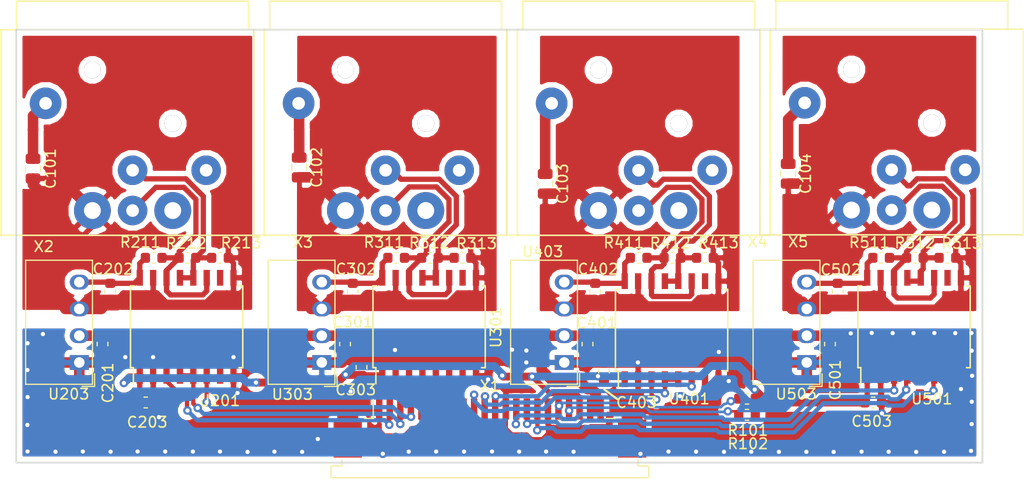
<source format=kicad_pcb>
(kicad_pcb (version 20171130) (host pcbnew 5.0.2-bee76a0~70~ubuntu18.04.1)

  (general
    (thickness 1.6)
    (drawings 9)
    (tracks 731)
    (zones 0)
    (modules 43)
    (nets 38)
  )

  (page A4)
  (layers
    (0 F.Cu signal)
    (31 B.Cu signal hide)
    (32 B.Adhes user)
    (33 F.Adhes user)
    (34 B.Paste user)
    (35 F.Paste user)
    (36 B.SilkS user)
    (37 F.SilkS user)
    (38 B.Mask user)
    (39 F.Mask user)
    (40 Dwgs.User user)
    (41 Cmts.User user)
    (42 Eco1.User user)
    (43 Eco2.User user)
    (44 Edge.Cuts user)
    (45 Margin user)
    (46 B.CrtYd user)
    (47 F.CrtYd user)
    (48 B.Fab user)
    (49 F.Fab user hide)
  )

  (setup
    (last_trace_width 0.25)
    (user_trace_width 0.4)
    (user_trace_width 0.5)
    (user_trace_width 0.75)
    (user_trace_width 1)
    (user_trace_width 1.5)
    (user_trace_width 2)
    (trace_clearance 0.2)
    (zone_clearance 0.508)
    (zone_45_only no)
    (trace_min 0.2)
    (segment_width 0.2)
    (edge_width 0.15)
    (via_size 0.8)
    (via_drill 0.4)
    (via_min_size 0.4)
    (via_min_drill 0.3)
    (uvia_size 0.3)
    (uvia_drill 0.1)
    (uvias_allowed no)
    (uvia_min_size 0.2)
    (uvia_min_drill 0.1)
    (pcb_text_width 0.3)
    (pcb_text_size 1.5 1.5)
    (mod_edge_width 0.15)
    (mod_text_size 1 1)
    (mod_text_width 0.15)
    (pad_size 1.524 1.524)
    (pad_drill 0.762)
    (pad_to_mask_clearance 0.051)
    (solder_mask_min_width 0.25)
    (aux_axis_origin 0 0)
    (visible_elements FFFFFFFF)
    (pcbplotparams
      (layerselection 0x010fc_ffffffff)
      (usegerberextensions false)
      (usegerberattributes false)
      (usegerberadvancedattributes false)
      (creategerberjobfile false)
      (excludeedgelayer true)
      (linewidth 0.100000)
      (plotframeref false)
      (viasonmask false)
      (mode 1)
      (useauxorigin false)
      (hpglpennumber 1)
      (hpglpenspeed 20)
      (hpglpendiameter 15.000000)
      (psnegative false)
      (psa4output false)
      (plotreference true)
      (plotvalue true)
      (plotinvisibletext false)
      (padsonsilk false)
      (subtractmaskfromsilk false)
      (outputformat 1)
      (mirror false)
      (drillshape 1)
      (scaleselection 1)
      (outputdirectory ""))
  )

  (net 0 "")
  (net 1 GND)
  (net 2 /VIO)
  (net 3 /VDMX)
  (net 4 /DMX1GND)
  (net 5 /DMX512_1/DMXVCC)
  (net 6 /DMX512_2/DMXVCC)
  (net 7 /DMX2GND)
  (net 8 /DMX3GND)
  (net 9 /sheet5D7E7BD5/DMXVCC)
  (net 10 /sheet5D7E7C11/DMXVCC)
  (net 11 /DMX4GND)
  (net 12 /DMX1P)
  (net 13 /DMX1N)
  (net 14 /DMX2N)
  (net 15 /DMX2P)
  (net 16 /DMX3P)
  (net 17 /DMX3N)
  (net 18 /DMX4N)
  (net 19 /DMX4P)
  (net 20 /DMX1_TXEN)
  (net 21 /DMX1_TX)
  (net 22 /DMX1_RX)
  (net 23 /DMX2_TXEN)
  (net 24 /DMX2_TX)
  (net 25 /DMX2_RX)
  (net 26 /DMX3_TXEN)
  (net 27 /DMX3_TX)
  (net 28 /DMX3_RX)
  (net 29 /DMX4_TXEN)
  (net 30 /DMX4_TX)
  (net 31 /DMX4_RX)
  (net 32 "Net-(C101-Pad1)")
  (net 33 "Net-(C102-Pad1)")
  (net 34 "Net-(C103-Pad1)")
  (net 35 "Net-(C104-Pad1)")
  (net 36 /IO_SDA)
  (net 37 /IO_SCL)

  (net_class Default "This is the default net class."
    (clearance 0.2)
    (trace_width 0.25)
    (via_dia 0.8)
    (via_drill 0.4)
    (uvia_dia 0.3)
    (uvia_drill 0.1)
    (add_net /DMX1GND)
    (add_net /DMX1N)
    (add_net /DMX1P)
    (add_net /DMX1_RX)
    (add_net /DMX1_TX)
    (add_net /DMX1_TXEN)
    (add_net /DMX2GND)
    (add_net /DMX2N)
    (add_net /DMX2P)
    (add_net /DMX2_RX)
    (add_net /DMX2_TX)
    (add_net /DMX2_TXEN)
    (add_net /DMX3GND)
    (add_net /DMX3N)
    (add_net /DMX3P)
    (add_net /DMX3_RX)
    (add_net /DMX3_TX)
    (add_net /DMX3_TXEN)
    (add_net /DMX4GND)
    (add_net /DMX4N)
    (add_net /DMX4P)
    (add_net /DMX4_RX)
    (add_net /DMX4_TX)
    (add_net /DMX4_TXEN)
    (add_net /DMX512_1/DMXVCC)
    (add_net /DMX512_2/DMXVCC)
    (add_net /IO_SCL)
    (add_net /IO_SDA)
    (add_net /VDMX)
    (add_net /VIO)
    (add_net /sheet5D7E7BD5/DMXVCC)
    (add_net /sheet5D7E7C11/DMXVCC)
    (add_net GND)
    (add_net "Net-(C101-Pad1)")
    (add_net "Net-(C102-Pad1)")
    (add_net "Net-(C103-Pad1)")
    (add_net "Net-(C104-Pad1)")
  )

  (module Connectors_Amphenol_XLR:AC5FAH (layer F.Cu) (tedit 5D91AE83) (tstamp 5D9BFA60)
    (at 117.25172 48.98136)
    (path /5D8493D2)
    (fp_text reference X2 (at -8.42542 20.56638) (layer F.SilkS)
      (effects (font (size 1 1) (thickness 0.15)))
    )
    (fp_text value XLR5_Ground (at 0 -1.27) (layer F.Fab)
      (effects (font (size 1 1) (thickness 0.15)))
    )
    (fp_line (start 11 -2.7) (end 11 0) (layer F.SilkS) (width 0.15))
    (fp_line (start -11 -2.7) (end 11 -2.7) (layer F.SilkS) (width 0.15))
    (fp_line (start -11 0) (end -11 -2.7) (layer F.SilkS) (width 0.15))
    (fp_line (start -12.5 0) (end -12.5 19.5) (layer F.SilkS) (width 0.15))
    (fp_line (start 12.5 0) (end 12.5 19.5) (layer F.SilkS) (width 0.15))
    (fp_line (start -12.5 0) (end 12.5 0) (layer F.SilkS) (width 0.15))
    (fp_line (start -12.5 19.5) (end 12.5 19.5) (layer F.SilkS) (width 0.15))
    (pad "" thru_hole circle (at 3.81 8.89) (size 1.6 1.6) (drill 1.6) (layers *.Cu *.Mask))
    (pad "" thru_hole circle (at -3.81 3.81) (size 1.6 1.6) (drill 1.6) (layers *.Cu *.Mask))
    (pad G thru_hole circle (at -8.25 6.98) (size 3 3) (drill 1.2) (layers *.Cu *.Mask)
      (net 32 "Net-(C101-Pad1)"))
    (pad 5 thru_hole circle (at 3.81 17.15) (size 3.5 3.5) (drill 1.6) (layers *.Cu *.Mask))
    (pad 4 thru_hole circle (at 6.98 13.33) (size 2.8 2.8) (drill 1.2) (layers *.Cu *.Mask))
    (pad 3 thru_hole circle (at 0 17.15) (size 2.8 2.8) (drill 1.2) (layers *.Cu *.Mask)
      (net 12 /DMX1P))
    (pad 2 thru_hole circle (at 0 13.33) (size 2.8 2.8) (drill 1.2) (layers *.Cu *.Mask)
      (net 13 /DMX1N))
    (pad 1 thru_hole circle (at -3.81 17.15) (size 3.5 3.5) (drill 1.6) (layers *.Cu *.Mask)
      (net 4 /DMX1GND))
    (model ${KIPRJMOD}/Connectors_Amphenol_XLR.pretty/NC5FAH.stp
      (offset (xyz 0 0 12.5))
      (scale (xyz 1 1 1))
      (rotate (xyz -90 0 0))
    )
  )

  (module Connectors_Amphenol_XLR:AC5FAH (layer F.Cu) (tedit 5D91AE83) (tstamp 5D9A2057)
    (at 141.25172 48.98136)
    (path /5D87070D)
    (fp_text reference X3 (at -7.83314 20.16252) (layer F.SilkS)
      (effects (font (size 1 1) (thickness 0.15)))
    )
    (fp_text value XLR5_Ground (at 0 -1.27) (layer F.Fab)
      (effects (font (size 1 1) (thickness 0.15)))
    )
    (fp_line (start 11 -2.7) (end 11 0) (layer F.SilkS) (width 0.15))
    (fp_line (start -11 -2.7) (end 11 -2.7) (layer F.SilkS) (width 0.15))
    (fp_line (start -11 0) (end -11 -2.7) (layer F.SilkS) (width 0.15))
    (fp_line (start -12.5 0) (end -12.5 19.5) (layer F.SilkS) (width 0.15))
    (fp_line (start 12.5 0) (end 12.5 19.5) (layer F.SilkS) (width 0.15))
    (fp_line (start -12.5 0) (end 12.5 0) (layer F.SilkS) (width 0.15))
    (fp_line (start -12.5 19.5) (end 12.5 19.5) (layer F.SilkS) (width 0.15))
    (pad "" thru_hole circle (at 3.81 8.89) (size 1.6 1.6) (drill 1.6) (layers *.Cu *.Mask))
    (pad "" thru_hole circle (at -3.81 3.81) (size 1.6 1.6) (drill 1.6) (layers *.Cu *.Mask))
    (pad G thru_hole circle (at -8.25 6.98) (size 3 3) (drill 1.2) (layers *.Cu *.Mask)
      (net 33 "Net-(C102-Pad1)"))
    (pad 5 thru_hole circle (at 3.81 17.15) (size 3.5 3.5) (drill 1.6) (layers *.Cu *.Mask))
    (pad 4 thru_hole circle (at 6.98 13.33) (size 2.8 2.8) (drill 1.2) (layers *.Cu *.Mask))
    (pad 3 thru_hole circle (at 0 17.15) (size 2.8 2.8) (drill 1.2) (layers *.Cu *.Mask)
      (net 15 /DMX2P))
    (pad 2 thru_hole circle (at 0 13.33) (size 2.8 2.8) (drill 1.2) (layers *.Cu *.Mask)
      (net 14 /DMX2N))
    (pad 1 thru_hole circle (at -3.81 17.15) (size 3.5 3.5) (drill 1.6) (layers *.Cu *.Mask)
      (net 7 /DMX2GND))
    (model ${KIPRJMOD}/Connectors_Amphenol_XLR.pretty/NC5FAH.stp
      (offset (xyz 0 0 12.5))
      (scale (xyz 1 1 1))
      (rotate (xyz -90 0 0))
    )
  )

  (module Connectors_Amphenol_XLR:AC5FAH (layer F.Cu) (tedit 5D91AE83) (tstamp 5D9A2E69)
    (at 165.25172 48.98136)
    (path /5D88828D)
    (fp_text reference X4 (at 11.29098 20.12696) (layer F.SilkS)
      (effects (font (size 1 1) (thickness 0.15)))
    )
    (fp_text value XLR5_Ground (at 0 -1.27) (layer F.Fab)
      (effects (font (size 1 1) (thickness 0.15)))
    )
    (fp_line (start 11 -2.7) (end 11 0) (layer F.SilkS) (width 0.15))
    (fp_line (start -11 -2.7) (end 11 -2.7) (layer F.SilkS) (width 0.15))
    (fp_line (start -11 0) (end -11 -2.7) (layer F.SilkS) (width 0.15))
    (fp_line (start -12.5 0) (end -12.5 19.5) (layer F.SilkS) (width 0.15))
    (fp_line (start 12.5 0) (end 12.5 19.5) (layer F.SilkS) (width 0.15))
    (fp_line (start -12.5 0) (end 12.5 0) (layer F.SilkS) (width 0.15))
    (fp_line (start -12.5 19.5) (end 12.5 19.5) (layer F.SilkS) (width 0.15))
    (pad "" thru_hole circle (at 3.81 8.89) (size 1.6 1.6) (drill 1.6) (layers *.Cu *.Mask))
    (pad "" thru_hole circle (at -3.81 3.81) (size 1.6 1.6) (drill 1.6) (layers *.Cu *.Mask))
    (pad G thru_hole circle (at -8.25 6.98) (size 3 3) (drill 1.2) (layers *.Cu *.Mask)
      (net 34 "Net-(C103-Pad1)"))
    (pad 5 thru_hole circle (at 3.81 17.15) (size 3.5 3.5) (drill 1.6) (layers *.Cu *.Mask))
    (pad 4 thru_hole circle (at 6.98 13.33) (size 2.8 2.8) (drill 1.2) (layers *.Cu *.Mask))
    (pad 3 thru_hole circle (at 0 17.15) (size 2.8 2.8) (drill 1.2) (layers *.Cu *.Mask)
      (net 16 /DMX3P))
    (pad 2 thru_hole circle (at 0 13.33) (size 2.8 2.8) (drill 1.2) (layers *.Cu *.Mask)
      (net 17 /DMX3N))
    (pad 1 thru_hole circle (at -3.81 17.15) (size 3.5 3.5) (drill 1.6) (layers *.Cu *.Mask)
      (net 8 /DMX3GND))
    (model ${KIPRJMOD}/Connectors_Amphenol_XLR.pretty/NC5FAH.stp
      (offset (xyz 0 0 12.5))
      (scale (xyz 1 1 1))
      (rotate (xyz -90 0 0))
    )
  )

  (module Connectors_Amphenol_XLR:AC5FAH (layer F.Cu) (tedit 5D91AE83) (tstamp 5D9A207B)
    (at 189.25172 48.93564)
    (path /5D8A02DA)
    (fp_text reference X5 (at -8.86346 20.17268) (layer F.SilkS)
      (effects (font (size 1 1) (thickness 0.15)))
    )
    (fp_text value XLR5_Ground (at 0 -1.27) (layer F.Fab)
      (effects (font (size 1 1) (thickness 0.15)))
    )
    (fp_line (start 11 -2.7) (end 11 0) (layer F.SilkS) (width 0.15))
    (fp_line (start -11 -2.7) (end 11 -2.7) (layer F.SilkS) (width 0.15))
    (fp_line (start -11 0) (end -11 -2.7) (layer F.SilkS) (width 0.15))
    (fp_line (start -12.5 0) (end -12.5 19.5) (layer F.SilkS) (width 0.15))
    (fp_line (start 12.5 0) (end 12.5 19.5) (layer F.SilkS) (width 0.15))
    (fp_line (start -12.5 0) (end 12.5 0) (layer F.SilkS) (width 0.15))
    (fp_line (start -12.5 19.5) (end 12.5 19.5) (layer F.SilkS) (width 0.15))
    (pad "" thru_hole circle (at 3.81 8.89) (size 1.6 1.6) (drill 1.6) (layers *.Cu *.Mask))
    (pad "" thru_hole circle (at -3.81 3.81) (size 1.6 1.6) (drill 1.6) (layers *.Cu *.Mask))
    (pad G thru_hole circle (at -8.25 6.98) (size 3 3) (drill 1.2) (layers *.Cu *.Mask)
      (net 35 "Net-(C104-Pad1)"))
    (pad 5 thru_hole circle (at 3.81 17.15) (size 3.5 3.5) (drill 1.6) (layers *.Cu *.Mask))
    (pad 4 thru_hole circle (at 6.98 13.33) (size 2.8 2.8) (drill 1.2) (layers *.Cu *.Mask))
    (pad 3 thru_hole circle (at 0 17.15) (size 2.8 2.8) (drill 1.2) (layers *.Cu *.Mask)
      (net 19 /DMX4P))
    (pad 2 thru_hole circle (at 0 13.33) (size 2.8 2.8) (drill 1.2) (layers *.Cu *.Mask)
      (net 18 /DMX4N))
    (pad 1 thru_hole circle (at -3.81 17.15) (size 3.5 3.5) (drill 1.6) (layers *.Cu *.Mask)
      (net 11 /DMX4GND))
    (model ${KIPRJMOD}/Connectors_Amphenol_XLR.pretty/NC5FAH.stp
      (offset (xyz 0 0 12.5))
      (scale (xyz 1 1 1))
      (rotate (xyz -90 0 0))
    )
  )

  (module Capacitor_SMD:C_0603_1608Metric (layer F.Cu) (tedit 5B301BBE) (tstamp 5D9BEC0B)
    (at 138.96848 80.99298 90)
    (descr "Capacitor SMD 0603 (1608 Metric), square (rectangular) end terminal, IPC_7351 nominal, (Body size source: http://www.tortai-tech.com/upload/download/2011102023233369053.pdf), generated with kicad-footprint-generator")
    (tags capacitor)
    (path /5D7E6FCC/5D8FF8BB)
    (attr smd)
    (fp_text reference C303 (at -2.14376 -0.54864 180) (layer F.SilkS)
      (effects (font (size 1 1) (thickness 0.15)))
    )
    (fp_text value 100n (at 0 1.43 90) (layer F.Fab)
      (effects (font (size 1 1) (thickness 0.15)))
    )
    (fp_line (start -0.8 0.4) (end -0.8 -0.4) (layer F.Fab) (width 0.1))
    (fp_line (start -0.8 -0.4) (end 0.8 -0.4) (layer F.Fab) (width 0.1))
    (fp_line (start 0.8 -0.4) (end 0.8 0.4) (layer F.Fab) (width 0.1))
    (fp_line (start 0.8 0.4) (end -0.8 0.4) (layer F.Fab) (width 0.1))
    (fp_line (start -0.162779 -0.51) (end 0.162779 -0.51) (layer F.SilkS) (width 0.12))
    (fp_line (start -0.162779 0.51) (end 0.162779 0.51) (layer F.SilkS) (width 0.12))
    (fp_line (start -1.48 0.73) (end -1.48 -0.73) (layer F.CrtYd) (width 0.05))
    (fp_line (start -1.48 -0.73) (end 1.48 -0.73) (layer F.CrtYd) (width 0.05))
    (fp_line (start 1.48 -0.73) (end 1.48 0.73) (layer F.CrtYd) (width 0.05))
    (fp_line (start 1.48 0.73) (end -1.48 0.73) (layer F.CrtYd) (width 0.05))
    (fp_text user %R (at 0 0 90) (layer F.Fab)
      (effects (font (size 0.4 0.4) (thickness 0.06)))
    )
    (pad 1 smd roundrect (at -0.7875 0 90) (size 0.875 0.95) (layers F.Cu F.Paste F.Mask) (roundrect_rratio 0.25)
      (net 2 /VIO))
    (pad 2 smd roundrect (at 0.7875 0 90) (size 0.875 0.95) (layers F.Cu F.Paste F.Mask) (roundrect_rratio 0.25)
      (net 1 GND))
    (model ${KISYS3DMOD}/Capacitor_SMD.3dshapes/C_0603_1608Metric.wrl
      (at (xyz 0 0 0))
      (scale (xyz 1 1 1))
      (rotate (xyz 0 0 0))
    )
  )

  (module Converter_DCDC:Converter_DCDC_muRata_CRE1xxxxxx3C_THT (layer F.Cu) (tedit 59F5F4E9) (tstamp 5D8B1C53)
    (at 112.19852 80.5434 180)
    (descr "Isolated 1W single output DC/DC, http://power.murata.com/data/power/ncl/kdc_cre1.pdf")
    (tags "Isolated 1W single output DC/DC")
    (path /5D83D57B/5D8412A9)
    (fp_text reference U203 (at 1 -3 180) (layer F.SilkS)
      (effects (font (size 1 1) (thickness 0.15)))
    )
    (fp_text value CRE1S0305S3C (at 2 11) (layer F.Fab)
      (effects (font (size 1 1) (thickness 0.15)))
    )
    (fp_line (start -1.45 -2.27) (end -1.45 -1.07) (layer F.SilkS) (width 0.12))
    (fp_line (start -0.25 -2.27) (end -1.45 -2.27) (layer F.SilkS) (width 0.12))
    (fp_line (start 5.22 9.83) (end -1.38 9.83) (layer F.CrtYd) (width 0.05))
    (fp_line (start -1.38 -2.2) (end -1.38 9.83) (layer F.CrtYd) (width 0.05))
    (fp_line (start 5.22 -2.2) (end -1.38 -2.2) (layer F.CrtYd) (width 0.05))
    (fp_line (start 5.22 -2.2) (end 5.22 9.83) (layer F.CrtYd) (width 0.05))
    (fp_text user %R (at 3 4 270) (layer F.Fab)
      (effects (font (size 1 1) (thickness 0.15)))
    )
    (fp_line (start -1.13 9.58) (end 4.97 9.58) (layer F.Fab) (width 0.1))
    (fp_line (start -1.13 -0.95) (end -1.13 9.58) (layer F.Fab) (width 0.1))
    (fp_line (start -0.13 -1.95) (end 4.97 -1.95) (layer F.Fab) (width 0.1))
    (fp_line (start -0.13 -1.95) (end -1.13 -0.95) (layer F.Fab) (width 0.1))
    (fp_line (start 4.97 -1.95) (end 4.97 9.58) (layer F.Fab) (width 0.1))
    (fp_line (start 5.09 9.7) (end -1.25 9.7) (layer F.SilkS) (width 0.12))
    (fp_line (start -1.25 -2.07) (end -1.25 9.7) (layer F.SilkS) (width 0.12))
    (fp_line (start 5.09 -2.07) (end -1.25 -2.07) (layer F.SilkS) (width 0.12))
    (fp_line (start 5.09 -2.07) (end 5.09 9.7) (layer F.SilkS) (width 0.12))
    (pad 1 thru_hole rect (at 0 0 90) (size 1.4 1.8) (drill 1) (layers *.Cu *.Mask)
      (net 1 GND))
    (pad 2 thru_hole oval (at 0 2.54 90) (size 1.4 1.8) (drill 1) (layers *.Cu *.Mask)
      (net 3 /VDMX))
    (pad 3 thru_hole oval (at 0 5.08 90) (size 1.4 1.8) (drill 1) (layers *.Cu *.Mask)
      (net 4 /DMX1GND))
    (pad 4 thru_hole oval (at 0 7.62 90) (size 1.4 1.8) (drill 1) (layers *.Cu *.Mask)
      (net 5 /DMX512_1/DMXVCC))
    (model ${KISYS3DMOD}/Converter_DCDC.3dshapes/Converter_DCDC_muRata_CRE1xxxxxx3C_THT.wrl
      (at (xyz 0 0 0))
      (scale (xyz 1 1 1))
      (rotate (xyz 0 0 0))
    )
  )

  (module Converter_DCDC:Converter_DCDC_muRata_CRE1xxxxxx3C_THT (layer F.Cu) (tedit 59F5F4E9) (tstamp 5D8B1CC2)
    (at 135.19852 80.5434 180)
    (descr "Isolated 1W single output DC/DC, http://power.murata.com/data/power/ncl/kdc_cre1.pdf")
    (tags "Isolated 1W single output DC/DC")
    (path /5D7E6FCC/5D8412A9)
    (fp_text reference U303 (at 2.78832 -3.02768 180) (layer F.SilkS)
      (effects (font (size 1 1) (thickness 0.15)))
    )
    (fp_text value CRE1S0305S3C (at 2 11) (layer F.Fab)
      (effects (font (size 1 1) (thickness 0.15)))
    )
    (fp_line (start -1.45 -2.27) (end -1.45 -1.07) (layer F.SilkS) (width 0.12))
    (fp_line (start -0.25 -2.27) (end -1.45 -2.27) (layer F.SilkS) (width 0.12))
    (fp_line (start 5.22 9.83) (end -1.38 9.83) (layer F.CrtYd) (width 0.05))
    (fp_line (start -1.38 -2.2) (end -1.38 9.83) (layer F.CrtYd) (width 0.05))
    (fp_line (start 5.22 -2.2) (end -1.38 -2.2) (layer F.CrtYd) (width 0.05))
    (fp_line (start 5.22 -2.2) (end 5.22 9.83) (layer F.CrtYd) (width 0.05))
    (fp_text user %R (at 3 4 270) (layer F.Fab)
      (effects (font (size 1 1) (thickness 0.15)))
    )
    (fp_line (start -1.13 9.58) (end 4.97 9.58) (layer F.Fab) (width 0.1))
    (fp_line (start -1.13 -0.95) (end -1.13 9.58) (layer F.Fab) (width 0.1))
    (fp_line (start -0.13 -1.95) (end 4.97 -1.95) (layer F.Fab) (width 0.1))
    (fp_line (start -0.13 -1.95) (end -1.13 -0.95) (layer F.Fab) (width 0.1))
    (fp_line (start 4.97 -1.95) (end 4.97 9.58) (layer F.Fab) (width 0.1))
    (fp_line (start 5.09 9.7) (end -1.25 9.7) (layer F.SilkS) (width 0.12))
    (fp_line (start -1.25 -2.07) (end -1.25 9.7) (layer F.SilkS) (width 0.12))
    (fp_line (start 5.09 -2.07) (end -1.25 -2.07) (layer F.SilkS) (width 0.12))
    (fp_line (start 5.09 -2.07) (end 5.09 9.7) (layer F.SilkS) (width 0.12))
    (pad 1 thru_hole rect (at 0 0 90) (size 1.4 1.8) (drill 1) (layers *.Cu *.Mask)
      (net 1 GND))
    (pad 2 thru_hole oval (at 0 2.54 90) (size 1.4 1.8) (drill 1) (layers *.Cu *.Mask)
      (net 3 /VDMX))
    (pad 3 thru_hole oval (at 0 5.08 90) (size 1.4 1.8) (drill 1) (layers *.Cu *.Mask)
      (net 7 /DMX2GND))
    (pad 4 thru_hole oval (at 0 7.62 90) (size 1.4 1.8) (drill 1) (layers *.Cu *.Mask)
      (net 6 /DMX512_2/DMXVCC))
    (model ${KISYS3DMOD}/Converter_DCDC.3dshapes/Converter_DCDC_muRata_CRE1xxxxxx3C_THT.wrl
      (at (xyz 0 0 0))
      (scale (xyz 1 1 1))
      (rotate (xyz 0 0 0))
    )
  )

  (module Converter_DCDC:Converter_DCDC_muRata_CRE1xxxxxx3C_THT (layer F.Cu) (tedit 59F5F4E9) (tstamp 5D9BFF47)
    (at 158.19852 80.5434 180)
    (descr "Isolated 1W single output DC/DC, http://power.murata.com/data/power/ncl/kdc_cre1.pdf")
    (tags "Isolated 1W single output DC/DC")
    (path /5D7E7BDF/5D8412A9)
    (fp_text reference U403 (at 2.04186 10.51052 180) (layer F.SilkS)
      (effects (font (size 1 1) (thickness 0.15)))
    )
    (fp_text value CRE1S0305S3C (at 2 11) (layer F.Fab)
      (effects (font (size 1 1) (thickness 0.15)))
    )
    (fp_line (start 5.09 -2.07) (end 5.09 9.7) (layer F.SilkS) (width 0.12))
    (fp_line (start 5.09 -2.07) (end -1.25 -2.07) (layer F.SilkS) (width 0.12))
    (fp_line (start -1.25 -2.07) (end -1.25 9.7) (layer F.SilkS) (width 0.12))
    (fp_line (start 5.09 9.7) (end -1.25 9.7) (layer F.SilkS) (width 0.12))
    (fp_line (start 4.97 -1.95) (end 4.97 9.58) (layer F.Fab) (width 0.1))
    (fp_line (start -0.13 -1.95) (end -1.13 -0.95) (layer F.Fab) (width 0.1))
    (fp_line (start -0.13 -1.95) (end 4.97 -1.95) (layer F.Fab) (width 0.1))
    (fp_line (start -1.13 -0.95) (end -1.13 9.58) (layer F.Fab) (width 0.1))
    (fp_line (start -1.13 9.58) (end 4.97 9.58) (layer F.Fab) (width 0.1))
    (fp_text user %R (at 3 4 270) (layer F.Fab)
      (effects (font (size 1 1) (thickness 0.15)))
    )
    (fp_line (start 5.22 -2.2) (end 5.22 9.83) (layer F.CrtYd) (width 0.05))
    (fp_line (start 5.22 -2.2) (end -1.38 -2.2) (layer F.CrtYd) (width 0.05))
    (fp_line (start -1.38 -2.2) (end -1.38 9.83) (layer F.CrtYd) (width 0.05))
    (fp_line (start 5.22 9.83) (end -1.38 9.83) (layer F.CrtYd) (width 0.05))
    (fp_line (start -0.25 -2.27) (end -1.45 -2.27) (layer F.SilkS) (width 0.12))
    (fp_line (start -1.45 -2.27) (end -1.45 -1.07) (layer F.SilkS) (width 0.12))
    (pad 4 thru_hole oval (at 0 7.62 90) (size 1.4 1.8) (drill 1) (layers *.Cu *.Mask)
      (net 9 /sheet5D7E7BD5/DMXVCC))
    (pad 3 thru_hole oval (at 0 5.08 90) (size 1.4 1.8) (drill 1) (layers *.Cu *.Mask)
      (net 8 /DMX3GND))
    (pad 2 thru_hole oval (at 0 2.54 90) (size 1.4 1.8) (drill 1) (layers *.Cu *.Mask)
      (net 3 /VDMX))
    (pad 1 thru_hole rect (at 0 0 90) (size 1.4 1.8) (drill 1) (layers *.Cu *.Mask)
      (net 1 GND))
    (model ${KISYS3DMOD}/Converter_DCDC.3dshapes/Converter_DCDC_muRata_CRE1xxxxxx3C_THT.wrl
      (at (xyz 0 0 0))
      (scale (xyz 1 1 1))
      (rotate (xyz 0 0 0))
    )
  )

  (module Converter_DCDC:Converter_DCDC_muRata_CRE1xxxxxx3C_THT (layer F.Cu) (tedit 59F5F4E9) (tstamp 5D8143E6)
    (at 181.19852 80.5434 180)
    (descr "Isolated 1W single output DC/DC, http://power.murata.com/data/power/ncl/kdc_cre1.pdf")
    (tags "Isolated 1W single output DC/DC")
    (path /5D7E7C1B/5D8412A9)
    (fp_text reference U503 (at 1 -3 180) (layer F.SilkS)
      (effects (font (size 1 1) (thickness 0.15)))
    )
    (fp_text value CRE1S0305S3C (at 2 11) (layer F.Fab)
      (effects (font (size 1 1) (thickness 0.15)))
    )
    (fp_line (start 5.09 -2.07) (end 5.09 9.7) (layer F.SilkS) (width 0.12))
    (fp_line (start 5.09 -2.07) (end -1.25 -2.07) (layer F.SilkS) (width 0.12))
    (fp_line (start -1.25 -2.07) (end -1.25 9.7) (layer F.SilkS) (width 0.12))
    (fp_line (start 5.09 9.7) (end -1.25 9.7) (layer F.SilkS) (width 0.12))
    (fp_line (start 4.97 -1.95) (end 4.97 9.58) (layer F.Fab) (width 0.1))
    (fp_line (start -0.13 -1.95) (end -1.13 -0.95) (layer F.Fab) (width 0.1))
    (fp_line (start -0.13 -1.95) (end 4.97 -1.95) (layer F.Fab) (width 0.1))
    (fp_line (start -1.13 -0.95) (end -1.13 9.58) (layer F.Fab) (width 0.1))
    (fp_line (start -1.13 9.58) (end 4.97 9.58) (layer F.Fab) (width 0.1))
    (fp_text user %R (at 3 4 270) (layer F.Fab)
      (effects (font (size 1 1) (thickness 0.15)))
    )
    (fp_line (start 5.22 -2.2) (end 5.22 9.83) (layer F.CrtYd) (width 0.05))
    (fp_line (start 5.22 -2.2) (end -1.38 -2.2) (layer F.CrtYd) (width 0.05))
    (fp_line (start -1.38 -2.2) (end -1.38 9.83) (layer F.CrtYd) (width 0.05))
    (fp_line (start 5.22 9.83) (end -1.38 9.83) (layer F.CrtYd) (width 0.05))
    (fp_line (start -0.25 -2.27) (end -1.45 -2.27) (layer F.SilkS) (width 0.12))
    (fp_line (start -1.45 -2.27) (end -1.45 -1.07) (layer F.SilkS) (width 0.12))
    (pad 4 thru_hole oval (at 0 7.62 90) (size 1.4 1.8) (drill 1) (layers *.Cu *.Mask)
      (net 10 /sheet5D7E7C11/DMXVCC))
    (pad 3 thru_hole oval (at 0 5.08 90) (size 1.4 1.8) (drill 1) (layers *.Cu *.Mask)
      (net 11 /DMX4GND))
    (pad 2 thru_hole oval (at 0 2.54 90) (size 1.4 1.8) (drill 1) (layers *.Cu *.Mask)
      (net 3 /VDMX))
    (pad 1 thru_hole rect (at 0 0 90) (size 1.4 1.8) (drill 1) (layers *.Cu *.Mask)
      (net 1 GND))
    (model ${KISYS3DMOD}/Converter_DCDC.3dshapes/Converter_DCDC_muRata_CRE1xxxxxx3C_THT.wrl
      (at (xyz 0 0 0))
      (scale (xyz 1 1 1))
      (rotate (xyz 0 0 0))
    )
  )

  (module Package_SO:SOIC-16W_7.5x10.3mm_P1.27mm (layer F.Cu) (tedit 5A02F2D3) (tstamp 5D9BC408)
    (at 122.37884 77.16012 90)
    (descr "16-Lead Plastic Small Outline (SO) - Wide, 7.50 mm Body [SOIC] (see Microchip Packaging Specification 00000049BS.pdf)")
    (tags "SOIC 1.27")
    (path /5D83D57B/5D8FBE80)
    (attr smd)
    (fp_text reference U201 (at -7.00532 3.12764 180) (layer F.SilkS)
      (effects (font (size 1 1) (thickness 0.15)))
    )
    (fp_text value ISO14x2 (at 0 6.25 90) (layer F.Fab)
      (effects (font (size 1 1) (thickness 0.15)))
    )
    (fp_line (start -3.875 -5.05) (end -5.4 -5.05) (layer F.SilkS) (width 0.15))
    (fp_line (start -3.875 5.325) (end 3.875 5.325) (layer F.SilkS) (width 0.15))
    (fp_line (start -3.875 -5.325) (end 3.875 -5.325) (layer F.SilkS) (width 0.15))
    (fp_line (start -3.875 5.325) (end -3.875 4.97) (layer F.SilkS) (width 0.15))
    (fp_line (start 3.875 5.325) (end 3.875 4.97) (layer F.SilkS) (width 0.15))
    (fp_line (start 3.875 -5.325) (end 3.875 -4.97) (layer F.SilkS) (width 0.15))
    (fp_line (start -3.875 -5.325) (end -3.875 -5.05) (layer F.SilkS) (width 0.15))
    (fp_line (start -5.65 5.5) (end 5.65 5.5) (layer F.CrtYd) (width 0.05))
    (fp_line (start -5.65 -5.5) (end 5.65 -5.5) (layer F.CrtYd) (width 0.05))
    (fp_line (start 5.65 -5.5) (end 5.65 5.5) (layer F.CrtYd) (width 0.05))
    (fp_line (start -5.65 -5.5) (end -5.65 5.5) (layer F.CrtYd) (width 0.05))
    (fp_line (start -3.75 -4.15) (end -2.75 -5.15) (layer F.Fab) (width 0.15))
    (fp_line (start -3.75 5.15) (end -3.75 -4.15) (layer F.Fab) (width 0.15))
    (fp_line (start 3.75 5.15) (end -3.75 5.15) (layer F.Fab) (width 0.15))
    (fp_line (start 3.75 -5.15) (end 3.75 5.15) (layer F.Fab) (width 0.15))
    (fp_line (start -2.75 -5.15) (end 3.75 -5.15) (layer F.Fab) (width 0.15))
    (fp_text user %R (at 0 0 90) (layer F.Fab)
      (effects (font (size 1 1) (thickness 0.15)))
    )
    (pad 16 smd rect (at 4.65 -4.445 90) (size 1.5 0.6) (layers F.Cu F.Paste F.Mask)
      (net 5 /DMX512_1/DMXVCC))
    (pad 15 smd rect (at 4.65 -3.175 90) (size 1.5 0.6) (layers F.Cu F.Paste F.Mask)
      (net 4 /DMX1GND))
    (pad 14 smd rect (at 4.65 -1.905 90) (size 1.5 0.6) (layers F.Cu F.Paste F.Mask)
      (net 12 /DMX1P))
    (pad 13 smd rect (at 4.65 -0.635 90) (size 1.5 0.6) (layers F.Cu F.Paste F.Mask)
      (net 13 /DMX1N))
    (pad 12 smd rect (at 4.65 0.635 90) (size 1.5 0.6) (layers F.Cu F.Paste F.Mask)
      (net 13 /DMX1N))
    (pad 11 smd rect (at 4.65 1.905 90) (size 1.5 0.6) (layers F.Cu F.Paste F.Mask)
      (net 12 /DMX1P))
    (pad 10 smd rect (at 4.65 3.175 90) (size 1.5 0.6) (layers F.Cu F.Paste F.Mask))
    (pad 9 smd rect (at 4.65 4.445 90) (size 1.5 0.6) (layers F.Cu F.Paste F.Mask)
      (net 4 /DMX1GND))
    (pad 8 smd rect (at -4.65 4.445 90) (size 1.5 0.6) (layers F.Cu F.Paste F.Mask)
      (net 1 GND))
    (pad 7 smd rect (at -4.65 3.175 90) (size 1.5 0.6) (layers F.Cu F.Paste F.Mask))
    (pad 6 smd rect (at -4.65 1.905 90) (size 1.5 0.6) (layers F.Cu F.Paste F.Mask)
      (net 21 /DMX1_TX))
    (pad 5 smd rect (at -4.65 0.635 90) (size 1.5 0.6) (layers F.Cu F.Paste F.Mask)
      (net 20 /DMX1_TXEN))
    (pad 4 smd rect (at -4.65 -0.635 90) (size 1.5 0.6) (layers F.Cu F.Paste F.Mask)
      (net 20 /DMX1_TXEN))
    (pad 3 smd rect (at -4.65 -1.905 90) (size 1.5 0.6) (layers F.Cu F.Paste F.Mask)
      (net 22 /DMX1_RX))
    (pad 2 smd rect (at -4.65 -3.175 90) (size 1.5 0.6) (layers F.Cu F.Paste F.Mask)
      (net 1 GND))
    (pad 1 smd rect (at -4.65 -4.445 90) (size 1.5 0.6) (layers F.Cu F.Paste F.Mask)
      (net 2 /VIO))
    (model ${KISYS3DMOD}/Package_SO.3dshapes/SOIC-16W_7.5x10.3mm_P1.27mm.wrl
      (at (xyz 0 0 0))
      (scale (xyz 1 1 1))
      (rotate (xyz 0 0 0))
    )
  )

  (module Package_SO:SOIC-16W_7.5x10.3mm_P1.27mm (layer F.Cu) (tedit 5A02F2D3) (tstamp 5D9BC42C)
    (at 145.37884 77.16012 90)
    (descr "16-Lead Plastic Small Outline (SO) - Wide, 7.50 mm Body [SOIC] (see Microchip Packaging Specification 00000049BS.pdf)")
    (tags "SOIC 1.27")
    (path /5D7E6FCC/5D8FBE80)
    (attr smd)
    (fp_text reference U301 (at -0.05334 6.34298 90) (layer F.SilkS)
      (effects (font (size 1 1) (thickness 0.15)))
    )
    (fp_text value ISO14x2 (at 0 6.25 90) (layer F.Fab)
      (effects (font (size 1 1) (thickness 0.15)))
    )
    (fp_text user %R (at 0 0 90) (layer F.Fab)
      (effects (font (size 1 1) (thickness 0.15)))
    )
    (fp_line (start -2.75 -5.15) (end 3.75 -5.15) (layer F.Fab) (width 0.15))
    (fp_line (start 3.75 -5.15) (end 3.75 5.15) (layer F.Fab) (width 0.15))
    (fp_line (start 3.75 5.15) (end -3.75 5.15) (layer F.Fab) (width 0.15))
    (fp_line (start -3.75 5.15) (end -3.75 -4.15) (layer F.Fab) (width 0.15))
    (fp_line (start -3.75 -4.15) (end -2.75 -5.15) (layer F.Fab) (width 0.15))
    (fp_line (start -5.65 -5.5) (end -5.65 5.5) (layer F.CrtYd) (width 0.05))
    (fp_line (start 5.65 -5.5) (end 5.65 5.5) (layer F.CrtYd) (width 0.05))
    (fp_line (start -5.65 -5.5) (end 5.65 -5.5) (layer F.CrtYd) (width 0.05))
    (fp_line (start -5.65 5.5) (end 5.65 5.5) (layer F.CrtYd) (width 0.05))
    (fp_line (start -3.875 -5.325) (end -3.875 -5.05) (layer F.SilkS) (width 0.15))
    (fp_line (start 3.875 -5.325) (end 3.875 -4.97) (layer F.SilkS) (width 0.15))
    (fp_line (start 3.875 5.325) (end 3.875 4.97) (layer F.SilkS) (width 0.15))
    (fp_line (start -3.875 5.325) (end -3.875 4.97) (layer F.SilkS) (width 0.15))
    (fp_line (start -3.875 -5.325) (end 3.875 -5.325) (layer F.SilkS) (width 0.15))
    (fp_line (start -3.875 5.325) (end 3.875 5.325) (layer F.SilkS) (width 0.15))
    (fp_line (start -3.875 -5.05) (end -5.4 -5.05) (layer F.SilkS) (width 0.15))
    (pad 1 smd rect (at -4.65 -4.445 90) (size 1.5 0.6) (layers F.Cu F.Paste F.Mask)
      (net 2 /VIO))
    (pad 2 smd rect (at -4.65 -3.175 90) (size 1.5 0.6) (layers F.Cu F.Paste F.Mask)
      (net 1 GND))
    (pad 3 smd rect (at -4.65 -1.905 90) (size 1.5 0.6) (layers F.Cu F.Paste F.Mask)
      (net 25 /DMX2_RX))
    (pad 4 smd rect (at -4.65 -0.635 90) (size 1.5 0.6) (layers F.Cu F.Paste F.Mask)
      (net 23 /DMX2_TXEN))
    (pad 5 smd rect (at -4.65 0.635 90) (size 1.5 0.6) (layers F.Cu F.Paste F.Mask)
      (net 23 /DMX2_TXEN))
    (pad 6 smd rect (at -4.65 1.905 90) (size 1.5 0.6) (layers F.Cu F.Paste F.Mask)
      (net 24 /DMX2_TX))
    (pad 7 smd rect (at -4.65 3.175 90) (size 1.5 0.6) (layers F.Cu F.Paste F.Mask))
    (pad 8 smd rect (at -4.65 4.445 90) (size 1.5 0.6) (layers F.Cu F.Paste F.Mask)
      (net 1 GND))
    (pad 9 smd rect (at 4.65 4.445 90) (size 1.5 0.6) (layers F.Cu F.Paste F.Mask)
      (net 7 /DMX2GND))
    (pad 10 smd rect (at 4.65 3.175 90) (size 1.5 0.6) (layers F.Cu F.Paste F.Mask))
    (pad 11 smd rect (at 4.65 1.905 90) (size 1.5 0.6) (layers F.Cu F.Paste F.Mask)
      (net 15 /DMX2P))
    (pad 12 smd rect (at 4.65 0.635 90) (size 1.5 0.6) (layers F.Cu F.Paste F.Mask)
      (net 14 /DMX2N))
    (pad 13 smd rect (at 4.65 -0.635 90) (size 1.5 0.6) (layers F.Cu F.Paste F.Mask)
      (net 14 /DMX2N))
    (pad 14 smd rect (at 4.65 -1.905 90) (size 1.5 0.6) (layers F.Cu F.Paste F.Mask)
      (net 15 /DMX2P))
    (pad 15 smd rect (at 4.65 -3.175 90) (size 1.5 0.6) (layers F.Cu F.Paste F.Mask)
      (net 7 /DMX2GND))
    (pad 16 smd rect (at 4.65 -4.445 90) (size 1.5 0.6) (layers F.Cu F.Paste F.Mask)
      (net 6 /DMX512_2/DMXVCC))
    (model ${KISYS3DMOD}/Package_SO.3dshapes/SOIC-16W_7.5x10.3mm_P1.27mm.wrl
      (at (xyz 0 0 0))
      (scale (xyz 1 1 1))
      (rotate (xyz 0 0 0))
    )
  )

  (module Package_SO:SOIC-16W_7.5x10.3mm_P1.27mm (layer F.Cu) (tedit 5A02F2D3) (tstamp 5D9C04D1)
    (at 168.37884 77.48016 90)
    (descr "16-Lead Plastic Small Outline (SO) - Wide, 7.50 mm Body [SOIC] (see Microchip Packaging Specification 00000049BS.pdf)")
    (tags "SOIC 1.27")
    (path /5D7E7BDF/5D8FBE80)
    (attr smd)
    (fp_text reference U401 (at -6.52018 1.66908 180) (layer F.SilkS)
      (effects (font (size 1 1) (thickness 0.15)))
    )
    (fp_text value ISO14x2 (at 0 6.25 90) (layer F.Fab)
      (effects (font (size 1 1) (thickness 0.15)))
    )
    (fp_line (start -3.875 -5.05) (end -5.4 -5.05) (layer F.SilkS) (width 0.15))
    (fp_line (start -3.875 5.325) (end 3.875 5.325) (layer F.SilkS) (width 0.15))
    (fp_line (start -3.875 -5.325) (end 3.875 -5.325) (layer F.SilkS) (width 0.15))
    (fp_line (start -3.875 5.325) (end -3.875 4.97) (layer F.SilkS) (width 0.15))
    (fp_line (start 3.875 5.325) (end 3.875 4.97) (layer F.SilkS) (width 0.15))
    (fp_line (start 3.875 -5.325) (end 3.875 -4.97) (layer F.SilkS) (width 0.15))
    (fp_line (start -3.875 -5.325) (end -3.875 -5.05) (layer F.SilkS) (width 0.15))
    (fp_line (start -5.65 5.5) (end 5.65 5.5) (layer F.CrtYd) (width 0.05))
    (fp_line (start -5.65 -5.5) (end 5.65 -5.5) (layer F.CrtYd) (width 0.05))
    (fp_line (start 5.65 -5.5) (end 5.65 5.5) (layer F.CrtYd) (width 0.05))
    (fp_line (start -5.65 -5.5) (end -5.65 5.5) (layer F.CrtYd) (width 0.05))
    (fp_line (start -3.75 -4.15) (end -2.75 -5.15) (layer F.Fab) (width 0.15))
    (fp_line (start -3.75 5.15) (end -3.75 -4.15) (layer F.Fab) (width 0.15))
    (fp_line (start 3.75 5.15) (end -3.75 5.15) (layer F.Fab) (width 0.15))
    (fp_line (start 3.75 -5.15) (end 3.75 5.15) (layer F.Fab) (width 0.15))
    (fp_line (start -2.75 -5.15) (end 3.75 -5.15) (layer F.Fab) (width 0.15))
    (fp_text user %R (at 0 0 90) (layer F.Fab)
      (effects (font (size 1 1) (thickness 0.15)))
    )
    (pad 16 smd rect (at 4.65 -4.445 90) (size 1.5 0.6) (layers F.Cu F.Paste F.Mask)
      (net 9 /sheet5D7E7BD5/DMXVCC))
    (pad 15 smd rect (at 4.65 -3.175 90) (size 1.5 0.6) (layers F.Cu F.Paste F.Mask)
      (net 8 /DMX3GND))
    (pad 14 smd rect (at 4.65 -1.905 90) (size 1.5 0.6) (layers F.Cu F.Paste F.Mask)
      (net 16 /DMX3P))
    (pad 13 smd rect (at 4.65 -0.635 90) (size 1.5 0.6) (layers F.Cu F.Paste F.Mask)
      (net 17 /DMX3N))
    (pad 12 smd rect (at 4.65 0.635 90) (size 1.5 0.6) (layers F.Cu F.Paste F.Mask)
      (net 17 /DMX3N))
    (pad 11 smd rect (at 4.65 1.905 90) (size 1.5 0.6) (layers F.Cu F.Paste F.Mask)
      (net 16 /DMX3P))
    (pad 10 smd rect (at 4.65 3.175 90) (size 1.5 0.6) (layers F.Cu F.Paste F.Mask))
    (pad 9 smd rect (at 4.65 4.445 90) (size 1.5 0.6) (layers F.Cu F.Paste F.Mask)
      (net 8 /DMX3GND))
    (pad 8 smd rect (at -4.65 4.445 90) (size 1.5 0.6) (layers F.Cu F.Paste F.Mask)
      (net 1 GND))
    (pad 7 smd rect (at -4.65 3.175 90) (size 1.5 0.6) (layers F.Cu F.Paste F.Mask))
    (pad 6 smd rect (at -4.65 1.905 90) (size 1.5 0.6) (layers F.Cu F.Paste F.Mask)
      (net 27 /DMX3_TX))
    (pad 5 smd rect (at -4.65 0.635 90) (size 1.5 0.6) (layers F.Cu F.Paste F.Mask)
      (net 26 /DMX3_TXEN))
    (pad 4 smd rect (at -4.65 -0.635 90) (size 1.5 0.6) (layers F.Cu F.Paste F.Mask)
      (net 26 /DMX3_TXEN))
    (pad 3 smd rect (at -4.65 -1.905 90) (size 1.5 0.6) (layers F.Cu F.Paste F.Mask)
      (net 28 /DMX3_RX))
    (pad 2 smd rect (at -4.65 -3.175 90) (size 1.5 0.6) (layers F.Cu F.Paste F.Mask)
      (net 1 GND))
    (pad 1 smd rect (at -4.65 -4.445 90) (size 1.5 0.6) (layers F.Cu F.Paste F.Mask)
      (net 2 /VIO))
    (model ${KISYS3DMOD}/Package_SO.3dshapes/SOIC-16W_7.5x10.3mm_P1.27mm.wrl
      (at (xyz 0 0 0))
      (scale (xyz 1 1 1))
      (rotate (xyz 0 0 0))
    )
  )

  (module Package_SO:SOIC-16W_7.5x10.3mm_P1.27mm (layer F.Cu) (tedit 5A02F2D3) (tstamp 5D9C0586)
    (at 191.37884 77.16012 90)
    (descr "16-Lead Plastic Small Outline (SO) - Wide, 7.50 mm Body [SOIC] (see Microchip Packaging Specification 00000049BS.pdf)")
    (tags "SOIC 1.27")
    (path /5D7E7C1B/5D8FBE80)
    (attr smd)
    (fp_text reference U501 (at -6.8453 1.68402 180) (layer F.SilkS)
      (effects (font (size 1 1) (thickness 0.15)))
    )
    (fp_text value ISO14x2 (at 0 6.25 90) (layer F.Fab)
      (effects (font (size 1 1) (thickness 0.15)))
    )
    (fp_text user %R (at 0 0 90) (layer F.Fab)
      (effects (font (size 1 1) (thickness 0.15)))
    )
    (fp_line (start -2.75 -5.15) (end 3.75 -5.15) (layer F.Fab) (width 0.15))
    (fp_line (start 3.75 -5.15) (end 3.75 5.15) (layer F.Fab) (width 0.15))
    (fp_line (start 3.75 5.15) (end -3.75 5.15) (layer F.Fab) (width 0.15))
    (fp_line (start -3.75 5.15) (end -3.75 -4.15) (layer F.Fab) (width 0.15))
    (fp_line (start -3.75 -4.15) (end -2.75 -5.15) (layer F.Fab) (width 0.15))
    (fp_line (start -5.65 -5.5) (end -5.65 5.5) (layer F.CrtYd) (width 0.05))
    (fp_line (start 5.65 -5.5) (end 5.65 5.5) (layer F.CrtYd) (width 0.05))
    (fp_line (start -5.65 -5.5) (end 5.65 -5.5) (layer F.CrtYd) (width 0.05))
    (fp_line (start -5.65 5.5) (end 5.65 5.5) (layer F.CrtYd) (width 0.05))
    (fp_line (start -3.875 -5.325) (end -3.875 -5.05) (layer F.SilkS) (width 0.15))
    (fp_line (start 3.875 -5.325) (end 3.875 -4.97) (layer F.SilkS) (width 0.15))
    (fp_line (start 3.875 5.325) (end 3.875 4.97) (layer F.SilkS) (width 0.15))
    (fp_line (start -3.875 5.325) (end -3.875 4.97) (layer F.SilkS) (width 0.15))
    (fp_line (start -3.875 -5.325) (end 3.875 -5.325) (layer F.SilkS) (width 0.15))
    (fp_line (start -3.875 5.325) (end 3.875 5.325) (layer F.SilkS) (width 0.15))
    (fp_line (start -3.875 -5.05) (end -5.4 -5.05) (layer F.SilkS) (width 0.15))
    (pad 1 smd rect (at -4.65 -4.445 90) (size 1.5 0.6) (layers F.Cu F.Paste F.Mask)
      (net 2 /VIO))
    (pad 2 smd rect (at -4.65 -3.175 90) (size 1.5 0.6) (layers F.Cu F.Paste F.Mask)
      (net 1 GND))
    (pad 3 smd rect (at -4.65 -1.905 90) (size 1.5 0.6) (layers F.Cu F.Paste F.Mask)
      (net 31 /DMX4_RX))
    (pad 4 smd rect (at -4.65 -0.635 90) (size 1.5 0.6) (layers F.Cu F.Paste F.Mask)
      (net 29 /DMX4_TXEN))
    (pad 5 smd rect (at -4.65 0.635 90) (size 1.5 0.6) (layers F.Cu F.Paste F.Mask)
      (net 29 /DMX4_TXEN))
    (pad 6 smd rect (at -4.65 1.905 90) (size 1.5 0.6) (layers F.Cu F.Paste F.Mask)
      (net 30 /DMX4_TX))
    (pad 7 smd rect (at -4.65 3.175 90) (size 1.5 0.6) (layers F.Cu F.Paste F.Mask))
    (pad 8 smd rect (at -4.65 4.445 90) (size 1.5 0.6) (layers F.Cu F.Paste F.Mask)
      (net 1 GND))
    (pad 9 smd rect (at 4.65 4.445 90) (size 1.5 0.6) (layers F.Cu F.Paste F.Mask)
      (net 11 /DMX4GND))
    (pad 10 smd rect (at 4.65 3.175 90) (size 1.5 0.6) (layers F.Cu F.Paste F.Mask))
    (pad 11 smd rect (at 4.65 1.905 90) (size 1.5 0.6) (layers F.Cu F.Paste F.Mask)
      (net 19 /DMX4P))
    (pad 12 smd rect (at 4.65 0.635 90) (size 1.5 0.6) (layers F.Cu F.Paste F.Mask)
      (net 18 /DMX4N))
    (pad 13 smd rect (at 4.65 -0.635 90) (size 1.5 0.6) (layers F.Cu F.Paste F.Mask)
      (net 18 /DMX4N))
    (pad 14 smd rect (at 4.65 -1.905 90) (size 1.5 0.6) (layers F.Cu F.Paste F.Mask)
      (net 19 /DMX4P))
    (pad 15 smd rect (at 4.65 -3.175 90) (size 1.5 0.6) (layers F.Cu F.Paste F.Mask)
      (net 11 /DMX4GND))
    (pad 16 smd rect (at 4.65 -4.445 90) (size 1.5 0.6) (layers F.Cu F.Paste F.Mask)
      (net 10 /sheet5D7E7C11/DMXVCC))
    (model ${KISYS3DMOD}/Package_SO.3dshapes/SOIC-16W_7.5x10.3mm_P1.27mm.wrl
      (at (xyz 0 0 0))
      (scale (xyz 1 1 1))
      (rotate (xyz 0 0 0))
    )
  )

  (module Capacitor_SMD:C_0603_1608Metric (layer F.Cu) (tedit 5B301BBE) (tstamp 5D9BE516)
    (at 114.40384 78.79588 270)
    (descr "Capacitor SMD 0603 (1608 Metric), square (rectangular) end terminal, IPC_7351 nominal, (Body size source: http://www.tortai-tech.com/upload/download/2011102023233369053.pdf), generated with kicad-footprint-generator")
    (tags capacitor)
    (path /5D83D57B/5D841319)
    (attr smd)
    (fp_text reference C201 (at 3.68554 -0.5083 270) (layer F.SilkS)
      (effects (font (size 1 1) (thickness 0.15)))
    )
    (fp_text value 100n (at 0 1.43 270) (layer F.Fab)
      (effects (font (size 1 1) (thickness 0.15)))
    )
    (fp_text user %R (at 0 0 270) (layer F.Fab)
      (effects (font (size 0.4 0.4) (thickness 0.06)))
    )
    (fp_line (start 1.48 0.73) (end -1.48 0.73) (layer F.CrtYd) (width 0.05))
    (fp_line (start 1.48 -0.73) (end 1.48 0.73) (layer F.CrtYd) (width 0.05))
    (fp_line (start -1.48 -0.73) (end 1.48 -0.73) (layer F.CrtYd) (width 0.05))
    (fp_line (start -1.48 0.73) (end -1.48 -0.73) (layer F.CrtYd) (width 0.05))
    (fp_line (start -0.162779 0.51) (end 0.162779 0.51) (layer F.SilkS) (width 0.12))
    (fp_line (start -0.162779 -0.51) (end 0.162779 -0.51) (layer F.SilkS) (width 0.12))
    (fp_line (start 0.8 0.4) (end -0.8 0.4) (layer F.Fab) (width 0.1))
    (fp_line (start 0.8 -0.4) (end 0.8 0.4) (layer F.Fab) (width 0.1))
    (fp_line (start -0.8 -0.4) (end 0.8 -0.4) (layer F.Fab) (width 0.1))
    (fp_line (start -0.8 0.4) (end -0.8 -0.4) (layer F.Fab) (width 0.1))
    (pad 2 smd roundrect (at 0.7875 0 270) (size 0.875 0.95) (layers F.Cu F.Paste F.Mask) (roundrect_rratio 0.25)
      (net 1 GND))
    (pad 1 smd roundrect (at -0.7875 0 270) (size 0.875 0.95) (layers F.Cu F.Paste F.Mask) (roundrect_rratio 0.25)
      (net 3 /VDMX))
    (model ${KISYS3DMOD}/Capacitor_SMD.3dshapes/C_0603_1608Metric.wrl
      (at (xyz 0 0 0))
      (scale (xyz 1 1 1))
      (rotate (xyz 0 0 0))
    )
  )

  (module Capacitor_SMD:C_0603_1608Metric (layer F.Cu) (tedit 5B301BBE) (tstamp 5D9BE526)
    (at 115.13476 73.82256 270)
    (descr "Capacitor SMD 0603 (1608 Metric), square (rectangular) end terminal, IPC_7351 nominal, (Body size source: http://www.tortai-tech.com/upload/download/2011102023233369053.pdf), generated with kicad-footprint-generator")
    (tags capacitor)
    (path /5D83D57B/5D841312)
    (attr smd)
    (fp_text reference C202 (at -2.1336 -0.26252) (layer F.SilkS)
      (effects (font (size 1 1) (thickness 0.15)))
    )
    (fp_text value 100n (at 0 1.43 270) (layer F.Fab)
      (effects (font (size 1 1) (thickness 0.15)))
    )
    (fp_line (start -0.8 0.4) (end -0.8 -0.4) (layer F.Fab) (width 0.1))
    (fp_line (start -0.8 -0.4) (end 0.8 -0.4) (layer F.Fab) (width 0.1))
    (fp_line (start 0.8 -0.4) (end 0.8 0.4) (layer F.Fab) (width 0.1))
    (fp_line (start 0.8 0.4) (end -0.8 0.4) (layer F.Fab) (width 0.1))
    (fp_line (start -0.162779 -0.51) (end 0.162779 -0.51) (layer F.SilkS) (width 0.12))
    (fp_line (start -0.162779 0.51) (end 0.162779 0.51) (layer F.SilkS) (width 0.12))
    (fp_line (start -1.48 0.73) (end -1.48 -0.73) (layer F.CrtYd) (width 0.05))
    (fp_line (start -1.48 -0.73) (end 1.48 -0.73) (layer F.CrtYd) (width 0.05))
    (fp_line (start 1.48 -0.73) (end 1.48 0.73) (layer F.CrtYd) (width 0.05))
    (fp_line (start 1.48 0.73) (end -1.48 0.73) (layer F.CrtYd) (width 0.05))
    (fp_text user %R (at 0 0 270) (layer F.Fab)
      (effects (font (size 0.4 0.4) (thickness 0.06)))
    )
    (pad 1 smd roundrect (at -0.7875 0 270) (size 0.875 0.95) (layers F.Cu F.Paste F.Mask) (roundrect_rratio 0.25)
      (net 5 /DMX512_1/DMXVCC))
    (pad 2 smd roundrect (at 0.7875 0 270) (size 0.875 0.95) (layers F.Cu F.Paste F.Mask) (roundrect_rratio 0.25)
      (net 4 /DMX1GND))
    (model ${KISYS3DMOD}/Capacitor_SMD.3dshapes/C_0603_1608Metric.wrl
      (at (xyz 0 0 0))
      (scale (xyz 1 1 1))
      (rotate (xyz 0 0 0))
    )
  )

  (module Capacitor_SMD:C_0603_1608Metric (layer F.Cu) (tedit 5B301BBE) (tstamp 5D9C012E)
    (at 137.40384 78.79588 270)
    (descr "Capacitor SMD 0603 (1608 Metric), square (rectangular) end terminal, IPC_7351 nominal, (Body size source: http://www.tortai-tech.com/upload/download/2011102023233369053.pdf), generated with kicad-footprint-generator")
    (tags capacitor)
    (path /5D7E6FCC/5D841319)
    (attr smd)
    (fp_text reference C301 (at -2.08026 -0.71628) (layer F.SilkS)
      (effects (font (size 1 1) (thickness 0.15)))
    )
    (fp_text value 100n (at 0 1.43 270) (layer F.Fab)
      (effects (font (size 1 1) (thickness 0.15)))
    )
    (fp_line (start -0.8 0.4) (end -0.8 -0.4) (layer F.Fab) (width 0.1))
    (fp_line (start -0.8 -0.4) (end 0.8 -0.4) (layer F.Fab) (width 0.1))
    (fp_line (start 0.8 -0.4) (end 0.8 0.4) (layer F.Fab) (width 0.1))
    (fp_line (start 0.8 0.4) (end -0.8 0.4) (layer F.Fab) (width 0.1))
    (fp_line (start -0.162779 -0.51) (end 0.162779 -0.51) (layer F.SilkS) (width 0.12))
    (fp_line (start -0.162779 0.51) (end 0.162779 0.51) (layer F.SilkS) (width 0.12))
    (fp_line (start -1.48 0.73) (end -1.48 -0.73) (layer F.CrtYd) (width 0.05))
    (fp_line (start -1.48 -0.73) (end 1.48 -0.73) (layer F.CrtYd) (width 0.05))
    (fp_line (start 1.48 -0.73) (end 1.48 0.73) (layer F.CrtYd) (width 0.05))
    (fp_line (start 1.48 0.73) (end -1.48 0.73) (layer F.CrtYd) (width 0.05))
    (fp_text user %R (at 0 0 270) (layer F.Fab)
      (effects (font (size 0.4 0.4) (thickness 0.06)))
    )
    (pad 1 smd roundrect (at -0.7875 0 270) (size 0.875 0.95) (layers F.Cu F.Paste F.Mask) (roundrect_rratio 0.25)
      (net 3 /VDMX))
    (pad 2 smd roundrect (at 0.7875 0 270) (size 0.875 0.95) (layers F.Cu F.Paste F.Mask) (roundrect_rratio 0.25)
      (net 1 GND))
    (model ${KISYS3DMOD}/Capacitor_SMD.3dshapes/C_0603_1608Metric.wrl
      (at (xyz 0 0 0))
      (scale (xyz 1 1 1))
      (rotate (xyz 0 0 0))
    )
  )

  (module Capacitor_SMD:C_0603_1608Metric (layer F.Cu) (tedit 5B301BBE) (tstamp 5D9C00CE)
    (at 138.13476 73.82256 270)
    (descr "Capacitor SMD 0603 (1608 Metric), square (rectangular) end terminal, IPC_7351 nominal, (Body size source: http://www.tortai-tech.com/upload/download/2011102023233369053.pdf), generated with kicad-footprint-generator")
    (tags capacitor)
    (path /5D7E6FCC/5D841312)
    (attr smd)
    (fp_text reference C302 (at -2.13868 -0.31556) (layer F.SilkS)
      (effects (font (size 1 1) (thickness 0.15)))
    )
    (fp_text value 100n (at 0 1.43 270) (layer F.Fab)
      (effects (font (size 1 1) (thickness 0.15)))
    )
    (fp_text user %R (at 0 0 270) (layer F.Fab)
      (effects (font (size 0.4 0.4) (thickness 0.06)))
    )
    (fp_line (start 1.48 0.73) (end -1.48 0.73) (layer F.CrtYd) (width 0.05))
    (fp_line (start 1.48 -0.73) (end 1.48 0.73) (layer F.CrtYd) (width 0.05))
    (fp_line (start -1.48 -0.73) (end 1.48 -0.73) (layer F.CrtYd) (width 0.05))
    (fp_line (start -1.48 0.73) (end -1.48 -0.73) (layer F.CrtYd) (width 0.05))
    (fp_line (start -0.162779 0.51) (end 0.162779 0.51) (layer F.SilkS) (width 0.12))
    (fp_line (start -0.162779 -0.51) (end 0.162779 -0.51) (layer F.SilkS) (width 0.12))
    (fp_line (start 0.8 0.4) (end -0.8 0.4) (layer F.Fab) (width 0.1))
    (fp_line (start 0.8 -0.4) (end 0.8 0.4) (layer F.Fab) (width 0.1))
    (fp_line (start -0.8 -0.4) (end 0.8 -0.4) (layer F.Fab) (width 0.1))
    (fp_line (start -0.8 0.4) (end -0.8 -0.4) (layer F.Fab) (width 0.1))
    (pad 2 smd roundrect (at 0.7875 0 270) (size 0.875 0.95) (layers F.Cu F.Paste F.Mask) (roundrect_rratio 0.25)
      (net 7 /DMX2GND))
    (pad 1 smd roundrect (at -0.7875 0 270) (size 0.875 0.95) (layers F.Cu F.Paste F.Mask) (roundrect_rratio 0.25)
      (net 6 /DMX512_2/DMXVCC))
    (model ${KISYS3DMOD}/Capacitor_SMD.3dshapes/C_0603_1608Metric.wrl
      (at (xyz 0 0 0))
      (scale (xyz 1 1 1))
      (rotate (xyz 0 0 0))
    )
  )

  (module Capacitor_SMD:C_0603_1608Metric (layer F.Cu) (tedit 5B301BBE) (tstamp 5D9BE576)
    (at 160.40384 78.79588 270)
    (descr "Capacitor SMD 0603 (1608 Metric), square (rectangular) end terminal, IPC_7351 nominal, (Body size source: http://www.tortai-tech.com/upload/download/2011102023233369053.pdf), generated with kicad-footprint-generator")
    (tags capacitor)
    (path /5D7E7BDF/5D841319)
    (attr smd)
    (fp_text reference C401 (at -2.00152 -0.8506) (layer F.SilkS)
      (effects (font (size 1 1) (thickness 0.15)))
    )
    (fp_text value 100n (at 0 1.43 270) (layer F.Fab)
      (effects (font (size 1 1) (thickness 0.15)))
    )
    (fp_line (start -0.8 0.4) (end -0.8 -0.4) (layer F.Fab) (width 0.1))
    (fp_line (start -0.8 -0.4) (end 0.8 -0.4) (layer F.Fab) (width 0.1))
    (fp_line (start 0.8 -0.4) (end 0.8 0.4) (layer F.Fab) (width 0.1))
    (fp_line (start 0.8 0.4) (end -0.8 0.4) (layer F.Fab) (width 0.1))
    (fp_line (start -0.162779 -0.51) (end 0.162779 -0.51) (layer F.SilkS) (width 0.12))
    (fp_line (start -0.162779 0.51) (end 0.162779 0.51) (layer F.SilkS) (width 0.12))
    (fp_line (start -1.48 0.73) (end -1.48 -0.73) (layer F.CrtYd) (width 0.05))
    (fp_line (start -1.48 -0.73) (end 1.48 -0.73) (layer F.CrtYd) (width 0.05))
    (fp_line (start 1.48 -0.73) (end 1.48 0.73) (layer F.CrtYd) (width 0.05))
    (fp_line (start 1.48 0.73) (end -1.48 0.73) (layer F.CrtYd) (width 0.05))
    (fp_text user %R (at 0 0 270) (layer F.Fab)
      (effects (font (size 0.4 0.4) (thickness 0.06)))
    )
    (pad 1 smd roundrect (at -0.7875 0 270) (size 0.875 0.95) (layers F.Cu F.Paste F.Mask) (roundrect_rratio 0.25)
      (net 3 /VDMX))
    (pad 2 smd roundrect (at 0.7875 0 270) (size 0.875 0.95) (layers F.Cu F.Paste F.Mask) (roundrect_rratio 0.25)
      (net 1 GND))
    (model ${KISYS3DMOD}/Capacitor_SMD.3dshapes/C_0603_1608Metric.wrl
      (at (xyz 0 0 0))
      (scale (xyz 1 1 1))
      (rotate (xyz 0 0 0))
    )
  )

  (module Capacitor_SMD:C_0603_1608Metric (layer F.Cu) (tedit 5B301BBE) (tstamp 5D9BE586)
    (at 161.13476 73.82256 270)
    (descr "Capacitor SMD 0603 (1608 Metric), square (rectangular) end terminal, IPC_7351 nominal, (Body size source: http://www.tortai-tech.com/upload/download/2011102023233369053.pdf), generated with kicad-footprint-generator")
    (tags capacitor)
    (path /5D7E7BDF/5D841312)
    (attr smd)
    (fp_text reference C402 (at -2.1336 -0.26954) (layer F.SilkS)
      (effects (font (size 1 1) (thickness 0.15)))
    )
    (fp_text value 100n (at 0 1.43 270) (layer F.Fab)
      (effects (font (size 1 1) (thickness 0.15)))
    )
    (fp_text user %R (at 0 0 270) (layer F.Fab)
      (effects (font (size 0.4 0.4) (thickness 0.06)))
    )
    (fp_line (start 1.48 0.73) (end -1.48 0.73) (layer F.CrtYd) (width 0.05))
    (fp_line (start 1.48 -0.73) (end 1.48 0.73) (layer F.CrtYd) (width 0.05))
    (fp_line (start -1.48 -0.73) (end 1.48 -0.73) (layer F.CrtYd) (width 0.05))
    (fp_line (start -1.48 0.73) (end -1.48 -0.73) (layer F.CrtYd) (width 0.05))
    (fp_line (start -0.162779 0.51) (end 0.162779 0.51) (layer F.SilkS) (width 0.12))
    (fp_line (start -0.162779 -0.51) (end 0.162779 -0.51) (layer F.SilkS) (width 0.12))
    (fp_line (start 0.8 0.4) (end -0.8 0.4) (layer F.Fab) (width 0.1))
    (fp_line (start 0.8 -0.4) (end 0.8 0.4) (layer F.Fab) (width 0.1))
    (fp_line (start -0.8 -0.4) (end 0.8 -0.4) (layer F.Fab) (width 0.1))
    (fp_line (start -0.8 0.4) (end -0.8 -0.4) (layer F.Fab) (width 0.1))
    (pad 2 smd roundrect (at 0.7875 0 270) (size 0.875 0.95) (layers F.Cu F.Paste F.Mask) (roundrect_rratio 0.25)
      (net 8 /DMX3GND))
    (pad 1 smd roundrect (at -0.7875 0 270) (size 0.875 0.95) (layers F.Cu F.Paste F.Mask) (roundrect_rratio 0.25)
      (net 9 /sheet5D7E7BD5/DMXVCC))
    (model ${KISYS3DMOD}/Capacitor_SMD.3dshapes/C_0603_1608Metric.wrl
      (at (xyz 0 0 0))
      (scale (xyz 1 1 1))
      (rotate (xyz 0 0 0))
    )
  )

  (module Capacitor_SMD:C_0603_1608Metric (layer F.Cu) (tedit 5B301BBE) (tstamp 5D9BE5A6)
    (at 183.40384 78.79588 270)
    (descr "Capacitor SMD 0603 (1608 Metric), square (rectangular) end terminal, IPC_7351 nominal, (Body size source: http://www.tortai-tech.com/upload/download/2011102023233369053.pdf), generated with kicad-footprint-generator")
    (tags capacitor)
    (path /5D7E7C1B/5D841319)
    (attr smd)
    (fp_text reference C501 (at 3.40868 -0.50486 270) (layer F.SilkS)
      (effects (font (size 1 1) (thickness 0.15)))
    )
    (fp_text value 100n (at 0 1.43 270) (layer F.Fab)
      (effects (font (size 1 1) (thickness 0.15)))
    )
    (fp_text user %R (at 0 0 270) (layer F.Fab)
      (effects (font (size 0.4 0.4) (thickness 0.06)))
    )
    (fp_line (start 1.48 0.73) (end -1.48 0.73) (layer F.CrtYd) (width 0.05))
    (fp_line (start 1.48 -0.73) (end 1.48 0.73) (layer F.CrtYd) (width 0.05))
    (fp_line (start -1.48 -0.73) (end 1.48 -0.73) (layer F.CrtYd) (width 0.05))
    (fp_line (start -1.48 0.73) (end -1.48 -0.73) (layer F.CrtYd) (width 0.05))
    (fp_line (start -0.162779 0.51) (end 0.162779 0.51) (layer F.SilkS) (width 0.12))
    (fp_line (start -0.162779 -0.51) (end 0.162779 -0.51) (layer F.SilkS) (width 0.12))
    (fp_line (start 0.8 0.4) (end -0.8 0.4) (layer F.Fab) (width 0.1))
    (fp_line (start 0.8 -0.4) (end 0.8 0.4) (layer F.Fab) (width 0.1))
    (fp_line (start -0.8 -0.4) (end 0.8 -0.4) (layer F.Fab) (width 0.1))
    (fp_line (start -0.8 0.4) (end -0.8 -0.4) (layer F.Fab) (width 0.1))
    (pad 2 smd roundrect (at 0.7875 0 270) (size 0.875 0.95) (layers F.Cu F.Paste F.Mask) (roundrect_rratio 0.25)
      (net 1 GND))
    (pad 1 smd roundrect (at -0.7875 0 270) (size 0.875 0.95) (layers F.Cu F.Paste F.Mask) (roundrect_rratio 0.25)
      (net 3 /VDMX))
    (model ${KISYS3DMOD}/Capacitor_SMD.3dshapes/C_0603_1608Metric.wrl
      (at (xyz 0 0 0))
      (scale (xyz 1 1 1))
      (rotate (xyz 0 0 0))
    )
  )

  (module Capacitor_SMD:C_0603_1608Metric (layer F.Cu) (tedit 5B301BBE) (tstamp 5D9BE5B6)
    (at 184.13476 73.82256 270)
    (descr "Capacitor SMD 0603 (1608 Metric), square (rectangular) end terminal, IPC_7351 nominal, (Body size source: http://www.tortai-tech.com/upload/download/2011102023233369053.pdf), generated with kicad-footprint-generator")
    (tags capacitor)
    (path /5D7E7C1B/5D841312)
    (attr smd)
    (fp_text reference C502 (at -2.07518 -0.29972) (layer F.SilkS)
      (effects (font (size 1 1) (thickness 0.15)))
    )
    (fp_text value 100n (at 0 1.43 270) (layer F.Fab)
      (effects (font (size 1 1) (thickness 0.15)))
    )
    (fp_line (start -0.8 0.4) (end -0.8 -0.4) (layer F.Fab) (width 0.1))
    (fp_line (start -0.8 -0.4) (end 0.8 -0.4) (layer F.Fab) (width 0.1))
    (fp_line (start 0.8 -0.4) (end 0.8 0.4) (layer F.Fab) (width 0.1))
    (fp_line (start 0.8 0.4) (end -0.8 0.4) (layer F.Fab) (width 0.1))
    (fp_line (start -0.162779 -0.51) (end 0.162779 -0.51) (layer F.SilkS) (width 0.12))
    (fp_line (start -0.162779 0.51) (end 0.162779 0.51) (layer F.SilkS) (width 0.12))
    (fp_line (start -1.48 0.73) (end -1.48 -0.73) (layer F.CrtYd) (width 0.05))
    (fp_line (start -1.48 -0.73) (end 1.48 -0.73) (layer F.CrtYd) (width 0.05))
    (fp_line (start 1.48 -0.73) (end 1.48 0.73) (layer F.CrtYd) (width 0.05))
    (fp_line (start 1.48 0.73) (end -1.48 0.73) (layer F.CrtYd) (width 0.05))
    (fp_text user %R (at 0 0 270) (layer F.Fab)
      (effects (font (size 0.4 0.4) (thickness 0.06)))
    )
    (pad 1 smd roundrect (at -0.7875 0 270) (size 0.875 0.95) (layers F.Cu F.Paste F.Mask) (roundrect_rratio 0.25)
      (net 10 /sheet5D7E7C11/DMXVCC))
    (pad 2 smd roundrect (at 0.7875 0 270) (size 0.875 0.95) (layers F.Cu F.Paste F.Mask) (roundrect_rratio 0.25)
      (net 11 /DMX4GND))
    (model ${KISYS3DMOD}/Capacitor_SMD.3dshapes/C_0603_1608Metric.wrl
      (at (xyz 0 0 0))
      (scale (xyz 1 1 1))
      (rotate (xyz 0 0 0))
    )
  )

  (module Resistor_SMD:R_0603_1608Metric (layer F.Cu) (tedit 5B301BBD) (tstamp 5D9BE5D6)
    (at 119.25464 70.61708 180)
    (descr "Resistor SMD 0603 (1608 Metric), square (rectangular) end terminal, IPC_7351 nominal, (Body size source: http://www.tortai-tech.com/upload/download/2011102023233369053.pdf), generated with kicad-footprint-generator")
    (tags resistor)
    (path /5D83D57B/5D8412EF)
    (attr smd)
    (fp_text reference R211 (at 1.26656 1.47828 180) (layer F.SilkS)
      (effects (font (size 1 1) (thickness 0.15)))
    )
    (fp_text value 560R (at 0 1.43 180) (layer F.Fab)
      (effects (font (size 1 1) (thickness 0.15)))
    )
    (fp_text user %R (at 0 0 180) (layer F.Fab)
      (effects (font (size 0.4 0.4) (thickness 0.06)))
    )
    (fp_line (start 1.48 0.73) (end -1.48 0.73) (layer F.CrtYd) (width 0.05))
    (fp_line (start 1.48 -0.73) (end 1.48 0.73) (layer F.CrtYd) (width 0.05))
    (fp_line (start -1.48 -0.73) (end 1.48 -0.73) (layer F.CrtYd) (width 0.05))
    (fp_line (start -1.48 0.73) (end -1.48 -0.73) (layer F.CrtYd) (width 0.05))
    (fp_line (start -0.162779 0.51) (end 0.162779 0.51) (layer F.SilkS) (width 0.12))
    (fp_line (start -0.162779 -0.51) (end 0.162779 -0.51) (layer F.SilkS) (width 0.12))
    (fp_line (start 0.8 0.4) (end -0.8 0.4) (layer F.Fab) (width 0.1))
    (fp_line (start 0.8 -0.4) (end 0.8 0.4) (layer F.Fab) (width 0.1))
    (fp_line (start -0.8 -0.4) (end 0.8 -0.4) (layer F.Fab) (width 0.1))
    (fp_line (start -0.8 0.4) (end -0.8 -0.4) (layer F.Fab) (width 0.1))
    (pad 2 smd roundrect (at 0.7875 0 180) (size 0.875 0.95) (layers F.Cu F.Paste F.Mask) (roundrect_rratio 0.25)
      (net 5 /DMX512_1/DMXVCC))
    (pad 1 smd roundrect (at -0.7875 0 180) (size 0.875 0.95) (layers F.Cu F.Paste F.Mask) (roundrect_rratio 0.25)
      (net 12 /DMX1P))
    (model ${KISYS3DMOD}/Resistor_SMD.3dshapes/R_0603_1608Metric.wrl
      (at (xyz 0 0 0))
      (scale (xyz 1 1 1))
      (rotate (xyz 0 0 0))
    )
  )

  (module Resistor_SMD:R_0603_1608Metric (layer F.Cu) (tedit 5B301BBD) (tstamp 5D9BE5E6)
    (at 122.45504 70.61708 180)
    (descr "Resistor SMD 0603 (1608 Metric), square (rectangular) end terminal, IPC_7351 nominal, (Body size source: http://www.tortai-tech.com/upload/download/2011102023233369053.pdf), generated with kicad-footprint-generator")
    (tags resistor)
    (path /5D83D57B/5D8412E1)
    (attr smd)
    (fp_text reference R212 (at 0.12356 1.38176 180) (layer F.SilkS)
      (effects (font (size 1 1) (thickness 0.15)))
    )
    (fp_text value 130R (at 0 1.43 180) (layer F.Fab)
      (effects (font (size 1 1) (thickness 0.15)))
    )
    (fp_text user %R (at 0 0 180) (layer F.Fab)
      (effects (font (size 0.4 0.4) (thickness 0.06)))
    )
    (fp_line (start 1.48 0.73) (end -1.48 0.73) (layer F.CrtYd) (width 0.05))
    (fp_line (start 1.48 -0.73) (end 1.48 0.73) (layer F.CrtYd) (width 0.05))
    (fp_line (start -1.48 -0.73) (end 1.48 -0.73) (layer F.CrtYd) (width 0.05))
    (fp_line (start -1.48 0.73) (end -1.48 -0.73) (layer F.CrtYd) (width 0.05))
    (fp_line (start -0.162779 0.51) (end 0.162779 0.51) (layer F.SilkS) (width 0.12))
    (fp_line (start -0.162779 -0.51) (end 0.162779 -0.51) (layer F.SilkS) (width 0.12))
    (fp_line (start 0.8 0.4) (end -0.8 0.4) (layer F.Fab) (width 0.1))
    (fp_line (start 0.8 -0.4) (end 0.8 0.4) (layer F.Fab) (width 0.1))
    (fp_line (start -0.8 -0.4) (end 0.8 -0.4) (layer F.Fab) (width 0.1))
    (fp_line (start -0.8 0.4) (end -0.8 -0.4) (layer F.Fab) (width 0.1))
    (pad 2 smd roundrect (at 0.7875 0 180) (size 0.875 0.95) (layers F.Cu F.Paste F.Mask) (roundrect_rratio 0.25)
      (net 12 /DMX1P))
    (pad 1 smd roundrect (at -0.7875 0 180) (size 0.875 0.95) (layers F.Cu F.Paste F.Mask) (roundrect_rratio 0.25)
      (net 13 /DMX1N))
    (model ${KISYS3DMOD}/Resistor_SMD.3dshapes/R_0603_1608Metric.wrl
      (at (xyz 0 0 0))
      (scale (xyz 1 1 1))
      (rotate (xyz 0 0 0))
    )
  )

  (module Resistor_SMD:R_0603_1608Metric (layer F.Cu) (tedit 5B301BBD) (tstamp 5D9BE5F6)
    (at 125.54368 70.61708 180)
    (descr "Resistor SMD 0603 (1608 Metric), square (rectangular) end terminal, IPC_7351 nominal, (Body size source: http://www.tortai-tech.com/upload/download/2011102023233369053.pdf), generated with kicad-footprint-generator")
    (tags resistor)
    (path /5D83D57B/5D8412E8)
    (attr smd)
    (fp_text reference R213 (at -2.00242 1.41224 180) (layer F.SilkS)
      (effects (font (size 1 1) (thickness 0.15)))
    )
    (fp_text value 560R (at 0 1.43 180) (layer F.Fab)
      (effects (font (size 1 1) (thickness 0.15)))
    )
    (fp_line (start -0.8 0.4) (end -0.8 -0.4) (layer F.Fab) (width 0.1))
    (fp_line (start -0.8 -0.4) (end 0.8 -0.4) (layer F.Fab) (width 0.1))
    (fp_line (start 0.8 -0.4) (end 0.8 0.4) (layer F.Fab) (width 0.1))
    (fp_line (start 0.8 0.4) (end -0.8 0.4) (layer F.Fab) (width 0.1))
    (fp_line (start -0.162779 -0.51) (end 0.162779 -0.51) (layer F.SilkS) (width 0.12))
    (fp_line (start -0.162779 0.51) (end 0.162779 0.51) (layer F.SilkS) (width 0.12))
    (fp_line (start -1.48 0.73) (end -1.48 -0.73) (layer F.CrtYd) (width 0.05))
    (fp_line (start -1.48 -0.73) (end 1.48 -0.73) (layer F.CrtYd) (width 0.05))
    (fp_line (start 1.48 -0.73) (end 1.48 0.73) (layer F.CrtYd) (width 0.05))
    (fp_line (start 1.48 0.73) (end -1.48 0.73) (layer F.CrtYd) (width 0.05))
    (fp_text user %R (at 0 0 180) (layer F.Fab)
      (effects (font (size 0.4 0.4) (thickness 0.06)))
    )
    (pad 1 smd roundrect (at -0.7875 0 180) (size 0.875 0.95) (layers F.Cu F.Paste F.Mask) (roundrect_rratio 0.25)
      (net 4 /DMX1GND))
    (pad 2 smd roundrect (at 0.7875 0 180) (size 0.875 0.95) (layers F.Cu F.Paste F.Mask) (roundrect_rratio 0.25)
      (net 13 /DMX1N))
    (model ${KISYS3DMOD}/Resistor_SMD.3dshapes/R_0603_1608Metric.wrl
      (at (xyz 0 0 0))
      (scale (xyz 1 1 1))
      (rotate (xyz 0 0 0))
    )
  )

  (module Resistor_SMD:R_0603_1608Metric (layer F.Cu) (tedit 5B301BBD) (tstamp 5D9C015E)
    (at 142.25464 70.61708 180)
    (descr "Resistor SMD 0603 (1608 Metric), square (rectangular) end terminal, IPC_7351 nominal, (Body size source: http://www.tortai-tech.com/upload/download/2011102023233369053.pdf), generated with kicad-footprint-generator")
    (tags resistor)
    (path /5D7E6FCC/5D8412EF)
    (attr smd)
    (fp_text reference R311 (at 1.14748 1.4732 180) (layer F.SilkS)
      (effects (font (size 1 1) (thickness 0.15)))
    )
    (fp_text value 560R (at 0 1.43 180) (layer F.Fab)
      (effects (font (size 1 1) (thickness 0.15)))
    )
    (fp_line (start -0.8 0.4) (end -0.8 -0.4) (layer F.Fab) (width 0.1))
    (fp_line (start -0.8 -0.4) (end 0.8 -0.4) (layer F.Fab) (width 0.1))
    (fp_line (start 0.8 -0.4) (end 0.8 0.4) (layer F.Fab) (width 0.1))
    (fp_line (start 0.8 0.4) (end -0.8 0.4) (layer F.Fab) (width 0.1))
    (fp_line (start -0.162779 -0.51) (end 0.162779 -0.51) (layer F.SilkS) (width 0.12))
    (fp_line (start -0.162779 0.51) (end 0.162779 0.51) (layer F.SilkS) (width 0.12))
    (fp_line (start -1.48 0.73) (end -1.48 -0.73) (layer F.CrtYd) (width 0.05))
    (fp_line (start -1.48 -0.73) (end 1.48 -0.73) (layer F.CrtYd) (width 0.05))
    (fp_line (start 1.48 -0.73) (end 1.48 0.73) (layer F.CrtYd) (width 0.05))
    (fp_line (start 1.48 0.73) (end -1.48 0.73) (layer F.CrtYd) (width 0.05))
    (fp_text user %R (at 0 0 180) (layer F.Fab)
      (effects (font (size 0.4 0.4) (thickness 0.06)))
    )
    (pad 1 smd roundrect (at -0.7875 0 180) (size 0.875 0.95) (layers F.Cu F.Paste F.Mask) (roundrect_rratio 0.25)
      (net 15 /DMX2P))
    (pad 2 smd roundrect (at 0.7875 0 180) (size 0.875 0.95) (layers F.Cu F.Paste F.Mask) (roundrect_rratio 0.25)
      (net 6 /DMX512_2/DMXVCC))
    (model ${KISYS3DMOD}/Resistor_SMD.3dshapes/R_0603_1608Metric.wrl
      (at (xyz 0 0 0))
      (scale (xyz 1 1 1))
      (rotate (xyz 0 0 0))
    )
  )

  (module Resistor_SMD:R_0603_1608Metric (layer F.Cu) (tedit 5B301BBD) (tstamp 5D9C009E)
    (at 145.45504 70.61708 180)
    (descr "Resistor SMD 0603 (1608 Metric), square (rectangular) end terminal, IPC_7351 nominal, (Body size source: http://www.tortai-tech.com/upload/download/2011102023233369053.pdf), generated with kicad-footprint-generator")
    (tags resistor)
    (path /5D7E6FCC/5D8412E1)
    (attr smd)
    (fp_text reference R312 (at 0.0502 1.4224 180) (layer F.SilkS)
      (effects (font (size 1 1) (thickness 0.15)))
    )
    (fp_text value 130R (at 0 1.43 180) (layer F.Fab)
      (effects (font (size 1 1) (thickness 0.15)))
    )
    (fp_line (start -0.8 0.4) (end -0.8 -0.4) (layer F.Fab) (width 0.1))
    (fp_line (start -0.8 -0.4) (end 0.8 -0.4) (layer F.Fab) (width 0.1))
    (fp_line (start 0.8 -0.4) (end 0.8 0.4) (layer F.Fab) (width 0.1))
    (fp_line (start 0.8 0.4) (end -0.8 0.4) (layer F.Fab) (width 0.1))
    (fp_line (start -0.162779 -0.51) (end 0.162779 -0.51) (layer F.SilkS) (width 0.12))
    (fp_line (start -0.162779 0.51) (end 0.162779 0.51) (layer F.SilkS) (width 0.12))
    (fp_line (start -1.48 0.73) (end -1.48 -0.73) (layer F.CrtYd) (width 0.05))
    (fp_line (start -1.48 -0.73) (end 1.48 -0.73) (layer F.CrtYd) (width 0.05))
    (fp_line (start 1.48 -0.73) (end 1.48 0.73) (layer F.CrtYd) (width 0.05))
    (fp_line (start 1.48 0.73) (end -1.48 0.73) (layer F.CrtYd) (width 0.05))
    (fp_text user %R (at 0 0 180) (layer F.Fab)
      (effects (font (size 0.4 0.4) (thickness 0.06)))
    )
    (pad 1 smd roundrect (at -0.7875 0 180) (size 0.875 0.95) (layers F.Cu F.Paste F.Mask) (roundrect_rratio 0.25)
      (net 14 /DMX2N))
    (pad 2 smd roundrect (at 0.7875 0 180) (size 0.875 0.95) (layers F.Cu F.Paste F.Mask) (roundrect_rratio 0.25)
      (net 15 /DMX2P))
    (model ${KISYS3DMOD}/Resistor_SMD.3dshapes/R_0603_1608Metric.wrl
      (at (xyz 0 0 0))
      (scale (xyz 1 1 1))
      (rotate (xyz 0 0 0))
    )
  )

  (module Resistor_SMD:R_0603_1608Metric (layer F.Cu) (tedit 5B301BBD) (tstamp 5D9C00FE)
    (at 148.54368 70.61708 180)
    (descr "Resistor SMD 0603 (1608 Metric), square (rectangular) end terminal, IPC_7351 nominal, (Body size source: http://www.tortai-tech.com/upload/download/2011102023233369053.pdf), generated with kicad-footprint-generator")
    (tags resistor)
    (path /5D7E6FCC/5D8412E8)
    (attr smd)
    (fp_text reference R313 (at -1.33918 1.3462 180) (layer F.SilkS)
      (effects (font (size 1 1) (thickness 0.15)))
    )
    (fp_text value 560R (at 0 1.43 180) (layer F.Fab)
      (effects (font (size 1 1) (thickness 0.15)))
    )
    (fp_text user %R (at 0 0 180) (layer F.Fab)
      (effects (font (size 0.4 0.4) (thickness 0.06)))
    )
    (fp_line (start 1.48 0.73) (end -1.48 0.73) (layer F.CrtYd) (width 0.05))
    (fp_line (start 1.48 -0.73) (end 1.48 0.73) (layer F.CrtYd) (width 0.05))
    (fp_line (start -1.48 -0.73) (end 1.48 -0.73) (layer F.CrtYd) (width 0.05))
    (fp_line (start -1.48 0.73) (end -1.48 -0.73) (layer F.CrtYd) (width 0.05))
    (fp_line (start -0.162779 0.51) (end 0.162779 0.51) (layer F.SilkS) (width 0.12))
    (fp_line (start -0.162779 -0.51) (end 0.162779 -0.51) (layer F.SilkS) (width 0.12))
    (fp_line (start 0.8 0.4) (end -0.8 0.4) (layer F.Fab) (width 0.1))
    (fp_line (start 0.8 -0.4) (end 0.8 0.4) (layer F.Fab) (width 0.1))
    (fp_line (start -0.8 -0.4) (end 0.8 -0.4) (layer F.Fab) (width 0.1))
    (fp_line (start -0.8 0.4) (end -0.8 -0.4) (layer F.Fab) (width 0.1))
    (pad 2 smd roundrect (at 0.7875 0 180) (size 0.875 0.95) (layers F.Cu F.Paste F.Mask) (roundrect_rratio 0.25)
      (net 14 /DMX2N))
    (pad 1 smd roundrect (at -0.7875 0 180) (size 0.875 0.95) (layers F.Cu F.Paste F.Mask) (roundrect_rratio 0.25)
      (net 7 /DMX2GND))
    (model ${KISYS3DMOD}/Resistor_SMD.3dshapes/R_0603_1608Metric.wrl
      (at (xyz 0 0 0))
      (scale (xyz 1 1 1))
      (rotate (xyz 0 0 0))
    )
  )

  (module Resistor_SMD:R_0603_1608Metric (layer F.Cu) (tedit 5B301BBD) (tstamp 5D9BE636)
    (at 165.25464 70.61708 180)
    (descr "Resistor SMD 0603 (1608 Metric), square (rectangular) end terminal, IPC_7351 nominal, (Body size source: http://www.tortai-tech.com/upload/download/2011102023233369053.pdf), generated with kicad-footprint-generator")
    (tags resistor)
    (path /5D7E7BDF/5D8412EF)
    (attr smd)
    (fp_text reference R411 (at 1.40432 1.4224 180) (layer F.SilkS)
      (effects (font (size 1 1) (thickness 0.15)))
    )
    (fp_text value 560R (at 0 1.43 180) (layer F.Fab)
      (effects (font (size 1 1) (thickness 0.15)))
    )
    (fp_line (start -0.8 0.4) (end -0.8 -0.4) (layer F.Fab) (width 0.1))
    (fp_line (start -0.8 -0.4) (end 0.8 -0.4) (layer F.Fab) (width 0.1))
    (fp_line (start 0.8 -0.4) (end 0.8 0.4) (layer F.Fab) (width 0.1))
    (fp_line (start 0.8 0.4) (end -0.8 0.4) (layer F.Fab) (width 0.1))
    (fp_line (start -0.162779 -0.51) (end 0.162779 -0.51) (layer F.SilkS) (width 0.12))
    (fp_line (start -0.162779 0.51) (end 0.162779 0.51) (layer F.SilkS) (width 0.12))
    (fp_line (start -1.48 0.73) (end -1.48 -0.73) (layer F.CrtYd) (width 0.05))
    (fp_line (start -1.48 -0.73) (end 1.48 -0.73) (layer F.CrtYd) (width 0.05))
    (fp_line (start 1.48 -0.73) (end 1.48 0.73) (layer F.CrtYd) (width 0.05))
    (fp_line (start 1.48 0.73) (end -1.48 0.73) (layer F.CrtYd) (width 0.05))
    (fp_text user %R (at 0 0 180) (layer F.Fab)
      (effects (font (size 0.4 0.4) (thickness 0.06)))
    )
    (pad 1 smd roundrect (at -0.7875 0 180) (size 0.875 0.95) (layers F.Cu F.Paste F.Mask) (roundrect_rratio 0.25)
      (net 16 /DMX3P))
    (pad 2 smd roundrect (at 0.7875 0 180) (size 0.875 0.95) (layers F.Cu F.Paste F.Mask) (roundrect_rratio 0.25)
      (net 9 /sheet5D7E7BD5/DMXVCC))
    (model ${KISYS3DMOD}/Resistor_SMD.3dshapes/R_0603_1608Metric.wrl
      (at (xyz 0 0 0))
      (scale (xyz 1 1 1))
      (rotate (xyz 0 0 0))
    )
  )

  (module Resistor_SMD:R_0603_1608Metric (layer F.Cu) (tedit 5B301BBD) (tstamp 5D9BE646)
    (at 168.45504 70.61708 180)
    (descr "Resistor SMD 0603 (1608 Metric), square (rectangular) end terminal, IPC_7351 nominal, (Body size source: http://www.tortai-tech.com/upload/download/2011102023233369053.pdf), generated with kicad-footprint-generator")
    (tags resistor)
    (path /5D7E7BDF/5D8412E1)
    (attr smd)
    (fp_text reference R412 (at 0.20544 1.397 180) (layer F.SilkS)
      (effects (font (size 1 1) (thickness 0.15)))
    )
    (fp_text value 130R (at 0 1.43 180) (layer F.Fab)
      (effects (font (size 1 1) (thickness 0.15)))
    )
    (fp_line (start -0.8 0.4) (end -0.8 -0.4) (layer F.Fab) (width 0.1))
    (fp_line (start -0.8 -0.4) (end 0.8 -0.4) (layer F.Fab) (width 0.1))
    (fp_line (start 0.8 -0.4) (end 0.8 0.4) (layer F.Fab) (width 0.1))
    (fp_line (start 0.8 0.4) (end -0.8 0.4) (layer F.Fab) (width 0.1))
    (fp_line (start -0.162779 -0.51) (end 0.162779 -0.51) (layer F.SilkS) (width 0.12))
    (fp_line (start -0.162779 0.51) (end 0.162779 0.51) (layer F.SilkS) (width 0.12))
    (fp_line (start -1.48 0.73) (end -1.48 -0.73) (layer F.CrtYd) (width 0.05))
    (fp_line (start -1.48 -0.73) (end 1.48 -0.73) (layer F.CrtYd) (width 0.05))
    (fp_line (start 1.48 -0.73) (end 1.48 0.73) (layer F.CrtYd) (width 0.05))
    (fp_line (start 1.48 0.73) (end -1.48 0.73) (layer F.CrtYd) (width 0.05))
    (fp_text user %R (at 0 0 180) (layer F.Fab)
      (effects (font (size 0.4 0.4) (thickness 0.06)))
    )
    (pad 1 smd roundrect (at -0.7875 0 180) (size 0.875 0.95) (layers F.Cu F.Paste F.Mask) (roundrect_rratio 0.25)
      (net 17 /DMX3N))
    (pad 2 smd roundrect (at 0.7875 0 180) (size 0.875 0.95) (layers F.Cu F.Paste F.Mask) (roundrect_rratio 0.25)
      (net 16 /DMX3P))
    (model ${KISYS3DMOD}/Resistor_SMD.3dshapes/R_0603_1608Metric.wrl
      (at (xyz 0 0 0))
      (scale (xyz 1 1 1))
      (rotate (xyz 0 0 0))
    )
  )

  (module Resistor_SMD:R_0603_1608Metric (layer F.Cu) (tedit 5B301BBD) (tstamp 5D9BE656)
    (at 171.54368 70.61708 180)
    (descr "Resistor SMD 0603 (1608 Metric), square (rectangular) end terminal, IPC_7351 nominal, (Body size source: http://www.tortai-tech.com/upload/download/2011102023233369053.pdf), generated with kicad-footprint-generator")
    (tags resistor)
    (path /5D7E7BDF/5D8412E8)
    (attr smd)
    (fp_text reference R413 (at -1.28554 1.4224 180) (layer F.SilkS)
      (effects (font (size 1 1) (thickness 0.15)))
    )
    (fp_text value 560R (at 0 1.43 180) (layer F.Fab)
      (effects (font (size 1 1) (thickness 0.15)))
    )
    (fp_text user %R (at 0 0 180) (layer F.Fab)
      (effects (font (size 0.4 0.4) (thickness 0.06)))
    )
    (fp_line (start 1.48 0.73) (end -1.48 0.73) (layer F.CrtYd) (width 0.05))
    (fp_line (start 1.48 -0.73) (end 1.48 0.73) (layer F.CrtYd) (width 0.05))
    (fp_line (start -1.48 -0.73) (end 1.48 -0.73) (layer F.CrtYd) (width 0.05))
    (fp_line (start -1.48 0.73) (end -1.48 -0.73) (layer F.CrtYd) (width 0.05))
    (fp_line (start -0.162779 0.51) (end 0.162779 0.51) (layer F.SilkS) (width 0.12))
    (fp_line (start -0.162779 -0.51) (end 0.162779 -0.51) (layer F.SilkS) (width 0.12))
    (fp_line (start 0.8 0.4) (end -0.8 0.4) (layer F.Fab) (width 0.1))
    (fp_line (start 0.8 -0.4) (end 0.8 0.4) (layer F.Fab) (width 0.1))
    (fp_line (start -0.8 -0.4) (end 0.8 -0.4) (layer F.Fab) (width 0.1))
    (fp_line (start -0.8 0.4) (end -0.8 -0.4) (layer F.Fab) (width 0.1))
    (pad 2 smd roundrect (at 0.7875 0 180) (size 0.875 0.95) (layers F.Cu F.Paste F.Mask) (roundrect_rratio 0.25)
      (net 17 /DMX3N))
    (pad 1 smd roundrect (at -0.7875 0 180) (size 0.875 0.95) (layers F.Cu F.Paste F.Mask) (roundrect_rratio 0.25)
      (net 8 /DMX3GND))
    (model ${KISYS3DMOD}/Resistor_SMD.3dshapes/R_0603_1608Metric.wrl
      (at (xyz 0 0 0))
      (scale (xyz 1 1 1))
      (rotate (xyz 0 0 0))
    )
  )

  (module Resistor_SMD:R_0603_1608Metric (layer F.Cu) (tedit 5B301BBD) (tstamp 5D9BE666)
    (at 188.25464 70.61708 180)
    (descr "Resistor SMD 0603 (1608 Metric), square (rectangular) end terminal, IPC_7351 nominal, (Body size source: http://www.tortai-tech.com/upload/download/2011102023233369053.pdf), generated with kicad-footprint-generator")
    (tags resistor)
    (path /5D7E7C1B/5D8412EF)
    (attr smd)
    (fp_text reference R511 (at 1.11506 1.45288 180) (layer F.SilkS)
      (effects (font (size 1 1) (thickness 0.15)))
    )
    (fp_text value 560R (at 0 1.43 180) (layer F.Fab)
      (effects (font (size 1 1) (thickness 0.15)))
    )
    (fp_text user %R (at 0 0 180) (layer F.Fab)
      (effects (font (size 0.4 0.4) (thickness 0.06)))
    )
    (fp_line (start 1.48 0.73) (end -1.48 0.73) (layer F.CrtYd) (width 0.05))
    (fp_line (start 1.48 -0.73) (end 1.48 0.73) (layer F.CrtYd) (width 0.05))
    (fp_line (start -1.48 -0.73) (end 1.48 -0.73) (layer F.CrtYd) (width 0.05))
    (fp_line (start -1.48 0.73) (end -1.48 -0.73) (layer F.CrtYd) (width 0.05))
    (fp_line (start -0.162779 0.51) (end 0.162779 0.51) (layer F.SilkS) (width 0.12))
    (fp_line (start -0.162779 -0.51) (end 0.162779 -0.51) (layer F.SilkS) (width 0.12))
    (fp_line (start 0.8 0.4) (end -0.8 0.4) (layer F.Fab) (width 0.1))
    (fp_line (start 0.8 -0.4) (end 0.8 0.4) (layer F.Fab) (width 0.1))
    (fp_line (start -0.8 -0.4) (end 0.8 -0.4) (layer F.Fab) (width 0.1))
    (fp_line (start -0.8 0.4) (end -0.8 -0.4) (layer F.Fab) (width 0.1))
    (pad 2 smd roundrect (at 0.7875 0 180) (size 0.875 0.95) (layers F.Cu F.Paste F.Mask) (roundrect_rratio 0.25)
      (net 10 /sheet5D7E7C11/DMXVCC))
    (pad 1 smd roundrect (at -0.7875 0 180) (size 0.875 0.95) (layers F.Cu F.Paste F.Mask) (roundrect_rratio 0.25)
      (net 19 /DMX4P))
    (model ${KISYS3DMOD}/Resistor_SMD.3dshapes/R_0603_1608Metric.wrl
      (at (xyz 0 0 0))
      (scale (xyz 1 1 1))
      (rotate (xyz 0 0 0))
    )
  )

  (module Resistor_SMD:R_0603_1608Metric (layer F.Cu) (tedit 5B301BBD) (tstamp 5D9BE676)
    (at 191.45504 70.61708 180)
    (descr "Resistor SMD 0603 (1608 Metric), square (rectangular) end terminal, IPC_7351 nominal, (Body size source: http://www.tortai-tech.com/upload/download/2011102023233369053.pdf), generated with kicad-footprint-generator")
    (tags resistor)
    (path /5D7E7C1B/5D8412E1)
    (attr smd)
    (fp_text reference R512 (at -0.00762 1.42748 180) (layer F.SilkS)
      (effects (font (size 1 1) (thickness 0.15)))
    )
    (fp_text value 130R (at 0 1.43 180) (layer F.Fab)
      (effects (font (size 1 1) (thickness 0.15)))
    )
    (fp_text user %R (at 0 0 180) (layer F.Fab)
      (effects (font (size 0.4 0.4) (thickness 0.06)))
    )
    (fp_line (start 1.48 0.73) (end -1.48 0.73) (layer F.CrtYd) (width 0.05))
    (fp_line (start 1.48 -0.73) (end 1.48 0.73) (layer F.CrtYd) (width 0.05))
    (fp_line (start -1.48 -0.73) (end 1.48 -0.73) (layer F.CrtYd) (width 0.05))
    (fp_line (start -1.48 0.73) (end -1.48 -0.73) (layer F.CrtYd) (width 0.05))
    (fp_line (start -0.162779 0.51) (end 0.162779 0.51) (layer F.SilkS) (width 0.12))
    (fp_line (start -0.162779 -0.51) (end 0.162779 -0.51) (layer F.SilkS) (width 0.12))
    (fp_line (start 0.8 0.4) (end -0.8 0.4) (layer F.Fab) (width 0.1))
    (fp_line (start 0.8 -0.4) (end 0.8 0.4) (layer F.Fab) (width 0.1))
    (fp_line (start -0.8 -0.4) (end 0.8 -0.4) (layer F.Fab) (width 0.1))
    (fp_line (start -0.8 0.4) (end -0.8 -0.4) (layer F.Fab) (width 0.1))
    (pad 2 smd roundrect (at 0.7875 0 180) (size 0.875 0.95) (layers F.Cu F.Paste F.Mask) (roundrect_rratio 0.25)
      (net 19 /DMX4P))
    (pad 1 smd roundrect (at -0.7875 0 180) (size 0.875 0.95) (layers F.Cu F.Paste F.Mask) (roundrect_rratio 0.25)
      (net 18 /DMX4N))
    (model ${KISYS3DMOD}/Resistor_SMD.3dshapes/R_0603_1608Metric.wrl
      (at (xyz 0 0 0))
      (scale (xyz 1 1 1))
      (rotate (xyz 0 0 0))
    )
  )

  (module Resistor_SMD:R_0603_1608Metric (layer F.Cu) (tedit 5B301BBD) (tstamp 5D9BE686)
    (at 194.54368 70.61708 180)
    (descr "Resistor SMD 0603 (1608 Metric), square (rectangular) end terminal, IPC_7351 nominal, (Body size source: http://www.tortai-tech.com/upload/download/2011102023233369053.pdf), generated with kicad-footprint-generator")
    (tags resistor)
    (path /5D7E7C1B/5D8412E8)
    (attr smd)
    (fp_text reference R513 (at -1.35382 1.37414 180) (layer F.SilkS)
      (effects (font (size 1 1) (thickness 0.15)))
    )
    (fp_text value 560R (at 0 1.43 180) (layer F.Fab)
      (effects (font (size 1 1) (thickness 0.15)))
    )
    (fp_line (start -0.8 0.4) (end -0.8 -0.4) (layer F.Fab) (width 0.1))
    (fp_line (start -0.8 -0.4) (end 0.8 -0.4) (layer F.Fab) (width 0.1))
    (fp_line (start 0.8 -0.4) (end 0.8 0.4) (layer F.Fab) (width 0.1))
    (fp_line (start 0.8 0.4) (end -0.8 0.4) (layer F.Fab) (width 0.1))
    (fp_line (start -0.162779 -0.51) (end 0.162779 -0.51) (layer F.SilkS) (width 0.12))
    (fp_line (start -0.162779 0.51) (end 0.162779 0.51) (layer F.SilkS) (width 0.12))
    (fp_line (start -1.48 0.73) (end -1.48 -0.73) (layer F.CrtYd) (width 0.05))
    (fp_line (start -1.48 -0.73) (end 1.48 -0.73) (layer F.CrtYd) (width 0.05))
    (fp_line (start 1.48 -0.73) (end 1.48 0.73) (layer F.CrtYd) (width 0.05))
    (fp_line (start 1.48 0.73) (end -1.48 0.73) (layer F.CrtYd) (width 0.05))
    (fp_text user %R (at 0 0 180) (layer F.Fab)
      (effects (font (size 0.4 0.4) (thickness 0.06)))
    )
    (pad 1 smd roundrect (at -0.7875 0 180) (size 0.875 0.95) (layers F.Cu F.Paste F.Mask) (roundrect_rratio 0.25)
      (net 11 /DMX4GND))
    (pad 2 smd roundrect (at 0.7875 0 180) (size 0.875 0.95) (layers F.Cu F.Paste F.Mask) (roundrect_rratio 0.25)
      (net 18 /DMX4N))
    (model ${KISYS3DMOD}/Resistor_SMD.3dshapes/R_0603_1608Metric.wrl
      (at (xyz 0 0 0))
      (scale (xyz 1 1 1))
      (rotate (xyz 0 0 0))
    )
  )

  (module Capacitor_SMD:C_0603_1608Metric (layer F.Cu) (tedit 5B301BBE) (tstamp 5D9BEBFA)
    (at 118.5027 84.33816)
    (descr "Capacitor SMD 0603 (1608 Metric), square (rectangular) end terminal, IPC_7351 nominal, (Body size source: http://www.tortai-tech.com/upload/download/2011102023233369053.pdf), generated with kicad-footprint-generator")
    (tags capacitor)
    (path /5D83D57B/5D8FF8BB)
    (attr smd)
    (fp_text reference C203 (at 0.13562 1.86944) (layer F.SilkS)
      (effects (font (size 1 1) (thickness 0.15)))
    )
    (fp_text value 100n (at 0 1.43) (layer F.Fab)
      (effects (font (size 1 1) (thickness 0.15)))
    )
    (fp_text user %R (at 0 0) (layer F.Fab)
      (effects (font (size 0.4 0.4) (thickness 0.06)))
    )
    (fp_line (start 1.48 0.73) (end -1.48 0.73) (layer F.CrtYd) (width 0.05))
    (fp_line (start 1.48 -0.73) (end 1.48 0.73) (layer F.CrtYd) (width 0.05))
    (fp_line (start -1.48 -0.73) (end 1.48 -0.73) (layer F.CrtYd) (width 0.05))
    (fp_line (start -1.48 0.73) (end -1.48 -0.73) (layer F.CrtYd) (width 0.05))
    (fp_line (start -0.162779 0.51) (end 0.162779 0.51) (layer F.SilkS) (width 0.12))
    (fp_line (start -0.162779 -0.51) (end 0.162779 -0.51) (layer F.SilkS) (width 0.12))
    (fp_line (start 0.8 0.4) (end -0.8 0.4) (layer F.Fab) (width 0.1))
    (fp_line (start 0.8 -0.4) (end 0.8 0.4) (layer F.Fab) (width 0.1))
    (fp_line (start -0.8 -0.4) (end 0.8 -0.4) (layer F.Fab) (width 0.1))
    (fp_line (start -0.8 0.4) (end -0.8 -0.4) (layer F.Fab) (width 0.1))
    (pad 2 smd roundrect (at 0.7875 0) (size 0.875 0.95) (layers F.Cu F.Paste F.Mask) (roundrect_rratio 0.25)
      (net 1 GND))
    (pad 1 smd roundrect (at -0.7875 0) (size 0.875 0.95) (layers F.Cu F.Paste F.Mask) (roundrect_rratio 0.25)
      (net 2 /VIO))
    (model ${KISYS3DMOD}/Capacitor_SMD.3dshapes/C_0603_1608Metric.wrl
      (at (xyz 0 0 0))
      (scale (xyz 1 1 1))
      (rotate (xyz 0 0 0))
    )
  )

  (module Capacitor_SMD:C_0603_1608Metric (layer F.Cu) (tedit 5B301BBE) (tstamp 5D9BEC1C)
    (at 161.96564 81.3816 90)
    (descr "Capacitor SMD 0603 (1608 Metric), square (rectangular) end terminal, IPC_7351 nominal, (Body size source: http://www.tortai-tech.com/upload/download/2011102023233369053.pdf), generated with kicad-footprint-generator")
    (tags capacitor)
    (path /5D7E7BDF/5D8FF8BB)
    (attr smd)
    (fp_text reference C403 (at -2.96164 3.09118) (layer F.SilkS)
      (effects (font (size 1 1) (thickness 0.15)))
    )
    (fp_text value 100n (at 0 1.43 90) (layer F.Fab)
      (effects (font (size 1 1) (thickness 0.15)))
    )
    (fp_line (start -0.8 0.4) (end -0.8 -0.4) (layer F.Fab) (width 0.1))
    (fp_line (start -0.8 -0.4) (end 0.8 -0.4) (layer F.Fab) (width 0.1))
    (fp_line (start 0.8 -0.4) (end 0.8 0.4) (layer F.Fab) (width 0.1))
    (fp_line (start 0.8 0.4) (end -0.8 0.4) (layer F.Fab) (width 0.1))
    (fp_line (start -0.162779 -0.51) (end 0.162779 -0.51) (layer F.SilkS) (width 0.12))
    (fp_line (start -0.162779 0.51) (end 0.162779 0.51) (layer F.SilkS) (width 0.12))
    (fp_line (start -1.48 0.73) (end -1.48 -0.73) (layer F.CrtYd) (width 0.05))
    (fp_line (start -1.48 -0.73) (end 1.48 -0.73) (layer F.CrtYd) (width 0.05))
    (fp_line (start 1.48 -0.73) (end 1.48 0.73) (layer F.CrtYd) (width 0.05))
    (fp_line (start 1.48 0.73) (end -1.48 0.73) (layer F.CrtYd) (width 0.05))
    (fp_text user %R (at 0 0 90) (layer F.Fab)
      (effects (font (size 0.4 0.4) (thickness 0.06)))
    )
    (pad 1 smd roundrect (at -0.7875 0 90) (size 0.875 0.95) (layers F.Cu F.Paste F.Mask) (roundrect_rratio 0.25)
      (net 2 /VIO))
    (pad 2 smd roundrect (at 0.7875 0 90) (size 0.875 0.95) (layers F.Cu F.Paste F.Mask) (roundrect_rratio 0.25)
      (net 1 GND))
    (model ${KISYS3DMOD}/Capacitor_SMD.3dshapes/C_0603_1608Metric.wrl
      (at (xyz 0 0 0))
      (scale (xyz 1 1 1))
      (rotate (xyz 0 0 0))
    )
  )

  (module Capacitor_SMD:C_0603_1608Metric (layer F.Cu) (tedit 5B301BBE) (tstamp 5D9BEC2D)
    (at 187.5027 84.33816)
    (descr "Capacitor SMD 0603 (1608 Metric), square (rectangular) end terminal, IPC_7351 nominal, (Body size source: http://www.tortai-tech.com/upload/download/2011102023233369053.pdf), generated with kicad-footprint-generator")
    (tags capacitor)
    (path /5D7E7C1B/5D8FF8BB)
    (attr smd)
    (fp_text reference C503 (at -0.14214 1.78816) (layer F.SilkS)
      (effects (font (size 1 1) (thickness 0.15)))
    )
    (fp_text value 100n (at 0 1.43) (layer F.Fab)
      (effects (font (size 1 1) (thickness 0.15)))
    )
    (fp_text user %R (at 0 0) (layer F.Fab)
      (effects (font (size 0.4 0.4) (thickness 0.06)))
    )
    (fp_line (start 1.48 0.73) (end -1.48 0.73) (layer F.CrtYd) (width 0.05))
    (fp_line (start 1.48 -0.73) (end 1.48 0.73) (layer F.CrtYd) (width 0.05))
    (fp_line (start -1.48 -0.73) (end 1.48 -0.73) (layer F.CrtYd) (width 0.05))
    (fp_line (start -1.48 0.73) (end -1.48 -0.73) (layer F.CrtYd) (width 0.05))
    (fp_line (start -0.162779 0.51) (end 0.162779 0.51) (layer F.SilkS) (width 0.12))
    (fp_line (start -0.162779 -0.51) (end 0.162779 -0.51) (layer F.SilkS) (width 0.12))
    (fp_line (start 0.8 0.4) (end -0.8 0.4) (layer F.Fab) (width 0.1))
    (fp_line (start 0.8 -0.4) (end 0.8 0.4) (layer F.Fab) (width 0.1))
    (fp_line (start -0.8 -0.4) (end 0.8 -0.4) (layer F.Fab) (width 0.1))
    (fp_line (start -0.8 0.4) (end -0.8 -0.4) (layer F.Fab) (width 0.1))
    (pad 2 smd roundrect (at 0.7875 0) (size 0.875 0.95) (layers F.Cu F.Paste F.Mask) (roundrect_rratio 0.25)
      (net 1 GND))
    (pad 1 smd roundrect (at -0.7875 0) (size 0.875 0.95) (layers F.Cu F.Paste F.Mask) (roundrect_rratio 0.25)
      (net 2 /VIO))
    (model ${KISYS3DMOD}/Capacitor_SMD.3dshapes/C_0603_1608Metric.wrl
      (at (xyz 0 0 0))
      (scale (xyz 1 1 1))
      (rotate (xyz 0 0 0))
    )
  )

  (module Capacitor_SMD:C_0805_2012Metric (layer F.Cu) (tedit 5B36C52B) (tstamp 5E621DDE)
    (at 107.8103 62.1561 270)
    (descr "Capacitor SMD 0805 (2012 Metric), square (rectangular) end terminal, IPC_7351 nominal, (Body size source: https://docs.google.com/spreadsheets/d/1BsfQQcO9C6DZCsRaXUlFlo91Tg2WpOkGARC1WS5S8t0/edit?usp=sharing), generated with kicad-footprint-generator")
    (tags capacitor)
    (path /5E577406)
    (attr smd)
    (fp_text reference C101 (at 0 -1.65 270) (layer F.SilkS)
      (effects (font (size 1 1) (thickness 0.15)))
    )
    (fp_text value C (at 0 1.65 270) (layer F.Fab)
      (effects (font (size 1 1) (thickness 0.15)))
    )
    (fp_line (start -1 0.6) (end -1 -0.6) (layer F.Fab) (width 0.1))
    (fp_line (start -1 -0.6) (end 1 -0.6) (layer F.Fab) (width 0.1))
    (fp_line (start 1 -0.6) (end 1 0.6) (layer F.Fab) (width 0.1))
    (fp_line (start 1 0.6) (end -1 0.6) (layer F.Fab) (width 0.1))
    (fp_line (start -0.258578 -0.71) (end 0.258578 -0.71) (layer F.SilkS) (width 0.12))
    (fp_line (start -0.258578 0.71) (end 0.258578 0.71) (layer F.SilkS) (width 0.12))
    (fp_line (start -1.68 0.95) (end -1.68 -0.95) (layer F.CrtYd) (width 0.05))
    (fp_line (start -1.68 -0.95) (end 1.68 -0.95) (layer F.CrtYd) (width 0.05))
    (fp_line (start 1.68 -0.95) (end 1.68 0.95) (layer F.CrtYd) (width 0.05))
    (fp_line (start 1.68 0.95) (end -1.68 0.95) (layer F.CrtYd) (width 0.05))
    (fp_text user %R (at 0 0 270) (layer F.Fab)
      (effects (font (size 0.5 0.5) (thickness 0.08)))
    )
    (pad 1 smd roundrect (at -0.9375 0 270) (size 0.975 1.4) (layers F.Cu F.Paste F.Mask) (roundrect_rratio 0.25)
      (net 32 "Net-(C101-Pad1)"))
    (pad 2 smd roundrect (at 0.9375 0 270) (size 0.975 1.4) (layers F.Cu F.Paste F.Mask) (roundrect_rratio 0.25)
      (net 4 /DMX1GND))
    (model ${KISYS3DMOD}/Capacitor_SMD.3dshapes/C_0805_2012Metric.wrl
      (at (xyz 0 0 0))
      (scale (xyz 1 1 1))
      (rotate (xyz 0 0 0))
    )
  )

  (module Capacitor_SMD:C_0805_2012Metric (layer F.Cu) (tedit 5B36C52B) (tstamp 5E621DEF)
    (at 133.0579 62.0418 270)
    (descr "Capacitor SMD 0805 (2012 Metric), square (rectangular) end terminal, IPC_7351 nominal, (Body size source: https://docs.google.com/spreadsheets/d/1BsfQQcO9C6DZCsRaXUlFlo91Tg2WpOkGARC1WS5S8t0/edit?usp=sharing), generated with kicad-footprint-generator")
    (tags capacitor)
    (path /5E5773BC)
    (attr smd)
    (fp_text reference C102 (at 0 -1.65 270) (layer F.SilkS)
      (effects (font (size 1 1) (thickness 0.15)))
    )
    (fp_text value C (at 0 1.65 270) (layer F.Fab)
      (effects (font (size 1 1) (thickness 0.15)))
    )
    (fp_text user %R (at 0 0 270) (layer F.Fab)
      (effects (font (size 0.5 0.5) (thickness 0.08)))
    )
    (fp_line (start 1.68 0.95) (end -1.68 0.95) (layer F.CrtYd) (width 0.05))
    (fp_line (start 1.68 -0.95) (end 1.68 0.95) (layer F.CrtYd) (width 0.05))
    (fp_line (start -1.68 -0.95) (end 1.68 -0.95) (layer F.CrtYd) (width 0.05))
    (fp_line (start -1.68 0.95) (end -1.68 -0.95) (layer F.CrtYd) (width 0.05))
    (fp_line (start -0.258578 0.71) (end 0.258578 0.71) (layer F.SilkS) (width 0.12))
    (fp_line (start -0.258578 -0.71) (end 0.258578 -0.71) (layer F.SilkS) (width 0.12))
    (fp_line (start 1 0.6) (end -1 0.6) (layer F.Fab) (width 0.1))
    (fp_line (start 1 -0.6) (end 1 0.6) (layer F.Fab) (width 0.1))
    (fp_line (start -1 -0.6) (end 1 -0.6) (layer F.Fab) (width 0.1))
    (fp_line (start -1 0.6) (end -1 -0.6) (layer F.Fab) (width 0.1))
    (pad 2 smd roundrect (at 0.9375 0 270) (size 0.975 1.4) (layers F.Cu F.Paste F.Mask) (roundrect_rratio 0.25)
      (net 7 /DMX2GND))
    (pad 1 smd roundrect (at -0.9375 0 270) (size 0.975 1.4) (layers F.Cu F.Paste F.Mask) (roundrect_rratio 0.25)
      (net 33 "Net-(C102-Pad1)"))
    (model ${KISYS3DMOD}/Capacitor_SMD.3dshapes/C_0805_2012Metric.wrl
      (at (xyz 0 0 0))
      (scale (xyz 1 1 1))
      (rotate (xyz 0 0 0))
    )
  )

  (module Capacitor_SMD:C_0805_2012Metric (layer F.Cu) (tedit 5B36C52B) (tstamp 5E621E00)
    (at 156.39034 63.59168 270)
    (descr "Capacitor SMD 0805 (2012 Metric), square (rectangular) end terminal, IPC_7351 nominal, (Body size source: https://docs.google.com/spreadsheets/d/1BsfQQcO9C6DZCsRaXUlFlo91Tg2WpOkGARC1WS5S8t0/edit?usp=sharing), generated with kicad-footprint-generator")
    (tags capacitor)
    (path /5E577361)
    (attr smd)
    (fp_text reference C103 (at 0 -1.65 270) (layer F.SilkS)
      (effects (font (size 1 1) (thickness 0.15)))
    )
    (fp_text value C (at 0 1.65 270) (layer F.Fab)
      (effects (font (size 1 1) (thickness 0.15)))
    )
    (fp_line (start -1 0.6) (end -1 -0.6) (layer F.Fab) (width 0.1))
    (fp_line (start -1 -0.6) (end 1 -0.6) (layer F.Fab) (width 0.1))
    (fp_line (start 1 -0.6) (end 1 0.6) (layer F.Fab) (width 0.1))
    (fp_line (start 1 0.6) (end -1 0.6) (layer F.Fab) (width 0.1))
    (fp_line (start -0.258578 -0.71) (end 0.258578 -0.71) (layer F.SilkS) (width 0.12))
    (fp_line (start -0.258578 0.71) (end 0.258578 0.71) (layer F.SilkS) (width 0.12))
    (fp_line (start -1.68 0.95) (end -1.68 -0.95) (layer F.CrtYd) (width 0.05))
    (fp_line (start -1.68 -0.95) (end 1.68 -0.95) (layer F.CrtYd) (width 0.05))
    (fp_line (start 1.68 -0.95) (end 1.68 0.95) (layer F.CrtYd) (width 0.05))
    (fp_line (start 1.68 0.95) (end -1.68 0.95) (layer F.CrtYd) (width 0.05))
    (fp_text user %R (at 0 0 270) (layer F.Fab)
      (effects (font (size 0.5 0.5) (thickness 0.08)))
    )
    (pad 1 smd roundrect (at -0.9375 0 270) (size 0.975 1.4) (layers F.Cu F.Paste F.Mask) (roundrect_rratio 0.25)
      (net 34 "Net-(C103-Pad1)"))
    (pad 2 smd roundrect (at 0.9375 0 270) (size 0.975 1.4) (layers F.Cu F.Paste F.Mask) (roundrect_rratio 0.25)
      (net 8 /DMX3GND))
    (model ${KISYS3DMOD}/Capacitor_SMD.3dshapes/C_0805_2012Metric.wrl
      (at (xyz 0 0 0))
      (scale (xyz 1 1 1))
      (rotate (xyz 0 0 0))
    )
  )

  (module Capacitor_SMD:C_0805_2012Metric (layer F.Cu) (tedit 5B36C52B) (tstamp 5E621E11)
    (at 179.4383 62.6364 270)
    (descr "Capacitor SMD 0805 (2012 Metric), square (rectangular) end terminal, IPC_7351 nominal, (Body size source: https://docs.google.com/spreadsheets/d/1BsfQQcO9C6DZCsRaXUlFlo91Tg2WpOkGARC1WS5S8t0/edit?usp=sharing), generated with kicad-footprint-generator")
    (tags capacitor)
    (path /5E577321)
    (attr smd)
    (fp_text reference C104 (at 0 -1.65 270) (layer F.SilkS)
      (effects (font (size 1 1) (thickness 0.15)))
    )
    (fp_text value C (at 0 1.65 270) (layer F.Fab)
      (effects (font (size 1 1) (thickness 0.15)))
    )
    (fp_text user %R (at 0 0 270) (layer F.Fab)
      (effects (font (size 0.5 0.5) (thickness 0.08)))
    )
    (fp_line (start 1.68 0.95) (end -1.68 0.95) (layer F.CrtYd) (width 0.05))
    (fp_line (start 1.68 -0.95) (end 1.68 0.95) (layer F.CrtYd) (width 0.05))
    (fp_line (start -1.68 -0.95) (end 1.68 -0.95) (layer F.CrtYd) (width 0.05))
    (fp_line (start -1.68 0.95) (end -1.68 -0.95) (layer F.CrtYd) (width 0.05))
    (fp_line (start -0.258578 0.71) (end 0.258578 0.71) (layer F.SilkS) (width 0.12))
    (fp_line (start -0.258578 -0.71) (end 0.258578 -0.71) (layer F.SilkS) (width 0.12))
    (fp_line (start 1 0.6) (end -1 0.6) (layer F.Fab) (width 0.1))
    (fp_line (start 1 -0.6) (end 1 0.6) (layer F.Fab) (width 0.1))
    (fp_line (start -1 -0.6) (end 1 -0.6) (layer F.Fab) (width 0.1))
    (fp_line (start -1 0.6) (end -1 -0.6) (layer F.Fab) (width 0.1))
    (pad 2 smd roundrect (at 0.9375 0 270) (size 0.975 1.4) (layers F.Cu F.Paste F.Mask) (roundrect_rratio 0.25)
      (net 11 /DMX4GND))
    (pad 1 smd roundrect (at -0.9375 0 270) (size 0.975 1.4) (layers F.Cu F.Paste F.Mask) (roundrect_rratio 0.25)
      (net 35 "Net-(C104-Pad1)"))
    (model ${KISYS3DMOD}/Capacitor_SMD.3dshapes/C_0805_2012Metric.wrl
      (at (xyz 0 0 0))
      (scale (xyz 1 1 1))
      (rotate (xyz 0 0 0))
    )
  )

  (module Connector_FFC-FPC:TE_2-84952-2_1x22-1MP_P1.0mm_Horizontal (layer F.Cu) (tedit 5AEE14E3) (tstamp 5E64C509)
    (at 151.14778 86.76132)
    (descr "TE FPC connector, 22 bottom-side contacts, 1.0mm pitch, 1.0mm height, SMT, http://www.te.com/commerce/DocumentDelivery/DDEController?Action=srchrtrv&DocNm=84952&DocType=Customer+Drawing&DocLang=English&DocFormat=pdf&PartCntxt=84952-4")
    (tags "te fpc 84952")
    (path /5E57E882)
    (attr smd)
    (fp_text reference X1 (at 0 -4) (layer F.SilkS)
      (effects (font (size 1 1) (thickness 0.15)))
    )
    (fp_text value Conn_01x22_MountingPin (at 0 7.7) (layer F.Fab)
      (effects (font (size 1 1) (thickness 0.15)))
    )
    (fp_line (start -13.935 -0.8) (end 13.935 -0.8) (layer F.Fab) (width 0.1))
    (fp_line (start 13.935 -0.8) (end 13.935 3.71) (layer F.Fab) (width 0.1))
    (fp_line (start 13.935 3.71) (end 14.96 3.71) (layer F.Fab) (width 0.1))
    (fp_line (start 14.96 3.71) (end 14.96 4.6) (layer F.Fab) (width 0.1))
    (fp_line (start 14.96 4.6) (end -14.96 4.6) (layer F.Fab) (width 0.1))
    (fp_line (start -14.96 4.6) (end -14.96 3.71) (layer F.Fab) (width 0.1))
    (fp_line (start -14.96 3.71) (end -13.935 3.71) (layer F.Fab) (width 0.1))
    (fp_line (start -13.935 3.71) (end -13.935 -0.8) (layer F.Fab) (width 0.1))
    (fp_line (start -11 -0.8) (end -10.5 0.2) (layer F.Fab) (width 0.1))
    (fp_line (start -10.5 0.2) (end -10 -0.8) (layer F.Fab) (width 0.1))
    (fp_line (start 13.935 4.6) (end 13.935 5.61) (layer F.Fab) (width 0.1))
    (fp_line (start 13.935 5.61) (end 14.96 5.61) (layer F.Fab) (width 0.1))
    (fp_line (start 14.96 5.61) (end 14.96 6.5) (layer F.Fab) (width 0.1))
    (fp_line (start 14.96 6.5) (end -14.96 6.5) (layer F.Fab) (width 0.1))
    (fp_line (start -14.96 6.5) (end -14.96 5.61) (layer F.Fab) (width 0.1))
    (fp_line (start -14.96 5.61) (end -13.935 5.61) (layer F.Fab) (width 0.1))
    (fp_line (start -13.935 5.61) (end -13.935 4.6) (layer F.Fab) (width 0.1))
    (fp_line (start 14.045 3.06) (end 14.045 3.6) (layer F.SilkS) (width 0.12))
    (fp_line (start 14.045 3.6) (end 15.07 3.6) (layer F.SilkS) (width 0.12))
    (fp_line (start 15.07 3.6) (end 15.07 4.71) (layer F.SilkS) (width 0.12))
    (fp_line (start 15.07 4.71) (end -15.07 4.71) (layer F.SilkS) (width 0.12))
    (fp_line (start -15.07 4.71) (end -15.07 3.6) (layer F.SilkS) (width 0.12))
    (fp_line (start -15.07 3.6) (end -14.045 3.6) (layer F.SilkS) (width 0.12))
    (fp_line (start -14.045 3.6) (end -14.045 3.06) (layer F.SilkS) (width 0.12))
    (fp_line (start -11.89 -0.91) (end -11.065 -0.91) (layer F.SilkS) (width 0.12))
    (fp_line (start -11.065 -0.91) (end -11.065 -2.71) (layer F.SilkS) (width 0.12))
    (fp_line (start 11.065 -0.91) (end 11.89 -0.91) (layer F.SilkS) (width 0.12))
    (fp_line (start -15.46 -3.3) (end -15.46 7) (layer F.CrtYd) (width 0.05))
    (fp_line (start -15.46 7) (end 15.46 7) (layer F.CrtYd) (width 0.05))
    (fp_line (start 15.46 7) (end 15.46 -3.3) (layer F.CrtYd) (width 0.05))
    (fp_line (start 15.46 -3.3) (end -15.46 -3.3) (layer F.CrtYd) (width 0.05))
    (fp_text user %R (at 0 1.9) (layer F.Fab)
      (effects (font (size 1 1) (thickness 0.15)))
    )
    (pad 1 smd rect (at -10.5 -1.8) (size 0.61 2) (layers F.Cu F.Paste F.Mask)
      (net 1 GND))
    (pad 2 smd rect (at -9.5 -1.8) (size 0.61 2) (layers F.Cu F.Paste F.Mask)
      (net 22 /DMX1_RX))
    (pad 3 smd rect (at -8.5 -1.8) (size 0.61 2) (layers F.Cu F.Paste F.Mask)
      (net 20 /DMX1_TXEN))
    (pad 4 smd rect (at -7.5 -1.8) (size 0.61 2) (layers F.Cu F.Paste F.Mask)
      (net 21 /DMX1_TX))
    (pad 5 smd rect (at -6.5 -1.8) (size 0.61 2) (layers F.Cu F.Paste F.Mask)
      (net 1 GND))
    (pad 6 smd rect (at -5.5 -1.8) (size 0.61 2) (layers F.Cu F.Paste F.Mask)
      (net 25 /DMX2_RX))
    (pad 7 smd rect (at -4.5 -1.8) (size 0.61 2) (layers F.Cu F.Paste F.Mask)
      (net 23 /DMX2_TXEN))
    (pad 8 smd rect (at -3.5 -1.8) (size 0.61 2) (layers F.Cu F.Paste F.Mask)
      (net 24 /DMX2_TX))
    (pad 9 smd rect (at -2.5 -1.8) (size 0.61 2) (layers F.Cu F.Paste F.Mask)
      (net 1 GND))
    (pad 10 smd rect (at -1.5 -1.8) (size 0.61 2) (layers F.Cu F.Paste F.Mask)
      (net 28 /DMX3_RX))
    (pad 11 smd rect (at -0.5 -1.8) (size 0.61 2) (layers F.Cu F.Paste F.Mask)
      (net 26 /DMX3_TXEN))
    (pad 12 smd rect (at 0.5 -1.8) (size 0.61 2) (layers F.Cu F.Paste F.Mask)
      (net 27 /DMX3_TX))
    (pad 13 smd rect (at 1.5 -1.8) (size 0.61 2) (layers F.Cu F.Paste F.Mask)
      (net 1 GND))
    (pad 14 smd rect (at 2.5 -1.8) (size 0.61 2) (layers F.Cu F.Paste F.Mask)
      (net 31 /DMX4_RX))
    (pad 15 smd rect (at 3.5 -1.8) (size 0.61 2) (layers F.Cu F.Paste F.Mask)
      (net 29 /DMX4_TXEN))
    (pad 16 smd rect (at 4.5 -1.8) (size 0.61 2) (layers F.Cu F.Paste F.Mask)
      (net 30 /DMX4_TX))
    (pad 17 smd rect (at 5.5 -1.8) (size 0.61 2) (layers F.Cu F.Paste F.Mask)
      (net 1 GND))
    (pad 18 smd rect (at 6.5 -1.8) (size 0.61 2) (layers F.Cu F.Paste F.Mask)
      (net 36 /IO_SDA))
    (pad 19 smd rect (at 7.5 -1.8) (size 0.61 2) (layers F.Cu F.Paste F.Mask)
      (net 37 /IO_SCL))
    (pad 20 smd rect (at 8.5 -1.8) (size 0.61 2) (layers F.Cu F.Paste F.Mask)
      (net 2 /VIO))
    (pad 21 smd rect (at 9.5 -1.8) (size 0.61 2) (layers F.Cu F.Paste F.Mask)
      (net 3 /VDMX))
    (pad 22 smd rect (at 10.5 -1.8) (size 0.61 2) (layers F.Cu F.Paste F.Mask)
      (net 3 /VDMX))
    (pad MP smd rect (at -13.49 1) (size 2.68 3.6) (layers F.Cu F.Paste F.Mask)
      (net 1 GND))
    (pad MP smd rect (at 13.49 1) (size 2.68 3.6) (layers F.Cu F.Paste F.Mask)
      (net 1 GND))
    (model ${KISYS3DMOD}/Connector_FFC-FPC.3dshapes/TE_2-84952-2_1x22-1MP_P1.0mm_Horizontal.wrl
      (at (xyz 0 0 0))
      (scale (xyz 1 1 1))
      (rotate (xyz 0 0 0))
    )
  )

  (module Resistor_SMD:R_0603_1608Metric (layer F.Cu) (tedit 5B301BBD) (tstamp 5E64CB87)
    (at 175.53178 83.97748 180)
    (descr "Resistor SMD 0603 (1608 Metric), square (rectangular) end terminal, IPC_7351 nominal, (Body size source: http://www.tortai-tech.com/upload/download/2011102023233369053.pdf), generated with kicad-footprint-generator")
    (tags resistor)
    (path /5E588EA2)
    (attr smd)
    (fp_text reference R101 (at -0.08128 -3.00736 180) (layer F.SilkS)
      (effects (font (size 1 1) (thickness 0.15)))
    )
    (fp_text value 10K (at 0 1.43 180) (layer F.Fab)
      (effects (font (size 1 1) (thickness 0.15)))
    )
    (fp_text user %R (at 0 0 180) (layer F.Fab)
      (effects (font (size 0.4 0.4) (thickness 0.06)))
    )
    (fp_line (start 1.48 0.73) (end -1.48 0.73) (layer F.CrtYd) (width 0.05))
    (fp_line (start 1.48 -0.73) (end 1.48 0.73) (layer F.CrtYd) (width 0.05))
    (fp_line (start -1.48 -0.73) (end 1.48 -0.73) (layer F.CrtYd) (width 0.05))
    (fp_line (start -1.48 0.73) (end -1.48 -0.73) (layer F.CrtYd) (width 0.05))
    (fp_line (start -0.162779 0.51) (end 0.162779 0.51) (layer F.SilkS) (width 0.12))
    (fp_line (start -0.162779 -0.51) (end 0.162779 -0.51) (layer F.SilkS) (width 0.12))
    (fp_line (start 0.8 0.4) (end -0.8 0.4) (layer F.Fab) (width 0.1))
    (fp_line (start 0.8 -0.4) (end 0.8 0.4) (layer F.Fab) (width 0.1))
    (fp_line (start -0.8 -0.4) (end 0.8 -0.4) (layer F.Fab) (width 0.1))
    (fp_line (start -0.8 0.4) (end -0.8 -0.4) (layer F.Fab) (width 0.1))
    (pad 2 smd roundrect (at 0.7875 0 180) (size 0.875 0.95) (layers F.Cu F.Paste F.Mask) (roundrect_rratio 0.25)
      (net 36 /IO_SDA))
    (pad 1 smd roundrect (at -0.7875 0 180) (size 0.875 0.95) (layers F.Cu F.Paste F.Mask) (roundrect_rratio 0.25)
      (net 2 /VIO))
    (model ${KISYS3DMOD}/Resistor_SMD.3dshapes/R_0603_1608Metric.wrl
      (at (xyz 0 0 0))
      (scale (xyz 1 1 1))
      (rotate (xyz 0 0 0))
    )
  )

  (module Resistor_SMD:R_0603_1608Metric (layer F.Cu) (tedit 5B301BBD) (tstamp 5E64CB98)
    (at 175.53178 85.50656 180)
    (descr "Resistor SMD 0603 (1608 Metric), square (rectangular) end terminal, IPC_7351 nominal, (Body size source: http://www.tortai-tech.com/upload/download/2011102023233369053.pdf), generated with kicad-footprint-generator")
    (tags resistor)
    (path /5E588F22)
    (attr smd)
    (fp_text reference R102 (at -0.08128 -2.74574 180) (layer F.SilkS)
      (effects (font (size 1 1) (thickness 0.15)))
    )
    (fp_text value 10K (at 0 1.43 180) (layer F.Fab)
      (effects (font (size 1 1) (thickness 0.15)))
    )
    (fp_line (start -0.8 0.4) (end -0.8 -0.4) (layer F.Fab) (width 0.1))
    (fp_line (start -0.8 -0.4) (end 0.8 -0.4) (layer F.Fab) (width 0.1))
    (fp_line (start 0.8 -0.4) (end 0.8 0.4) (layer F.Fab) (width 0.1))
    (fp_line (start 0.8 0.4) (end -0.8 0.4) (layer F.Fab) (width 0.1))
    (fp_line (start -0.162779 -0.51) (end 0.162779 -0.51) (layer F.SilkS) (width 0.12))
    (fp_line (start -0.162779 0.51) (end 0.162779 0.51) (layer F.SilkS) (width 0.12))
    (fp_line (start -1.48 0.73) (end -1.48 -0.73) (layer F.CrtYd) (width 0.05))
    (fp_line (start -1.48 -0.73) (end 1.48 -0.73) (layer F.CrtYd) (width 0.05))
    (fp_line (start 1.48 -0.73) (end 1.48 0.73) (layer F.CrtYd) (width 0.05))
    (fp_line (start 1.48 0.73) (end -1.48 0.73) (layer F.CrtYd) (width 0.05))
    (fp_text user %R (at 0 0 180) (layer F.Fab)
      (effects (font (size 0.4 0.4) (thickness 0.06)))
    )
    (pad 1 smd roundrect (at -0.7875 0 180) (size 0.875 0.95) (layers F.Cu F.Paste F.Mask) (roundrect_rratio 0.25)
      (net 2 /VIO))
    (pad 2 smd roundrect (at 0.7875 0 180) (size 0.875 0.95) (layers F.Cu F.Paste F.Mask) (roundrect_rratio 0.25)
      (net 37 /IO_SCL))
    (model ${KISYS3DMOD}/Resistor_SMD.3dshapes/R_0603_1608Metric.wrl
      (at (xyz 0 0 0))
      (scale (xyz 1 1 1))
      (rotate (xyz 0 0 0))
    )
  )

  (gr_text DmxIO4-v1.0 (at 189.23 87.64524) (layer F.Mask)
    (effects (font (size 1.5 1.5) (thickness 0.3)))
  )
  (gr_text llg.cubic.org (at 173.83252 87.74684) (layer F.Mask)
    (effects (font (size 1.5 1.5) (thickness 0.3)))
  )
  (gr_line (start 163.24072 84.02574) (end 161.99358 83.0961) (layer F.SilkS) (width 0.2))
  (gr_line (start 106.31932 48.9712) (end 106.3244 48.9712) (layer Edge.Cuts) (width 0.15))
  (gr_line (start 106.2228 48.9712) (end 106.31932 48.9712) (layer Edge.Cuts) (width 0.15))
  (gr_line (start 106.2228 90.04046) (end 106.2228 48.9712) (layer Edge.Cuts) (width 0.15))
  (gr_line (start 197.866 90.04046) (end 106.2228 90.04046) (layer Edge.Cuts) (width 0.15))
  (gr_line (start 197.866 48.9712) (end 197.866 90.04046) (layer Edge.Cuts) (width 0.15))
  (gr_line (start 106.3244 48.9712) (end 197.866 48.9712) (layer Edge.Cuts) (width 0.15))

  (segment (start 188.20384 84.2518) (end 188.2902 84.33816) (width 0.5) (layer F.Cu) (net 1))
  (segment (start 188.20384 82.13016) (end 188.20384 84.2518) (width 0.5) (layer F.Cu) (net 1))
  (segment (start 112.19852 80.5434) (end 114.3762 80.5434) (width 1) (layer F.Cu) (net 1))
  (segment (start 133.29852 80.5434) (end 135.19852 80.5434) (width 1) (layer F.Cu) (net 1))
  (segment (start 116.55947 80.03653) (end 116.55947 80.03653) (width 1) (layer F.Cu) (net 1))
  (segment (start 132.79165 80.03653) (end 133.29852 80.5434) (width 1) (layer F.Cu) (net 1))
  (segment (start 116.0526 80.5434) (end 116.55947 80.03653) (width 1) (layer F.Cu) (net 1))
  (segment (start 114.3762 80.5434) (end 116.0526 80.5434) (width 1) (layer F.Cu) (net 1))
  (segment (start 137.09852 80.5434) (end 137.381871 80.260049) (width 1) (layer F.Cu) (net 1))
  (segment (start 135.19852 80.5434) (end 137.09852 80.5434) (width 1) (layer F.Cu) (net 1))
  (segment (start 158.19852 80.5434) (end 159.7152 80.5434) (width 1) (layer F.Cu) (net 1))
  (segment (start 159.7152 80.5434) (end 159.77108 80.48752) (width 1) (layer F.Cu) (net 1))
  (segment (start 159.77108 80.48752) (end 159.82696 80.5434) (width 1) (layer F.Cu) (net 1))
  (segment (start 160.40384 80.52592) (end 160.42132 80.5434) (width 1) (layer F.Cu) (net 1))
  (segment (start 160.40384 79.58338) (end 160.40384 80.52592) (width 1) (layer F.Cu) (net 1))
  (segment (start 159.82696 80.5434) (end 160.42132 80.5434) (width 1) (layer F.Cu) (net 1))
  (segment (start 160.42132 80.5434) (end 165.18636 80.5434) (width 1) (layer F.Cu) (net 1))
  (segment (start 137.40384 80.23808) (end 137.09852 80.5434) (width 1) (layer F.Cu) (net 1))
  (segment (start 137.40384 79.58338) (end 137.40384 80.23808) (width 1) (layer F.Cu) (net 1))
  (segment (start 114.40384 80.51576) (end 114.3762 80.5434) (width 1) (layer F.Cu) (net 1))
  (segment (start 114.40384 79.58338) (end 114.40384 80.51576) (width 1) (layer F.Cu) (net 1))
  (segment (start 182.44382 80.5434) (end 183.40384 79.58338) (width 1) (layer F.Cu) (net 1))
  (segment (start 181.19852 80.5434) (end 182.44382 80.5434) (width 1) (layer F.Cu) (net 1))
  (segment (start 119.20384 84.2518) (end 119.2902 84.33816) (width 0.5) (layer F.Cu) (net 1))
  (segment (start 119.20384 81.81012) (end 119.20384 84.2518) (width 0.5) (layer F.Cu) (net 1))
  (segment (start 119.751812 84.799772) (end 119.751812 85.729108) (width 0.5) (layer F.Cu) (net 1))
  (segment (start 119.2902 84.33816) (end 119.751812 84.799772) (width 0.5) (layer F.Cu) (net 1))
  (via (at 119.751812 85.729108) (size 0.8) (drill 0.4) (layers F.Cu B.Cu) (net 1))
  (segment (start 126.82384 83.06012) (end 127.2032 83.43948) (width 0.5) (layer F.Cu) (net 1))
  (segment (start 126.82384 81.81012) (end 126.82384 83.06012) (width 0.5) (layer F.Cu) (net 1))
  (via (at 127.2032 83.43948) (size 0.8) (drill 0.4) (layers F.Cu B.Cu) (net 1))
  (via (at 137.93216 83.29168) (size 0.8) (drill 0.4) (layers F.Cu B.Cu) (net 1))
  (segment (start 138.28426 83.29168) (end 137.93216 83.29168) (width 0.5) (layer F.Cu) (net 1))
  (segment (start 150.62384 81.81012) (end 150.96748 82.15376) (width 0.5) (layer F.Cu) (net 1))
  (segment (start 149.82384 81.81012) (end 150.62384 81.81012) (width 0.5) (layer F.Cu) (net 1))
  (via (at 150.96748 82.15376) (size 0.8) (drill 0.4) (layers F.Cu B.Cu) (net 1))
  (segment (start 173.62384 82.13016) (end 173.79984 82.30616) (width 0.5) (layer F.Cu) (net 1))
  (segment (start 172.82384 82.13016) (end 173.62384 82.13016) (width 0.5) (layer F.Cu) (net 1))
  (via (at 173.79984 82.30616) (size 0.8) (drill 0.4) (layers F.Cu B.Cu) (net 1))
  (segment (start 195.82384 81.81012) (end 195.82384 83.06012) (width 0.5) (layer F.Cu) (net 1))
  (via (at 195.82384 83.06012) (size 0.8) (drill 0.4) (layers F.Cu B.Cu) (net 1))
  (segment (start 195.8594 83.09568) (end 195.82384 83.06012) (width 0.5) (layer F.Cu) (net 1))
  (segment (start 139.02934 83.29168) (end 139.03452 83.29686) (width 0.5) (layer F.Cu) (net 1))
  (segment (start 137.93216 83.29168) (end 139.02934 83.29168) (width 0.5) (layer F.Cu) (net 1))
  (segment (start 139.60952 83.29686) (end 139.60962 83.29676) (width 0.5) (layer F.Cu) (net 1))
  (segment (start 139.03452 83.29686) (end 139.60952 83.29686) (width 0.5) (layer F.Cu) (net 1))
  (segment (start 188.32576 85.3694) (end 188.2902 84.33816) (width 0.5) (layer F.Cu) (net 1))
  (via (at 188.32576 85.3694) (size 0.8) (drill 0.4) (layers F.Cu B.Cu) (net 1))
  (segment (start 152.65464 85.00196) (end 152.65464 83.29994) (width 0.5) (layer F.Cu) (net 1))
  (segment (start 152.65464 83.29994) (end 152.21204 82.85734) (width 0.5) (layer F.Cu) (net 1))
  (segment (start 150.96748 82.15376) (end 151.58724 82.77352) (width 0.5) (layer B.Cu) (net 1))
  (segment (start 151.58724 82.77352) (end 153.43632 82.77352) (width 0.5) (layer B.Cu) (net 1))
  (segment (start 153.43632 82.77352) (end 153.65984 82.55) (width 0.5) (layer B.Cu) (net 1))
  (segment (start 140.65464 86.40196) (end 140.6906 86.43792) (width 0.4) (layer F.Cu) (net 1))
  (segment (start 140.65464 85.00196) (end 140.65464 86.40196) (width 0.4) (layer F.Cu) (net 1))
  (segment (start 140.6906 86.43792) (end 140.6906 87.01278) (width 0.4) (layer F.Cu) (net 1))
  (segment (start 140.6906 87.01278) (end 141.14526 87.46744) (width 0.4) (layer F.Cu) (net 1))
  (segment (start 141.14526 87.46744) (end 143.06042 87.46744) (width 0.4) (layer F.Cu) (net 1))
  (segment (start 143.06042 87.46744) (end 143.76654 86.76132) (width 0.4) (layer F.Cu) (net 1))
  (segment (start 143.76654 86.76132) (end 144.36344 86.76132) (width 0.4) (layer F.Cu) (net 1))
  (segment (start 144.65464 86.47012) (end 144.65464 85.00196) (width 0.4) (layer F.Cu) (net 1))
  (segment (start 144.36344 86.76132) (end 144.65464 86.47012) (width 0.4) (layer F.Cu) (net 1))
  (segment (start 144.65464 85.00196) (end 144.65464 86.62072) (width 0.4) (layer F.Cu) (net 1))
  (segment (start 144.65464 86.62072) (end 144.69438 86.58098) (width 0.4) (layer F.Cu) (net 1))
  (segment (start 144.69438 86.58098) (end 148.59254 86.58098) (width 0.4) (layer F.Cu) (net 1))
  (segment (start 148.65464 86.51888) (end 148.65464 85.00196) (width 0.4) (layer F.Cu) (net 1))
  (segment (start 148.59254 86.58098) (end 148.65464 86.51888) (width 0.4) (layer F.Cu) (net 1))
  (segment (start 148.65464 86.40196) (end 148.79302 86.54034) (width 0.4) (layer F.Cu) (net 1))
  (segment (start 148.65464 85.00196) (end 148.65464 86.40196) (width 0.4) (layer F.Cu) (net 1))
  (segment (start 148.79302 86.54034) (end 152.51684 86.54034) (width 0.4) (layer F.Cu) (net 1))
  (segment (start 152.65464 86.40254) (end 152.65464 85.00196) (width 0.4) (layer F.Cu) (net 1))
  (segment (start 152.51684 86.54034) (end 152.65464 86.40254) (width 0.4) (layer F.Cu) (net 1))
  (segment (start 137.381871 80.260049) (end 142.22476 80.260049) (width 1) (layer F.Cu) (net 1))
  (segment (start 151.67106 82.85734) (end 152.21204 82.85734) (width 0.5) (layer F.Cu) (net 1))
  (segment (start 150.96748 82.15376) (end 151.67106 82.85734) (width 0.5) (layer F.Cu) (net 1))
  (segment (start 137.66464 87.80196) (end 134.82142 87.80196) (width 2) (layer F.Cu) (net 1))
  (segment (start 137.66464 87.80196) (end 137.66464 85.37366) (width 2) (layer F.Cu) (net 1))
  (segment (start 137.66464 87.80196) (end 139.73378 87.80196) (width 2) (layer F.Cu) (net 1))
  (via (at 154.60472 79.4131) (size 0.8) (drill 0.4) (layers F.Cu B.Cu) (net 1))
  (via (at 154.59964 80.5434) (size 0.8) (drill 0.4) (layers F.Cu B.Cu) (net 1))
  (via (at 153.24582 79.33182) (size 0.8) (drill 0.4) (layers F.Cu B.Cu) (net 1))
  (via (at 185.37174 77.78242) (size 0.8) (drill 0.4) (layers F.Cu B.Cu) (net 1))
  (via (at 187.36056 77.74178) (size 0.8) (drill 0.4) (layers F.Cu B.Cu) (net 1))
  (via (at 189.34684 77.75702) (size 0.8) (drill 0.4) (layers F.Cu B.Cu) (net 1))
  (via (at 191.3255 77.75702) (size 0.8) (drill 0.4) (layers F.Cu B.Cu) (net 1))
  (via (at 193.30416 77.7494) (size 0.8) (drill 0.4) (layers F.Cu B.Cu) (net 1))
  (via (at 195.28282 77.75702) (size 0.8) (drill 0.4) (layers F.Cu B.Cu) (net 1))
  (via (at 196.81952 77.7494) (size 0.8) (drill 0.4) (layers F.Cu B.Cu) (net 1))
  (via (at 196.84492 79.4258) (size 0.8) (drill 0.4) (layers F.Cu B.Cu) (net 1))
  (via (at 196.88556 81.80324) (size 0.8) (drill 0.4) (layers F.Cu B.Cu) (net 1))
  (via (at 196.85254 84.2645) (size 0.8) (drill 0.4) (layers F.Cu B.Cu) (net 1))
  (via (at 196.84492 86.38794) (size 0.8) (drill 0.4) (layers F.Cu B.Cu) (net 1))
  (via (at 196.77888 88.92794) (size 0.8) (drill 0.4) (layers F.Cu B.Cu) (net 1))
  (via (at 194.22364 89.00922) (size 0.8) (drill 0.4) (layers F.Cu B.Cu) (net 1))
  (via (at 191.57696 89.027) (size 0.8) (drill 0.4) (layers F.Cu B.Cu) (net 1))
  (via (at 188.97092 89.00922) (size 0.8) (drill 0.4) (layers F.Cu B.Cu) (net 1))
  (via (at 186.3979 89.0016) (size 0.8) (drill 0.4) (layers F.Cu B.Cu) (net 1))
  (via (at 183.75122 89.027) (size 0.8) (drill 0.4) (layers F.Cu B.Cu) (net 1))
  (via (at 181.16296 89.01938) (size 0.8) (drill 0.4) (layers F.Cu B.Cu) (net 1))
  (via (at 178.55692 89.01938) (size 0.8) (drill 0.4) (layers F.Cu B.Cu) (net 1))
  (via (at 175.93564 89.00922) (size 0.8) (drill 0.4) (layers F.Cu B.Cu) (net 1))
  (via (at 173.34738 89.01938) (size 0.8) (drill 0.4) (layers F.Cu B.Cu) (net 1))
  (via (at 170.7007 89.0016) (size 0.8) (drill 0.4) (layers F.Cu B.Cu) (net 1))
  (via (at 168.08704 88.99398) (size 0.8) (drill 0.4) (layers F.Cu B.Cu) (net 1))
  (via (at 165.42512 89.2048) (size 0.8) (drill 0.4) (layers F.Cu B.Cu) (net 1))
  (via (at 159.0802 89.00922) (size 0.8) (drill 0.4) (layers F.Cu B.Cu) (net 1))
  (via (at 156.47416 88.99398) (size 0.8) (drill 0.4) (layers F.Cu B.Cu) (net 1))
  (via (at 153.91892 89.0016) (size 0.8) (drill 0.4) (layers F.Cu B.Cu) (net 1))
  (via (at 151.3459 88.98636) (size 0.8) (drill 0.4) (layers F.Cu B.Cu) (net 1))
  (via (at 148.6916 88.99398) (size 0.8) (drill 0.4) (layers F.Cu B.Cu) (net 1))
  (via (at 146.04492 88.99398) (size 0.8) (drill 0.4) (layers F.Cu B.Cu) (net 1))
  (via (at 143.4465 89.0016) (size 0.8) (drill 0.4) (layers F.Cu B.Cu) (net 1))
  (via (at 140.98778 89.2048) (size 0.8) (drill 0.4) (layers F.Cu B.Cu) (net 1))
  (segment (start 134.82142 87.80196) (end 134.82142 87.80196) (width 2) (layer F.Cu) (net 1) (tstamp 5E54428B))
  (via (at 134.82142 87.80196) (size 0.8) (drill 0.4) (layers F.Cu B.Cu) (net 1))
  (via (at 133.33476 89.01938) (size 0.8) (drill 0.4) (layers F.Cu B.Cu) (net 1))
  (via (at 130.70586 89.0016) (size 0.8) (drill 0.4) (layers F.Cu B.Cu) (net 1))
  (via (at 128.1557 89.027) (size 0.8) (drill 0.4) (layers F.Cu B.Cu) (net 1))
  (via (at 125.54204 88.99398) (size 0.8) (drill 0.4) (layers F.Cu B.Cu) (net 1))
  (via (at 122.96902 88.99398) (size 0.8) (drill 0.4) (layers F.Cu B.Cu) (net 1))
  (via (at 120.34774 88.99398) (size 0.8) (drill 0.4) (layers F.Cu B.Cu) (net 1))
  (via (at 117.72646 88.98636) (size 0.8) (drill 0.4) (layers F.Cu B.Cu) (net 1))
  (via (at 115.16868 89.00922) (size 0.8) (drill 0.4) (layers F.Cu B.Cu) (net 1))
  (via (at 112.53216 88.98636) (size 0.8) (drill 0.4) (layers F.Cu B.Cu) (net 1))
  (via (at 109.94136 89.00922) (size 0.8) (drill 0.4) (layers F.Cu B.Cu) (net 1))
  (via (at 107.28706 88.98636) (size 0.8) (drill 0.4) (layers F.Cu B.Cu) (net 1))
  (via (at 107.27182 86.46922) (size 0.8) (drill 0.4) (layers F.Cu B.Cu) (net 1))
  (via (at 107.29468 83.82254) (size 0.8) (drill 0.4) (layers F.Cu B.Cu) (net 1))
  (via (at 107.27182 81.25968) (size 0.8) (drill 0.4) (layers F.Cu B.Cu) (net 1))
  (via (at 107.29468 78.71714) (size 0.8) (drill 0.4) (layers F.Cu B.Cu) (net 1))
  (via (at 108.74502 77.84592) (size 0.8) (drill 0.4) (layers F.Cu B.Cu) (net 1))
  (segment (start 110.29852 80.5434) (end 110.24264 80.59928) (width 1) (layer F.Cu) (net 1))
  (segment (start 112.19852 80.5434) (end 110.29852 80.5434) (width 1) (layer F.Cu) (net 1))
  (segment (start 112.19852 80.5434) (end 112.19852 82.16482) (width 1) (layer F.Cu) (net 1))
  (segment (start 181.19852 80.5434) (end 181.19852 81.9404) (width 1) (layer F.Cu) (net 1))
  (segment (start 164.63778 87.76132) (end 164.63778 84.56428) (width 2) (layer F.Cu) (net 1))
  (segment (start 164.63778 87.76132) (end 167.97778 87.76132) (width 2) (layer F.Cu) (net 1))
  (segment (start 168.06418 87.67492) (end 167.97778 87.76132) (width 2) (layer F.Cu) (net 1))
  (segment (start 164.63778 87.76132) (end 161.44926 87.76132) (width 2) (layer F.Cu) (net 1))
  (segment (start 152.65464 86.8026) (end 152.65464 85.00196) (width 0.4) (layer F.Cu) (net 1))
  (segment (start 153.22296 87.37092) (end 152.65464 86.8026) (width 0.4) (layer F.Cu) (net 1))
  (segment (start 155.0797 87.81542) (end 154.6352 87.37092) (width 0.4) (layer F.Cu) (net 1))
  (segment (start 156.11856 87.81542) (end 155.0797 87.81542) (width 0.4) (layer F.Cu) (net 1))
  (segment (start 156.65464 87.27934) (end 156.11856 87.81542) (width 0.4) (layer F.Cu) (net 1))
  (segment (start 154.6352 87.37092) (end 153.22296 87.37092) (width 0.4) (layer F.Cu) (net 1))
  (segment (start 156.65464 86.40196) (end 156.65464 87.27934) (width 0.4) (layer F.Cu) (net 1))
  (segment (start 162.352781 86.549439) (end 162.31362 86.5886) (width 0.4) (layer F.Cu) (net 1))
  (segment (start 160.18256 87.11438) (end 157.36706 87.11438) (width 0.4) (layer F.Cu) (net 1))
  (segment (start 162.31362 86.5886) (end 160.70834 86.5886) (width 0.4) (layer F.Cu) (net 1))
  (segment (start 162.352781 85.40242) (end 162.352781 86.549439) (width 0.4) (layer F.Cu) (net 1))
  (segment (start 160.70834 86.5886) (end 160.18256 87.11438) (width 0.4) (layer F.Cu) (net 1))
  (segment (start 157.36706 87.11438) (end 156.65464 86.40196) (width 0.4) (layer F.Cu) (net 1))
  (via (at 169.17924 83.74126) (size 0.8) (drill 0.4) (layers F.Cu B.Cu) (net 1))
  (segment (start 172.82384 83.28016) (end 173.003 83.45932) (width 0.4) (layer F.Cu) (net 1))
  (segment (start 172.82384 82.13016) (end 172.82384 83.28016) (width 0.4) (layer F.Cu) (net 1))
  (segment (start 173.003 83.45932) (end 173.21784 83.45932) (width 0.4) (layer F.Cu) (net 1))
  (segment (start 173.21784 83.45932) (end 173.98238 82.69478) (width 0.4) (layer F.Cu) (net 1))
  (segment (start 173.98238 82.69478) (end 174.53356 82.69478) (width 0.4) (layer F.Cu) (net 1))
  (segment (start 116.55947 80.03653) (end 119.19712 80.03653) (width 1) (layer F.Cu) (net 1) (tstamp 5E57CCA9))
  (via (at 116.55947 80.03653) (size 0.8) (drill 0.4) (layers F.Cu B.Cu) (net 1))
  (segment (start 119.19712 80.03653) (end 126.82728 80.03653) (width 1) (layer F.Cu) (net 1) (tstamp 5E57CCBF))
  (via (at 119.19712 80.03653) (size 0.8) (drill 0.4) (layers F.Cu B.Cu) (net 1))
  (segment (start 126.82728 80.03653) (end 132.79165 80.03653) (width 1) (layer F.Cu) (net 1) (tstamp 5E57CCC6))
  (via (at 126.82728 80.03653) (size 0.8) (drill 0.4) (layers F.Cu B.Cu) (net 1))
  (segment (start 142.22476 80.260049) (end 149.87778 80.260049) (width 1) (layer F.Cu) (net 1) (tstamp 5E57CCC8))
  (segment (start 149.87778 80.260049) (end 153.34488 80.260049) (width 1) (layer F.Cu) (net 1) (tstamp 5E57CCCA))
  (segment (start 165.18636 80.5434) (end 181.19852 80.5434) (width 1) (layer F.Cu) (net 1) (tstamp 5E57CCCC))
  (via (at 165.18636 80.5434) (size 0.8) (drill 0.4) (layers F.Cu B.Cu) (net 1))
  (via (at 172.85716 79.54772) (size 0.8) (drill 0.4) (layers F.Cu B.Cu) (net 1))
  (via (at 142.14094 79.35722) (size 0.8) (drill 0.4) (layers F.Cu B.Cu) (net 1))
  (segment (start 186.93384 84.11952) (end 186.7152 84.33816) (width 0.5) (layer F.Cu) (net 2))
  (segment (start 186.93384 82.13016) (end 186.93384 84.11952) (width 0.5) (layer F.Cu) (net 2))
  (segment (start 117.93384 84.11952) (end 117.7152 84.33816) (width 0.5) (layer F.Cu) (net 2))
  (segment (start 117.93384 81.81012) (end 117.93384 84.11952) (width 0.5) (layer F.Cu) (net 2))
  (segment (start 140.84558 81.72186) (end 140.93384 81.81012) (width 0.5) (layer F.Cu) (net 2))
  (segment (start 139.03452 81.72186) (end 140.84558 81.72186) (width 0.5) (layer F.Cu) (net 2))
  (segment (start 163.65254 81.84886) (end 163.93384 82.13016) (width 0.5) (layer F.Cu) (net 2))
  (segment (start 162.0774 81.84886) (end 163.65254 81.84886) (width 0.5) (layer F.Cu) (net 2))
  (via (at 128.9558 82.4484) (size 0.8) (drill 0.4) (layers F.Cu B.Cu) (net 2))
  (segment (start 128.9558 82.4484) (end 128.08204 82.4484) (width 0.75) (layer B.Cu) (net 2))
  (segment (start 128.08204 82.4484) (end 127.6604 82.02676) (width 0.75) (layer B.Cu) (net 2))
  (segment (start 127.6604 82.02676) (end 116.8908 82.02676) (width 0.75) (layer B.Cu) (net 2))
  (segment (start 116.8908 82.02676) (end 116.42852 82.48904) (width 0.75) (layer B.Cu) (net 2))
  (via (at 116.42852 82.48904) (size 0.8) (drill 0.4) (layers F.Cu B.Cu) (net 2))
  (segment (start 116.42852 82.48904) (end 116.96192 81.95564) (width 0.75) (layer F.Cu) (net 2))
  (segment (start 117.78832 81.95564) (end 117.93384 81.81012) (width 0.75) (layer F.Cu) (net 2))
  (segment (start 116.96192 81.95564) (end 117.78832 81.95564) (width 0.75) (layer F.Cu) (net 2))
  (via (at 152.31364 81.77784) (size 0.8) (drill 0.4) (layers F.Cu B.Cu) (net 2))
  (segment (start 152.31364 81.77784) (end 152.31364 81.64576) (width 0.75) (layer B.Cu) (net 2))
  (segment (start 152.31364 81.64576) (end 151.5618 80.89392) (width 0.75) (layer B.Cu) (net 2))
  (segment (start 151.5618 80.89392) (end 138.25728 80.89392) (width 0.75) (layer B.Cu) (net 2))
  (segment (start 138.25728 80.89392) (end 137.45972 81.69148) (width 0.75) (layer B.Cu) (net 2))
  (via (at 137.45972 81.69148) (size 0.8) (drill 0.4) (layers F.Cu B.Cu) (net 2))
  (segment (start 171.16044 81.84388) (end 164.06368 81.84388) (width 0.75) (layer B.Cu) (net 2))
  (segment (start 175.49368 81.64068) (end 174.73168 80.87868) (width 0.75) (layer B.Cu) (net 2))
  (segment (start 172.12564 80.87868) (end 171.16044 81.84388) (width 0.75) (layer B.Cu) (net 2))
  (segment (start 174.73168 80.87868) (end 172.12564 80.87868) (width 0.75) (layer B.Cu) (net 2))
  (segment (start 155.204228 81.8261) (end 155.147571 81.882757) (width 0.5) (layer F.Cu) (net 2))
  (via (at 155.147571 81.882757) (size 0.8) (drill 0.4) (layers F.Cu B.Cu) (net 2))
  (segment (start 155.22956 81.8261) (end 155.204228 81.8261) (width 0.5) (layer F.Cu) (net 2))
  (via (at 161.39668 81.84388) (size 0.8) (drill 0.4) (layers F.Cu B.Cu) (net 2))
  (segment (start 161.7219 82.1691) (end 161.39668 81.84388) (width 0.5) (layer F.Cu) (net 2))
  (segment (start 161.96564 82.1691) (end 161.7219 82.1691) (width 0.5) (layer F.Cu) (net 2))
  (segment (start 164.06368 81.84388) (end 161.39668 81.84388) (width 0.75) (layer B.Cu) (net 2))
  (segment (start 161.39668 81.84388) (end 160.36544 81.84388) (width 0.75) (layer B.Cu) (net 2))
  (segment (start 160.326563 81.882757) (end 155.147571 81.882757) (width 0.75) (layer B.Cu) (net 2))
  (segment (start 160.36544 81.84388) (end 160.326563 81.882757) (width 0.75) (layer B.Cu) (net 2))
  (segment (start 152.418557 81.882757) (end 152.31364 81.77784) (width 0.75) (layer F.Cu) (net 2))
  (segment (start 155.147571 81.882757) (end 152.418557 81.882757) (width 0.75) (layer F.Cu) (net 2))
  (segment (start 175.49368 81.64068) (end 175.49368 82.34172) (width 0.75) (layer B.Cu) (net 2))
  (segment (start 175.49368 82.34172) (end 176.2633 83.11134) (width 0.75) (layer B.Cu) (net 2))
  (via (at 176.2633 83.11134) (size 0.8) (drill 0.4) (layers F.Cu B.Cu) (net 2))
  (segment (start 186.7152 84.33816) (end 186.1777 84.33816) (width 0.75) (layer F.Cu) (net 2))
  (segment (start 137.40902 81.72186) (end 139.03452 81.72186) (width 0.75) (layer F.Cu) (net 2))
  (segment (start 136.68248 82.4484) (end 137.40902 81.72186) (width 0.75) (layer F.Cu) (net 2))
  (segment (start 128.9558 82.4484) (end 136.68248 82.4484) (width 0.75) (layer F.Cu) (net 2))
  (segment (start 177.49012 84.33816) (end 176.2633 83.11134) (width 0.75) (layer F.Cu) (net 2))
  (segment (start 186.7152 84.33816) (end 177.49012 84.33816) (width 0.75) (layer F.Cu) (net 2))
  (segment (start 159.64778 83.88604) (end 159.64778 84.96132) (width 0.5) (layer F.Cu) (net 2))
  (segment (start 159.64778 83.846318) (end 159.64778 83.88604) (width 0.5) (layer F.Cu) (net 2))
  (segment (start 159.293802 83.49234) (end 159.64778 83.846318) (width 0.5) (layer F.Cu) (net 2))
  (segment (start 156.8958 83.49234) (end 159.293802 83.49234) (width 0.5) (layer F.Cu) (net 2))
  (segment (start 155.147571 81.882757) (end 156.8958 83.49234) (width 0.5) (layer F.Cu) (net 2))
  (segment (start 176.31928 85.50656) (end 176.31928 83.97748) (width 0.25) (layer F.Cu) (net 2))
  (segment (start 176.31928 83.16732) (end 176.2633 83.11134) (width 0.25) (layer F.Cu) (net 2))
  (segment (start 176.31928 83.97748) (end 176.31928 83.16732) (width 0.25) (layer F.Cu) (net 2))
  (segment (start 137.39886 78.0034) (end 137.40384 78.00838) (width 1) (layer F.Cu) (net 3))
  (segment (start 135.19852 78.0034) (end 137.39886 78.0034) (width 1) (layer F.Cu) (net 3))
  (segment (start 114.39886 78.0034) (end 114.40384 78.00838) (width 1) (layer F.Cu) (net 3))
  (segment (start 112.19852 78.0034) (end 114.39886 78.0034) (width 1) (layer F.Cu) (net 3))
  (segment (start 183.39886 78.0034) (end 183.40384 78.00838) (width 1) (layer F.Cu) (net 3))
  (segment (start 181.19852 78.0034) (end 183.39886 78.0034) (width 1) (layer F.Cu) (net 3))
  (segment (start 161.76752 78.0034) (end 161.76752 78.0034) (width 1) (layer F.Cu) (net 3))
  (segment (start 158.19852 78.0034) (end 161.76752 78.0034) (width 1) (layer F.Cu) (net 3))
  (segment (start 135.19354 78.00838) (end 135.19852 78.0034) (width 1) (layer F.Cu) (net 3))
  (segment (start 114.40384 78.00838) (end 135.19354 78.00838) (width 1) (layer F.Cu) (net 3))
  (segment (start 158.19354 78.00838) (end 158.19852 78.0034) (width 1) (layer F.Cu) (net 3))
  (segment (start 181.19354 78.00838) (end 181.19852 78.0034) (width 1) (layer F.Cu) (net 3))
  (segment (start 160.40384 78.00838) (end 181.19354 78.00838) (width 1) (layer F.Cu) (net 3))
  (segment (start 156.05252 81.257402) (end 157.172398 82.37728) (width 1) (layer F.Cu) (net 3))
  (segment (start 156.05252 78.00838) (end 158.19354 78.00838) (width 1) (layer F.Cu) (net 3))
  (segment (start 156.05252 78.00838) (end 156.05252 81.257402) (width 1) (layer F.Cu) (net 3))
  (segment (start 137.40384 78.00838) (end 156.05252 78.00838) (width 1) (layer F.Cu) (net 3))
  (segment (start 157.172398 82.37728) (end 157.594962 82.37728) (width 1) (layer F.Cu) (net 3))
  (segment (start 159.722677 82.37728) (end 160.411017 83.06562) (width 1) (layer F.Cu) (net 3))
  (segment (start 157.172398 82.37728) (end 159.722677 82.37728) (width 1) (layer F.Cu) (net 3))
  (segment (start 160.411017 83.06562) (end 160.80994 83.06562) (width 1) (layer F.Cu) (net 3))
  (segment (start 160.80994 83.06562) (end 161.1757 83.43138) (width 1) (layer F.Cu) (net 3))
  (segment (start 161.1757 83.43138) (end 161.1757 84.82076) (width 1) (layer F.Cu) (net 3))
  (segment (start 161.50722 84.82076) (end 161.64778 84.96132) (width 0.5) (layer F.Cu) (net 3))
  (segment (start 161.1757 84.82076) (end 161.50722 84.82076) (width 0.5) (layer F.Cu) (net 3))
  (segment (start 160.78834 84.82076) (end 160.64778 84.96132) (width 0.5) (layer F.Cu) (net 3))
  (segment (start 161.1757 84.82076) (end 160.78834 84.82076) (width 0.5) (layer F.Cu) (net 3))
  (segment (start 126.82384 71.10974) (end 126.33118 70.61708) (width 0.5) (layer F.Cu) (net 4))
  (segment (start 126.82384 72.51012) (end 126.82384 71.10974) (width 0.5) (layer F.Cu) (net 4))
  (segment (start 126.82384 73.76012) (end 126.82384 72.51012) (width 0.5) (layer F.Cu) (net 4))
  (segment (start 125.10516 73.94956) (end 126.6344 73.94956) (width 0.5) (layer F.Cu) (net 4))
  (segment (start 115.13476 74.61006) (end 115.70976 74.61006) (width 0.5) (layer F.Cu) (net 4))
  (segment (start 115.70976 74.61006) (end 116.38042 73.9394) (width 0.5) (layer F.Cu) (net 4))
  (segment (start 119.55272 73.9394) (end 120.44577 74.83245) (width 0.5) (layer F.Cu) (net 4))
  (segment (start 126.6344 73.94956) (end 126.82384 73.76012) (width 0.5) (layer F.Cu) (net 4))
  (segment (start 120.44577 74.83245) (end 124.22227 74.83245) (width 0.5) (layer F.Cu) (net 4))
  (segment (start 124.22227 74.83245) (end 125.10516 73.94956) (width 0.5) (layer F.Cu) (net 4))
  (segment (start 119.1006 73.86336) (end 119.1006 73.9394) (width 0.5) (layer F.Cu) (net 4))
  (segment (start 119.20384 73.76012) (end 119.1006 73.86336) (width 0.5) (layer F.Cu) (net 4))
  (segment (start 119.20384 72.51012) (end 119.20384 73.76012) (width 0.5) (layer F.Cu) (net 4))
  (segment (start 116.38042 73.9394) (end 119.1006 73.9394) (width 0.5) (layer F.Cu) (net 4))
  (segment (start 119.1006 73.9394) (end 119.55272 73.9394) (width 0.5) (layer F.Cu) (net 4))
  (segment (start 110.5662 74.03108) (end 110.5662 71.6788) (width 0.5) (layer F.Cu) (net 4))
  (segment (start 110.5662 71.6788) (end 111.62448 70.62052) (width 0.5) (layer F.Cu) (net 4))
  (segment (start 115.13476 74.61006) (end 116.9923 74.61006) (width 1) (layer F.Cu) (net 4))
  (segment (start 113.05186 74.61006) (end 112.19852 75.4634) (width 1) (layer F.Cu) (net 4))
  (segment (start 115.13476 74.61006) (end 113.05186 74.61006) (width 1) (layer F.Cu) (net 4))
  (segment (start 111.99852 75.4634) (end 110.64724 74.11212) (width 1) (layer F.Cu) (net 4))
  (segment (start 112.19852 75.4634) (end 111.99852 75.4634) (width 1) (layer F.Cu) (net 4))
  (segment (start 110.64724 74.11212) (end 110.5662 74.03108) (width 0.5) (layer F.Cu) (net 4))
  (segment (start 111.62448 69.4486) (end 114.94172 66.13136) (width 0.5) (layer F.Cu) (net 4))
  (segment (start 111.62448 70.62052) (end 111.62448 69.4486) (width 0.5) (layer F.Cu) (net 4))
  (segment (start 112.19852 75.4634) (end 113.51768 75.4634) (width 1) (layer F.Cu) (net 4))
  (segment (start 114.28142 75.4634) (end 114.63194 75.11288) (width 1) (layer F.Cu) (net 4))
  (segment (start 113.51768 75.4634) (end 114.28142 75.4634) (width 1) (layer F.Cu) (net 4))
  (segment (start 114.63194 75.11288) (end 115.75034 75.11288) (width 1) (layer F.Cu) (net 4))
  (segment (start 112.19852 75.4634) (end 110.86084 75.4634) (width 1) (layer F.Cu) (net 4))
  (segment (start 107.8103 63.6811) (end 108.43184 64.30264) (width 1) (layer F.Cu) (net 4))
  (segment (start 107.8103 63.0936) (end 107.8103 63.6811) (width 1) (layer F.Cu) (net 4))
  (segment (start 111.613 64.30264) (end 113.44172 66.13136) (width 1) (layer F.Cu) (net 4))
  (segment (start 108.43184 64.30264) (end 111.613 64.30264) (width 1) (layer F.Cu) (net 4))
  (segment (start 117.93384 71.15038) (end 118.46714 70.61708) (width 0.5) (layer F.Cu) (net 5))
  (segment (start 117.93384 72.51012) (end 117.93384 71.15038) (width 0.5) (layer F.Cu) (net 5))
  (segment (start 117.4089 73.03506) (end 117.93384 72.51012) (width 0.5) (layer F.Cu) (net 5))
  (segment (start 115.13476 73.03506) (end 117.4089 73.03506) (width 0.5) (layer F.Cu) (net 5))
  (segment (start 115.0231 72.9234) (end 115.13476 73.03506) (width 0.5) (layer F.Cu) (net 5))
  (segment (start 112.19852 72.9234) (end 115.0231 72.9234) (width 0.5) (layer F.Cu) (net 5))
  (segment (start 140.93384 71.15038) (end 141.46714 70.61708) (width 0.5) (layer F.Cu) (net 6))
  (segment (start 140.93384 72.51012) (end 140.93384 71.15038) (width 0.5) (layer F.Cu) (net 6))
  (segment (start 140.4089 73.03506) (end 140.93384 72.51012) (width 0.5) (layer F.Cu) (net 6))
  (segment (start 138.13476 73.03506) (end 140.4089 73.03506) (width 0.5) (layer F.Cu) (net 6))
  (segment (start 138.0231 72.9234) (end 138.13476 73.03506) (width 0.5) (layer F.Cu) (net 6))
  (segment (start 135.19852 72.9234) (end 138.0231 72.9234) (width 0.5) (layer F.Cu) (net 6))
  (segment (start 149.82384 71.10974) (end 149.33118 70.61708) (width 0.5) (layer F.Cu) (net 7))
  (segment (start 149.82384 72.51012) (end 149.82384 71.10974) (width 0.5) (layer F.Cu) (net 7))
  (segment (start 149.63948 73.94448) (end 149.82384 73.76012) (width 0.5) (layer F.Cu) (net 7))
  (segment (start 147.226873 74.80705) (end 148.089443 73.94448) (width 0.5) (layer F.Cu) (net 7))
  (segment (start 142.535408 74.148448) (end 143.19401 74.80705) (width 0.5) (layer F.Cu) (net 7))
  (segment (start 143.19401 74.80705) (end 147.226873 74.80705) (width 0.5) (layer F.Cu) (net 7))
  (segment (start 149.82384 73.76012) (end 149.82384 72.51012) (width 0.5) (layer F.Cu) (net 7))
  (segment (start 148.089443 73.94448) (end 149.63948 73.94448) (width 0.5) (layer F.Cu) (net 7))
  (segment (start 142.25016 73.80644) (end 142.25016 74.148448) (width 0.5) (layer F.Cu) (net 7))
  (segment (start 142.20384 73.76012) (end 142.25016 73.80644) (width 0.5) (layer F.Cu) (net 7))
  (segment (start 142.20384 72.51012) (end 142.20384 73.76012) (width 0.5) (layer F.Cu) (net 7))
  (segment (start 142.25016 74.148448) (end 142.535408 74.148448) (width 0.5) (layer F.Cu) (net 7))
  (segment (start 133.51764 73.98252) (end 133.51764 71.74484) (width 0.5) (layer F.Cu) (net 7))
  (segment (start 133.51764 71.74484) (end 134.62448 70.638) (width 0.5) (layer F.Cu) (net 7))
  (segment (start 139.96924 74.148448) (end 139.526512 74.148448) (width 1) (layer F.Cu) (net 7))
  (segment (start 139.96924 74.148448) (end 142.25016 74.148448) (width 0.5) (layer F.Cu) (net 7))
  (segment (start 139.0649 74.61006) (end 138.13476 74.61006) (width 1) (layer F.Cu) (net 7))
  (segment (start 139.526512 74.148448) (end 139.0649 74.61006) (width 1) (layer F.Cu) (net 7))
  (segment (start 136.05186 74.61006) (end 135.19852 75.4634) (width 1) (layer F.Cu) (net 7))
  (segment (start 138.13476 74.61006) (end 136.05186 74.61006) (width 1) (layer F.Cu) (net 7))
  (segment (start 135.19852 75.4634) (end 134.99852 75.4634) (width 1) (layer F.Cu) (net 7))
  (segment (start 134.99852 75.4634) (end 133.86308 74.32796) (width 1) (layer F.Cu) (net 7))
  (segment (start 133.86308 74.32796) (end 133.51764 73.98252) (width 0.5) (layer F.Cu) (net 7))
  (segment (start 134.62448 69.4486) (end 137.94172 66.13136) (width 0.5) (layer F.Cu) (net 7))
  (segment (start 134.62448 70.638) (end 134.62448 69.4486) (width 0.5) (layer F.Cu) (net 7))
  (segment (start 135.19852 75.4634) (end 136.55802 75.4634) (width 1) (layer F.Cu) (net 7))
  (segment (start 136.55802 75.4634) (end 136.87044 75.15098) (width 1) (layer F.Cu) (net 7))
  (segment (start 136.87044 75.15098) (end 138.92276 75.15098) (width 1) (layer F.Cu) (net 7))
  (segment (start 135.19852 75.4634) (end 134.17296 75.4634) (width 1) (layer F.Cu) (net 7))
  (segment (start 134.28966 62.9793) (end 137.44172 66.13136) (width 1) (layer F.Cu) (net 7))
  (segment (start 133.0579 62.9793) (end 134.28966 62.9793) (width 1) (layer F.Cu) (net 7))
  (segment (start 172.82384 71.10974) (end 172.33118 70.61708) (width 0.5) (layer F.Cu) (net 8))
  (segment (start 172.82384 72.83016) (end 172.82384 71.10974) (width 0.5) (layer F.Cu) (net 8))
  (segment (start 172.82384 74.08016) (end 172.82384 72.83016) (width 0.5) (layer F.Cu) (net 8))
  (segment (start 172.50232 74.40168) (end 172.82384 74.08016) (width 0.5) (layer F.Cu) (net 8))
  (segment (start 170.952283 74.40168) (end 172.50232 74.40168) (width 0.5) (layer F.Cu) (net 8))
  (segment (start 161.13476 74.61006) (end 161.70976 74.61006) (width 0.5) (layer F.Cu) (net 8))
  (segment (start 165.39464 74.30008) (end 166.07941 74.98485) (width 0.5) (layer F.Cu) (net 8))
  (segment (start 161.70976 74.61006) (end 162.01974 74.30008) (width 0.5) (layer F.Cu) (net 8))
  (segment (start 166.07941 74.98485) (end 170.369113 74.98485) (width 0.5) (layer F.Cu) (net 8))
  (segment (start 162.01974 74.30008) (end 165.39464 74.30008) (width 0.5) (layer F.Cu) (net 8))
  (segment (start 170.369113 74.98485) (end 170.952283 74.40168) (width 0.5) (layer F.Cu) (net 8))
  (segment (start 165.20384 74.10928) (end 165.39464 74.30008) (width 0.5) (layer F.Cu) (net 8))
  (segment (start 165.20384 72.83016) (end 165.20384 74.10928) (width 0.5) (layer F.Cu) (net 8))
  (segment (start 157.64256 75.4634) (end 156.42336 74.2442) (width 1) (layer F.Cu) (net 8))
  (segment (start 158.19852 75.4634) (end 157.64256 75.4634) (width 1) (layer F.Cu) (net 8))
  (segment (start 158.5977 75.4634) (end 159.45104 74.61006) (width 1) (layer F.Cu) (net 8))
  (segment (start 158.19852 75.4634) (end 158.5977 75.4634) (width 1) (layer F.Cu) (net 8))
  (segment (start 161.13476 74.61006) (end 159.45104 74.61006) (width 1) (layer F.Cu) (net 8))
  (segment (start 161.70976 74.61006) (end 161.74034 74.57948) (width 1) (layer F.Cu) (net 8))
  (segment (start 161.74034 74.57948) (end 162.85972 74.57948) (width 1) (layer F.Cu) (net 8))
  (segment (start 156.42336 70.64972) (end 160.94172 66.13136) (width 0.5) (layer F.Cu) (net 8))
  (segment (start 156.42336 74.2442) (end 156.42336 70.64972) (width 0.5) (layer F.Cu) (net 8))
  (segment (start 160.09852 75.4634) (end 160.39824 75.16368) (width 1) (layer F.Cu) (net 8))
  (segment (start 158.19852 75.4634) (end 160.09852 75.4634) (width 1) (layer F.Cu) (net 8))
  (segment (start 160.39824 75.16368) (end 162.2806 75.16368) (width 1) (layer F.Cu) (net 8))
  (segment (start 159.83954 64.52918) (end 161.44172 66.13136) (width 1) (layer F.Cu) (net 8))
  (segment (start 156.39034 64.52918) (end 159.83954 64.52918) (width 1) (layer F.Cu) (net 8))
  (segment (start 163.93384 71.15038) (end 164.46714 70.61708) (width 0.5) (layer F.Cu) (net 9))
  (segment (start 163.93384 72.83016) (end 163.93384 71.15038) (width 0.5) (layer F.Cu) (net 9))
  (segment (start 161.0231 72.9234) (end 161.13476 73.03506) (width 0.5) (layer F.Cu) (net 9))
  (segment (start 158.19852 72.9234) (end 161.0231 72.9234) (width 0.5) (layer F.Cu) (net 9))
  (segment (start 163.72894 73.03506) (end 163.93384 72.83016) (width 0.5) (layer F.Cu) (net 9))
  (segment (start 161.13476 73.03506) (end 163.72894 73.03506) (width 0.5) (layer F.Cu) (net 9))
  (segment (start 186.93384 71.15038) (end 187.46714 70.61708) (width 0.5) (layer F.Cu) (net 10))
  (segment (start 186.93384 72.83016) (end 186.93384 71.15038) (width 0.5) (layer F.Cu) (net 10))
  (segment (start 186.72894 73.03506) (end 186.93384 72.83016) (width 0.5) (layer F.Cu) (net 10))
  (segment (start 184.13476 73.03506) (end 186.72894 73.03506) (width 0.5) (layer F.Cu) (net 10))
  (segment (start 181.31018 73.03506) (end 181.19852 72.9234) (width 0.5) (layer F.Cu) (net 10))
  (segment (start 184.13476 73.03506) (end 181.31018 73.03506) (width 0.5) (layer F.Cu) (net 10))
  (segment (start 195.82384 71.10974) (end 195.33118 70.61708) (width 0.5) (layer F.Cu) (net 11))
  (segment (start 195.82384 72.83016) (end 195.82384 71.10974) (width 0.5) (layer F.Cu) (net 11))
  (segment (start 188.20384 74.53884) (end 188.20384 72.83016) (width 0.5) (layer F.Cu) (net 11))
  (segment (start 188.12256 74.62012) (end 188.20384 74.53884) (width 0.5) (layer F.Cu) (net 11))
  (segment (start 195.82384 74.08016) (end 195.82384 72.83016) (width 0.5) (layer F.Cu) (net 11))
  (segment (start 188.12256 74.62012) (end 188.69152 74.62012) (width 0.5) (layer F.Cu) (net 11))
  (segment (start 188.69152 74.62012) (end 189.36716 75.29576) (width 0.5) (layer F.Cu) (net 11))
  (segment (start 189.36716 75.29576) (end 193.38544 75.29576) (width 0.5) (layer F.Cu) (net 11))
  (segment (start 193.38544 75.29576) (end 194.32016 74.36104) (width 0.5) (layer F.Cu) (net 11))
  (segment (start 194.32016 74.36104) (end 195.54296 74.36104) (width 0.5) (layer F.Cu) (net 11))
  (segment (start 195.54296 74.36104) (end 195.82384 74.08016) (width 0.5) (layer F.Cu) (net 11))
  (segment (start 185.88238 74.61006) (end 184.13476 74.61006) (width 1) (layer F.Cu) (net 11))
  (segment (start 185.89244 74.62012) (end 185.88238 74.61006) (width 1) (layer F.Cu) (net 11))
  (segment (start 185.89244 74.62012) (end 188.12256 74.62012) (width 0.5) (layer F.Cu) (net 11))
  (segment (start 182.05186 74.61006) (end 181.19852 75.4634) (width 1) (layer F.Cu) (net 11))
  (segment (start 184.13476 74.61006) (end 182.05186 74.61006) (width 1) (layer F.Cu) (net 11))
  (segment (start 179.79852 75.4634) (end 179.48656 75.15144) (width 1) (layer F.Cu) (net 11))
  (segment (start 181.19852 75.4634) (end 179.79852 75.4634) (width 1) (layer F.Cu) (net 11))
  (segment (start 182.191721 68.877119) (end 179.48656 71.58228) (width 0.5) (layer F.Cu) (net 11))
  (segment (start 182.191721 67.835639) (end 182.191721 68.877119) (width 0.5) (layer F.Cu) (net 11))
  (segment (start 183.94172 66.08564) (end 182.191721 67.835639) (width 0.5) (layer F.Cu) (net 11))
  (segment (start 179.48656 75.15144) (end 179.48656 71.58228) (width 0.5) (layer F.Cu) (net 11))
  (segment (start 181.19852 75.4634) (end 181.19852 75.18908) (width 1) (layer F.Cu) (net 11))
  (segment (start 181.19852 75.18908) (end 180.77942 74.76998) (width 1) (layer F.Cu) (net 11))
  (segment (start 180.77942 74.76998) (end 180.08854 74.76998) (width 1) (layer F.Cu) (net 11))
  (segment (start 183.09852 75.4634) (end 183.36522 75.1967) (width 1) (layer F.Cu) (net 11))
  (segment (start 181.19852 75.4634) (end 183.09852 75.4634) (width 1) (layer F.Cu) (net 11))
  (segment (start 183.36522 75.1967) (end 185.74766 75.1967) (width 1) (layer F.Cu) (net 11))
  (segment (start 182.92998 63.5739) (end 185.44172 66.08564) (width 1) (layer F.Cu) (net 11))
  (segment (start 179.4383 63.5739) (end 182.92998 63.5739) (width 1) (layer F.Cu) (net 11))
  (segment (start 121.66754 70.61708) (end 120.04214 70.61708) (width 0.5) (layer F.Cu) (net 12))
  (segment (start 120.47384 73.76012) (end 120.47384 72.51012) (width 0.5) (layer F.Cu) (net 12))
  (segment (start 120.84616 74.13244) (end 120.47384 73.76012) (width 0.5) (layer F.Cu) (net 12))
  (segment (start 123.91152 74.13244) (end 120.84616 74.13244) (width 0.5) (layer F.Cu) (net 12))
  (segment (start 124.28384 73.76012) (end 123.91152 74.13244) (width 0.5) (layer F.Cu) (net 12))
  (segment (start 124.28384 72.51012) (end 124.28384 73.76012) (width 0.5) (layer F.Cu) (net 12))
  (segment (start 120.47384 71.81078) (end 121.66754 70.61708) (width 0.5) (layer F.Cu) (net 12))
  (segment (start 120.47384 72.51012) (end 120.47384 71.81078) (width 0.5) (layer F.Cu) (net 12))
  (segment (start 122.117721 63.931359) (end 119.451721 63.931359) (width 0.5) (layer F.Cu) (net 12))
  (segment (start 123.261721 65.075359) (end 122.117721 63.931359) (width 0.5) (layer F.Cu) (net 12))
  (segment (start 123.261721 68.447899) (end 123.261721 65.075359) (width 0.5) (layer F.Cu) (net 12))
  (segment (start 121.66754 70.04208) (end 123.261721 68.447899) (width 0.5) (layer F.Cu) (net 12))
  (segment (start 118.651719 64.731361) (end 117.25172 66.13136) (width 0.5) (layer F.Cu) (net 12))
  (segment (start 119.451721 63.931359) (end 118.651719 64.731361) (width 0.5) (layer F.Cu) (net 12))
  (segment (start 121.66754 70.61708) (end 121.66754 70.04208) (width 0.5) (layer F.Cu) (net 12))
  (segment (start 124.75618 70.61708) (end 123.24254 70.61708) (width 0.5) (layer F.Cu) (net 13))
  (segment (start 123.01384 72.51012) (end 121.74384 72.51012) (width 0.5) (layer F.Cu) (net 13))
  (segment (start 123.01384 70.84578) (end 123.24254 70.61708) (width 0.5) (layer F.Cu) (net 13))
  (segment (start 123.01384 72.51012) (end 123.01384 70.84578) (width 0.5) (layer F.Cu) (net 13))
  (segment (start 123.961731 69.897889) (end 123.24254 70.61708) (width 0.5) (layer F.Cu) (net 13))
  (segment (start 123.961731 64.780368) (end 123.961731 69.897889) (width 0.5) (layer F.Cu) (net 13))
  (segment (start 122.305443 63.12408) (end 123.961731 64.780368) (width 0.5) (layer F.Cu) (net 13))
  (segment (start 118.491 63.12408) (end 122.305443 63.12408) (width 0.5) (layer F.Cu) (net 13))
  (segment (start 117.25172 62.31136) (end 117.67828 62.31136) (width 0.5) (layer F.Cu) (net 13))
  (segment (start 117.67828 62.31136) (end 118.491 63.12408) (width 0.5) (layer F.Cu) (net 13))
  (segment (start 147.75618 70.61708) (end 146.24254 70.61708) (width 0.5) (layer F.Cu) (net 14))
  (segment (start 144.74384 72.51012) (end 146.01384 72.51012) (width 0.5) (layer F.Cu) (net 14))
  (segment (start 146.01384 70.84578) (end 146.24254 70.61708) (width 0.5) (layer F.Cu) (net 14))
  (segment (start 146.01384 72.51012) (end 146.01384 70.84578) (width 0.5) (layer F.Cu) (net 14))
  (segment (start 141.86924 62.31136) (end 141.25172 62.31136) (width 0.5) (layer F.Cu) (net 14))
  (segment (start 146.24254 69.196504) (end 147.961731 67.477314) (width 0.5) (layer F.Cu) (net 14))
  (segment (start 146.24254 70.61708) (end 146.24254 69.196504) (width 0.5) (layer F.Cu) (net 14))
  (segment (start 147.961731 67.477314) (end 147.961731 64.785406) (width 0.5) (layer F.Cu) (net 14))
  (segment (start 147.961731 64.785406) (end 146.341044 63.16472) (width 0.5) (layer F.Cu) (net 14))
  (segment (start 146.341044 63.16472) (end 142.7226 63.16472) (width 0.5) (layer F.Cu) (net 14))
  (segment (start 142.7226 63.16472) (end 141.86924 62.31136) (width 0.5) (layer F.Cu) (net 14))
  (segment (start 144.66754 70.61708) (end 143.04214 70.61708) (width 0.5) (layer F.Cu) (net 15))
  (segment (start 143.47384 71.81078) (end 144.66754 70.61708) (width 0.5) (layer F.Cu) (net 15))
  (segment (start 143.47384 72.51012) (end 143.47384 71.81078) (width 0.5) (layer F.Cu) (net 15))
  (segment (start 147.28384 73.76012) (end 146.93692 74.10704) (width 0.5) (layer F.Cu) (net 15))
  (segment (start 147.28384 72.51012) (end 147.28384 73.76012) (width 0.5) (layer F.Cu) (net 15))
  (segment (start 146.93692 74.10704) (end 143.80972 74.10704) (width 0.5) (layer F.Cu) (net 15))
  (segment (start 143.47384 73.77116) (end 143.47384 72.51012) (width 0.5) (layer F.Cu) (net 15))
  (segment (start 143.80972 74.10704) (end 143.47384 73.77116) (width 0.5) (layer F.Cu) (net 15))
  (segment (start 144.66754 70.61708) (end 145.129152 70.155468) (width 0.5) (layer F.Cu) (net 15))
  (segment (start 143.49192 63.89116) (end 141.25172 66.13136) (width 0.5) (layer F.Cu) (net 15))
  (segment (start 146.077522 63.89116) (end 143.49192 63.89116) (width 0.5) (layer F.Cu) (net 15))
  (segment (start 145.129152 70.155468) (end 145.129152 69.62648) (width 0.5) (layer F.Cu) (net 15))
  (segment (start 147.261721 67.187361) (end 147.261721 65.075359) (width 0.5) (layer F.Cu) (net 15))
  (segment (start 145.129152 69.62648) (end 145.129152 69.31993) (width 0.5) (layer F.Cu) (net 15))
  (segment (start 147.261721 65.075359) (end 146.077522 63.89116) (width 0.5) (layer F.Cu) (net 15))
  (segment (start 145.129152 69.31993) (end 147.261721 67.187361) (width 0.5) (layer F.Cu) (net 15))
  (segment (start 167.66754 70.61708) (end 166.04214 70.61708) (width 0.5) (layer F.Cu) (net 16))
  (segment (start 170.28384 74.08016) (end 170.07916 74.28484) (width 0.5) (layer F.Cu) (net 16))
  (segment (start 170.28384 72.83016) (end 170.28384 74.08016) (width 0.5) (layer F.Cu) (net 16))
  (segment (start 170.07916 74.28484) (end 166.61892 74.28484) (width 0.5) (layer F.Cu) (net 16))
  (segment (start 166.47384 74.13976) (end 166.47384 72.83016) (width 0.5) (layer F.Cu) (net 16))
  (segment (start 166.61892 74.28484) (end 166.47384 74.13976) (width 0.5) (layer F.Cu) (net 16))
  (segment (start 166.47384 72.05756) (end 166.47384 72.83016) (width 0.5) (layer F.Cu) (net 16))
  (segment (start 166.82934 71.45528) (end 166.47384 71.81078) (width 0.5) (layer F.Cu) (net 16))
  (segment (start 167.40434 71.45528) (end 166.82934 71.45528) (width 0.5) (layer F.Cu) (net 16))
  (segment (start 167.66754 71.19208) (end 167.40434 71.45528) (width 0.5) (layer F.Cu) (net 16))
  (segment (start 166.47384 71.81078) (end 166.47384 72.05756) (width 0.5) (layer F.Cu) (net 16))
  (segment (start 167.66754 70.61708) (end 167.66754 71.19208) (width 0.5) (layer F.Cu) (net 16))
  (segment (start 165.7554 66.13136) (end 165.25172 66.13136) (width 0.5) (layer F.Cu) (net 16))
  (segment (start 167.955401 63.931359) (end 165.7554 66.13136) (width 0.5) (layer F.Cu) (net 16))
  (segment (start 170.117721 63.931359) (end 167.955401 63.931359) (width 0.5) (layer F.Cu) (net 16))
  (segment (start 167.66754 70.04208) (end 169.378259 68.331361) (width 0.5) (layer F.Cu) (net 16))
  (segment (start 167.66754 70.61708) (end 167.66754 70.04208) (width 0.5) (layer F.Cu) (net 16))
  (segment (start 171.261721 67.187361) (end 171.261721 65.075359) (width 0.5) (layer F.Cu) (net 16))
  (segment (start 169.378259 68.331361) (end 170.117721 68.331361) (width 0.5) (layer F.Cu) (net 16))
  (segment (start 170.117721 68.331361) (end 171.261721 67.187361) (width 0.5) (layer F.Cu) (net 16))
  (segment (start 171.261721 65.075359) (end 170.117721 63.931359) (width 0.5) (layer F.Cu) (net 16))
  (segment (start 170.75618 70.61708) (end 169.24254 70.61708) (width 0.5) (layer F.Cu) (net 17))
  (segment (start 167.74384 72.83016) (end 169.01384 72.83016) (width 0.5) (layer F.Cu) (net 17))
  (segment (start 169.01384 70.84578) (end 169.24254 70.61708) (width 0.5) (layer F.Cu) (net 17))
  (segment (start 169.01384 72.83016) (end 169.01384 70.84578) (width 0.5) (layer F.Cu) (net 17))
  (segment (start 166.651719 63.711359) (end 165.25172 62.31136) (width 0.5) (layer F.Cu) (net 17))
  (segment (start 167.59428 63.16472) (end 167.047641 63.711359) (width 0.5) (layer F.Cu) (net 17))
  (segment (start 170.341044 63.16472) (end 167.59428 63.16472) (width 0.5) (layer F.Cu) (net 17))
  (segment (start 169.24254 70.61708) (end 169.24254 69.46666) (width 0.5) (layer F.Cu) (net 17))
  (segment (start 169.677829 69.031371) (end 170.407674 69.031371) (width 0.5) (layer F.Cu) (net 17))
  (segment (start 170.407674 69.031371) (end 171.961731 67.477314) (width 0.5) (layer F.Cu) (net 17))
  (segment (start 169.24254 69.46666) (end 169.677829 69.031371) (width 0.5) (layer F.Cu) (net 17))
  (segment (start 171.961731 67.477314) (end 171.961731 64.785407) (width 0.5) (layer F.Cu) (net 17))
  (segment (start 167.047641 63.711359) (end 166.651719 63.711359) (width 0.5) (layer F.Cu) (net 17))
  (segment (start 171.961731 64.785407) (end 170.341044 63.16472) (width 0.5) (layer F.Cu) (net 17))
  (segment (start 190.74384 72.83016) (end 192.01384 72.83016) (width 0.5) (layer F.Cu) (net 18))
  (segment (start 192.01384 72.83016) (end 192.01384 71.89216) (width 0.5) (layer F.Cu) (net 18))
  (segment (start 192.24254 71.66346) (end 192.24254 70.61708) (width 0.5) (layer F.Cu) (net 18))
  (segment (start 192.01384 71.89216) (end 192.24254 71.66346) (width 0.5) (layer F.Cu) (net 18))
  (segment (start 193.75618 70.61708) (end 192.24254 70.61708) (width 0.5) (layer F.Cu) (net 18))
  (segment (start 190.77564 63.78956) (end 189.25172 62.26564) (width 0.5) (layer F.Cu) (net 18))
  (segment (start 191.674117 63.119001) (end 191.003558 63.78956) (width 0.5) (layer F.Cu) (net 18))
  (segment (start 194.341044 63.119) (end 191.674117 63.119001) (width 0.5) (layer F.Cu) (net 18))
  (segment (start 191.003558 63.78956) (end 190.77564 63.78956) (width 0.5) (layer F.Cu) (net 18))
  (segment (start 193.298969 68.985651) (end 194.407674 68.985651) (width 0.5) (layer F.Cu) (net 18))
  (segment (start 192.24254 70.04208) (end 193.298969 68.985651) (width 0.5) (layer F.Cu) (net 18))
  (segment (start 195.961731 64.739687) (end 194.341044 63.119) (width 0.5) (layer F.Cu) (net 18))
  (segment (start 195.961731 67.431594) (end 195.961731 64.739687) (width 0.5) (layer F.Cu) (net 18))
  (segment (start 192.24254 70.61708) (end 192.24254 70.04208) (width 0.5) (layer F.Cu) (net 18))
  (segment (start 194.407674 68.985651) (end 195.961731 67.431594) (width 0.5) (layer F.Cu) (net 18))
  (segment (start 189.47384 74.08016) (end 189.47384 72.83016) (width 0.5) (layer F.Cu) (net 19))
  (segment (start 189.82584 74.43216) (end 189.47384 74.08016) (width 0.5) (layer F.Cu) (net 19))
  (segment (start 192.93184 74.43216) (end 189.82584 74.43216) (width 0.5) (layer F.Cu) (net 19))
  (segment (start 193.28384 74.08016) (end 192.93184 74.43216) (width 0.5) (layer F.Cu) (net 19))
  (segment (start 193.28384 72.83016) (end 193.28384 74.08016) (width 0.5) (layer F.Cu) (net 19))
  (segment (start 189.47384 71.81078) (end 189.47384 72.83016) (width 0.5) (layer F.Cu) (net 19))
  (segment (start 189.04214 70.61708) (end 190.66754 70.61708) (width 0.5) (layer F.Cu) (net 19))
  (segment (start 189.47384 71.81078) (end 190.66754 70.61708) (width 0.5) (layer F.Cu) (net 19))
  (segment (start 189.47384 72.51012) (end 189.47384 71.81078) (width 0.5) (layer F.Cu) (net 19))
  (segment (start 190.66754 70.04208) (end 190.66754 70.61708) (width 0.5) (layer F.Cu) (net 19))
  (segment (start 192.423979 68.285641) (end 190.66754 70.04208) (width 0.5) (layer F.Cu) (net 19))
  (segment (start 189.69744 66.08564) (end 191.95796 63.82512) (width 0.5) (layer F.Cu) (net 19))
  (segment (start 195.261721 65.029639) (end 195.261721 67.141641) (width 0.5) (layer F.Cu) (net 19))
  (segment (start 189.25172 66.08564) (end 189.69744 66.08564) (width 0.5) (layer F.Cu) (net 19))
  (segment (start 191.95796 63.82512) (end 194.057202 63.82512) (width 0.5) (layer F.Cu) (net 19))
  (segment (start 194.057202 63.82512) (end 195.261721 65.029639) (width 0.5) (layer F.Cu) (net 19))
  (segment (start 194.117721 68.285641) (end 192.423979 68.285641) (width 0.5) (layer F.Cu) (net 19))
  (segment (start 195.261721 67.141641) (end 194.117721 68.285641) (width 0.5) (layer F.Cu) (net 19))
  (segment (start 121.74384 81.81012) (end 123.01384 81.81012) (width 0.5) (layer F.Cu) (net 20))
  (segment (start 123.01384 81.81012) (end 123.01384 84.44394) (width 0.4) (layer F.Cu) (net 20))
  (via (at 123.42876 84.85886) (size 0.8) (drill 0.4) (layers F.Cu B.Cu) (net 20))
  (segment (start 123.01384 84.44394) (end 123.42876 84.85886) (width 0.4) (layer F.Cu) (net 20))
  (segment (start 142.65464 85.00196) (end 142.65464 86.37208) (width 0.4) (layer F.Cu) (net 20))
  (via (at 142.6464 86.38032) (size 0.8) (drill 0.4) (layers F.Cu B.Cu) (net 20))
  (segment (start 142.65464 86.37208) (end 142.6464 86.38032) (width 0.4) (layer F.Cu) (net 20))
  (segment (start 123.828759 85.258859) (end 123.42876 84.85886) (width 0.4) (layer B.Cu) (net 20))
  (segment (start 123.98756 85.41766) (end 123.828759 85.258859) (width 0.4) (layer B.Cu) (net 20))
  (segment (start 141.750142 85.41766) (end 123.98756 85.41766) (width 0.4) (layer B.Cu) (net 20))
  (segment (start 142.6464 86.313918) (end 141.750142 85.41766) (width 0.4) (layer B.Cu) (net 20))
  (segment (start 142.6464 86.38032) (end 142.6464 86.313918) (width 0.4) (layer B.Cu) (net 20))
  (segment (start 124.28384 82.96012) (end 124.27458 82.96938) (width 0.4) (layer F.Cu) (net 21))
  (segment (start 124.28384 81.81012) (end 124.28384 82.96012) (width 0.4) (layer F.Cu) (net 21))
  (segment (start 124.27458 82.96938) (end 124.27458 84.30514) (width 0.4) (layer F.Cu) (net 21))
  (via (at 124.27458 84.30514) (size 0.8) (drill 0.4) (layers F.Cu B.Cu) (net 21))
  (via (at 143.65986 85.69452) (size 0.8) (drill 0.4) (layers F.Cu B.Cu) (net 21))
  (segment (start 143.65464 85.6893) (end 143.65986 85.69452) (width 0.4) (layer F.Cu) (net 21))
  (segment (start 143.65464 85.00196) (end 143.65464 85.6893) (width 0.4) (layer F.Cu) (net 21))
  (segment (start 124.27458 84.30514) (end 124.7521 84.78266) (width 0.4) (layer B.Cu) (net 21))
  (segment (start 142.761343 85.580319) (end 142.984319 85.580319) (width 0.4) (layer B.Cu) (net 21))
  (segment (start 124.7521 84.78266) (end 141.963684 84.78266) (width 0.4) (layer B.Cu) (net 21))
  (segment (start 141.963684 84.78266) (end 142.761343 85.580319) (width 0.4) (layer B.Cu) (net 21))
  (segment (start 143.094175 85.69452) (end 142.984319 85.584664) (width 0.4) (layer B.Cu) (net 21))
  (segment (start 142.984319 85.584664) (end 142.984319 85.580319) (width 0.4) (layer B.Cu) (net 21))
  (segment (start 143.65986 85.69452) (end 143.094175 85.69452) (width 0.4) (layer B.Cu) (net 21))
  (segment (start 120.47384 82.310122) (end 121.300458 83.13674) (width 0.4) (layer F.Cu) (net 22))
  (segment (start 120.47384 81.81012) (end 120.47384 82.310122) (width 0.4) (layer F.Cu) (net 22))
  (segment (start 121.300458 83.13674) (end 122.23496 83.13674) (width 0.4) (layer F.Cu) (net 22))
  (segment (start 122.23496 83.13674) (end 122.41276 83.31454) (width 0.4) (layer F.Cu) (net 22))
  (segment (start 122.41276 83.31454) (end 122.41276 85.054167) (width 0.4) (layer F.Cu) (net 22))
  (via (at 122.458161 85.099568) (size 0.8) (drill 0.4) (layers F.Cu B.Cu) (net 22))
  (segment (start 122.41276 85.054167) (end 122.458161 85.099568) (width 0.4) (layer F.Cu) (net 22))
  (segment (start 123.376263 86.01767) (end 124.855711 86.01767) (width 0.4) (layer B.Cu) (net 22))
  (segment (start 122.458161 85.099568) (end 123.376263 86.01767) (width 0.4) (layer B.Cu) (net 22))
  (via (at 141.59992 86.45144) (size 0.8) (drill 0.4) (layers F.Cu B.Cu) (net 22))
  (segment (start 124.855711 86.01767) (end 141.16615 86.01767) (width 0.4) (layer B.Cu) (net 22))
  (segment (start 141.16615 86.01767) (end 141.59992 86.45144) (width 0.4) (layer B.Cu) (net 22))
  (segment (start 141.59992 85.05668) (end 141.65464 85.00196) (width 0.4) (layer F.Cu) (net 22))
  (segment (start 141.59992 86.45144) (end 141.59992 85.05668) (width 0.4) (layer F.Cu) (net 22))
  (segment (start 146.01384 82.96116) (end 146.01384 82.96012) (width 0.4) (layer F.Cu) (net 23))
  (segment (start 146.65464 83.60196) (end 146.01384 82.96116) (width 0.4) (layer F.Cu) (net 23))
  (segment (start 146.65464 85.00196) (end 146.65464 83.60196) (width 0.4) (layer F.Cu) (net 23))
  (segment (start 144.74384 81.81012) (end 144.74384 82.38684) (width 0.4) (layer F.Cu) (net 23))
  (segment (start 144.74384 82.38684) (end 144.94764 82.59064) (width 0.4) (layer F.Cu) (net 23))
  (segment (start 145.88176 82.59064) (end 146.01384 82.72272) (width 0.4) (layer F.Cu) (net 23))
  (segment (start 144.94764 82.59064) (end 145.88176 82.59064) (width 0.4) (layer F.Cu) (net 23))
  (segment (start 146.01384 82.96012) (end 146.01384 82.72272) (width 0.4) (layer F.Cu) (net 23))
  (segment (start 146.01384 82.72272) (end 146.01384 81.81012) (width 0.4) (layer F.Cu) (net 23))
  (segment (start 147.28384 83.23116) (end 147.28384 81.81012) (width 0.4) (layer F.Cu) (net 24))
  (segment (start 147.65464 85.00196) (end 147.65464 83.60196) (width 0.4) (layer F.Cu) (net 24))
  (segment (start 147.65464 83.60196) (end 147.28384 83.23116) (width 0.4) (layer F.Cu) (net 24))
  (segment (start 143.47384 82.96012) (end 143.47384 81.81012) (width 0.4) (layer F.Cu) (net 25))
  (segment (start 145.2707 83.21802) (end 143.73174 83.21802) (width 0.4) (layer F.Cu) (net 25))
  (segment (start 143.73174 83.21802) (end 143.47384 82.96012) (width 0.4) (layer F.Cu) (net 25))
  (segment (start 145.65464 83.60196) (end 145.2707 83.21802) (width 0.4) (layer F.Cu) (net 25))
  (segment (start 145.65464 85.00196) (end 145.65464 83.60196) (width 0.4) (layer F.Cu) (net 25))
  (segment (start 169.01384 82.13016) (end 167.74384 82.13016) (width 0.5) (layer F.Cu) (net 26))
  (via (at 150.68296 83.75904) (size 0.8) (drill 0.4) (layers F.Cu B.Cu) (net 26))
  (segment (start 150.65464 85.00196) (end 150.65464 83.78736) (width 0.4) (layer F.Cu) (net 26))
  (segment (start 150.65464 83.78736) (end 150.68296 83.75904) (width 0.4) (layer F.Cu) (net 26))
  (segment (start 167.74668 83.457767) (end 167.74668 83.34756) (width 0.4) (layer B.Cu) (net 26))
  (via (at 167.74668 83.457767) (size 0.8) (drill 0.4) (layers F.Cu B.Cu) (net 26))
  (segment (start 167.74668 82.133) (end 167.74384 82.13016) (width 0.4) (layer F.Cu) (net 26))
  (segment (start 167.74668 83.457767) (end 167.74668 82.133) (width 0.4) (layer F.Cu) (net 26))
  (segment (start 167.54669 83.257777) (end 167.74668 83.457767) (width 0.4) (layer B.Cu) (net 26))
  (segment (start 157.074483 83.257777) (end 167.54669 83.257777) (width 0.4) (layer B.Cu) (net 26))
  (segment (start 150.68296 83.75904) (end 150.68296 84.324725) (width 0.4) (layer B.Cu) (net 26))
  (segment (start 150.899496 84.541261) (end 152.148639 84.541261) (width 0.4) (layer B.Cu) (net 26))
  (segment (start 150.68296 84.324725) (end 150.899496 84.541261) (width 0.4) (layer B.Cu) (net 26))
  (segment (start 152.148639 84.541261) (end 152.34863 84.34127) (width 0.4) (layer B.Cu) (net 26))
  (segment (start 152.34863 84.34127) (end 155.990991 84.341269) (width 0.4) (layer B.Cu) (net 26))
  (segment (start 155.990991 84.341269) (end 157.074483 83.257777) (width 0.4) (layer B.Cu) (net 26))
  (via (at 151.6888 83.74126) (size 0.8) (drill 0.4) (layers F.Cu B.Cu) (net 27))
  (segment (start 151.65464 85.00196) (end 151.65464 83.77542) (width 0.4) (layer F.Cu) (net 27))
  (segment (start 151.65464 83.77542) (end 151.6888 83.74126) (width 0.4) (layer F.Cu) (net 27))
  (segment (start 170.25366 82.16034) (end 170.28384 82.13016) (width 0.4) (layer F.Cu) (net 27))
  (segment (start 155.7401 83.74126) (end 156.823593 82.657767) (width 0.4) (layer B.Cu) (net 27))
  (segment (start 151.6888 83.74126) (end 155.7401 83.74126) (width 0.4) (layer B.Cu) (net 27))
  (segment (start 170.122727 82.657767) (end 170.28384 82.81888) (width 0.4) (layer B.Cu) (net 27))
  (segment (start 169.20464 82.657767) (end 170.122727 82.657767) (width 0.4) (layer B.Cu) (net 27))
  (segment (start 169.20464 82.657767) (end 169.655307 82.657767) (width 0.4) (layer B.Cu) (net 27))
  (via (at 170.28384 82.81888) (size 0.8) (drill 0.4) (layers F.Cu B.Cu) (net 27))
  (segment (start 156.823593 82.657767) (end 169.20464 82.657767) (width 0.4) (layer B.Cu) (net 27))
  (segment (start 170.28384 82.13016) (end 170.28384 82.81888) (width 0.4) (layer F.Cu) (net 27))
  (segment (start 166.47384 82.13016) (end 166.47384 82.58016) (width 0.25) (layer F.Cu) (net 28))
  (via (at 149.64664 83.60664) (size 0.8) (drill 0.4) (layers F.Cu B.Cu) (net 28))
  (segment (start 149.65464 85.00196) (end 149.65464 83.61464) (width 0.4) (layer F.Cu) (net 28))
  (segment (start 149.65464 83.61464) (end 149.64664 83.60664) (width 0.4) (layer F.Cu) (net 28))
  (segment (start 166.4716 82.1324) (end 166.47384 82.13016) (width 0.4) (layer F.Cu) (net 28))
  (via (at 166.926978 84.057777) (size 0.8) (drill 0.4) (layers F.Cu B.Cu) (net 28))
  (segment (start 166.926978 84.057777) (end 166.526979 83.657778) (width 0.4) (layer F.Cu) (net 28))
  (segment (start 166.4716 83.2866) (end 166.4716 82.1324) (width 0.4) (layer F.Cu) (net 28))
  (segment (start 166.47384 83.604639) (end 166.926978 84.057777) (width 0.4) (layer F.Cu) (net 28))
  (segment (start 166.47384 82.13016) (end 166.47384 83.604639) (width 0.4) (layer F.Cu) (net 28))
  (segment (start 166.726988 83.857787) (end 166.926978 84.057777) (width 0.4) (layer B.Cu) (net 28))
  (segment (start 149.64664 83.60664) (end 149.64664 84.172325) (width 0.4) (layer B.Cu) (net 28))
  (segment (start 157.34284 83.857787) (end 166.726988 83.857787) (width 0.4) (layer B.Cu) (net 28))
  (segment (start 149.64664 84.172325) (end 150.615586 85.141271) (width 0.4) (layer B.Cu) (net 28))
  (segment (start 150.615586 85.141271) (end 152.397172 85.14127) (width 0.4) (layer B.Cu) (net 28))
  (segment (start 152.397172 85.14127) (end 152.597162 84.94128) (width 0.4) (layer B.Cu) (net 28))
  (segment (start 152.597162 84.94128) (end 156.259347 84.94128) (width 0.4) (layer B.Cu) (net 28))
  (segment (start 156.259347 84.94128) (end 157.34284 83.857787) (width 0.4) (layer B.Cu) (net 28))
  (segment (start 192.01384 82.13016) (end 190.74384 82.13016) (width 0.5) (layer F.Cu) (net 29))
  (via (at 154.67584 86.36752) (size 0.8) (drill 0.4) (layers F.Cu B.Cu) (net 29))
  (segment (start 154.65464 85.00196) (end 154.65464 86.34632) (width 0.4) (layer F.Cu) (net 29))
  (segment (start 154.65464 86.34632) (end 154.67584 86.36752) (width 0.4) (layer F.Cu) (net 29))
  (via (at 190.62446 83.1342) (size 0.8) (drill 0.4) (layers F.Cu B.Cu) (net 29))
  (segment (start 190.62446 81.9295) (end 190.74384 81.81012) (width 0.4) (layer F.Cu) (net 29))
  (segment (start 190.62446 83.1342) (end 190.62446 81.9295) (width 0.4) (layer F.Cu) (net 29))
  (segment (start 190.62446 83.241242) (end 190.62446 83.1342) (width 0.4) (layer B.Cu) (net 29))
  (segment (start 189.839962 84.02574) (end 190.62446 83.241242) (width 0.4) (layer B.Cu) (net 29))
  (segment (start 189.128038 84.02574) (end 189.839962 84.02574) (width 0.4) (layer B.Cu) (net 29))
  (segment (start 188.900008 83.79771) (end 189.128038 84.02574) (width 0.4) (layer B.Cu) (net 29))
  (segment (start 173.134408 86.57393) (end 179.747792 86.57393) (width 0.4) (layer B.Cu) (net 29))
  (segment (start 165.643908 86.357808) (end 172.918286 86.357808) (width 0.4) (layer B.Cu) (net 29))
  (segment (start 165.34441 86.05831) (end 165.643908 86.357808) (width 0.4) (layer B.Cu) (net 29))
  (segment (start 154.67584 86.36752) (end 154.87583 86.16753) (width 0.4) (layer B.Cu) (net 29))
  (segment (start 179.747792 86.57393) (end 182.524012 83.79771) (width 0.4) (layer B.Cu) (net 29))
  (segment (start 157.42215 86.16753) (end 157.762427 86.507807) (width 0.4) (layer B.Cu) (net 29))
  (segment (start 154.87583 86.16753) (end 157.42215 86.16753) (width 0.4) (layer B.Cu) (net 29))
  (segment (start 172.918286 86.357808) (end 173.134408 86.57393) (width 0.4) (layer B.Cu) (net 29))
  (segment (start 159.519133 86.507807) (end 159.96863 86.05831) (width 0.4) (layer B.Cu) (net 29))
  (segment (start 182.524012 83.79771) (end 188.900008 83.79771) (width 0.4) (layer B.Cu) (net 29))
  (segment (start 157.762427 86.507807) (end 159.519133 86.507807) (width 0.4) (layer B.Cu) (net 29))
  (segment (start 159.96863 86.05831) (end 165.34441 86.05831) (width 0.4) (layer B.Cu) (net 29))
  (via (at 155.632772 86.96753) (size 0.8) (drill 0.4) (layers F.Cu B.Cu) (net 30))
  (segment (start 155.65464 85.00196) (end 155.65464 86.945662) (width 0.4) (layer F.Cu) (net 30))
  (segment (start 155.65464 86.945662) (end 155.632772 86.96753) (width 0.4) (layer F.Cu) (net 30))
  (via (at 193.22542 83.2104) (size 0.8) (drill 0.4) (layers F.Cu B.Cu) (net 30))
  (segment (start 193.22542 81.86854) (end 193.28384 81.81012) (width 0.4) (layer F.Cu) (net 30))
  (segment (start 193.22542 83.2104) (end 193.22542 81.86854) (width 0.4) (layer F.Cu) (net 30))
  (segment (start 192.993918 83.441902) (end 193.22542 83.2104) (width 0.4) (layer B.Cu) (net 30))
  (segment (start 190.316912 84.62575) (end 191.50076 83.441902) (width 0.4) (layer B.Cu) (net 30))
  (segment (start 188.879506 84.62575) (end 190.316912 84.62575) (width 0.4) (layer B.Cu) (net 30))
  (segment (start 157.498837 87.107817) (end 159.767665 87.107817) (width 0.4) (layer B.Cu) (net 30))
  (segment (start 165.06812 86.65832) (end 165.367618 86.957818) (width 0.4) (layer B.Cu) (net 30))
  (segment (start 179.996324 87.17394) (end 181.013464 86.1568) (width 0.4) (layer B.Cu) (net 30))
  (segment (start 181.0385 86.1568) (end 182.79758 84.39772) (width 0.4) (layer B.Cu) (net 30))
  (segment (start 191.50076 83.441902) (end 192.993918 83.441902) (width 0.4) (layer B.Cu) (net 30))
  (segment (start 155.81008 86.76754) (end 157.15856 86.76754) (width 0.4) (layer B.Cu) (net 30))
  (segment (start 159.767665 87.107817) (end 160.217162 86.65832) (width 0.4) (layer B.Cu) (net 30))
  (segment (start 155.632772 86.944848) (end 155.81008 86.76754) (width 0.4) (layer B.Cu) (net 30))
  (segment (start 172.659958 86.957818) (end 172.87608 87.17394) (width 0.4) (layer B.Cu) (net 30))
  (segment (start 172.87608 87.17394) (end 179.996324 87.17394) (width 0.4) (layer B.Cu) (net 30))
  (segment (start 155.632772 86.96753) (end 155.632772 86.944848) (width 0.4) (layer B.Cu) (net 30))
  (segment (start 165.367618 86.957818) (end 172.659958 86.957818) (width 0.4) (layer B.Cu) (net 30))
  (segment (start 160.217162 86.65832) (end 165.06812 86.65832) (width 0.4) (layer B.Cu) (net 30))
  (segment (start 181.013464 86.1568) (end 181.0385 86.1568) (width 0.4) (layer B.Cu) (net 30))
  (segment (start 182.79758 84.39772) (end 188.651476 84.39772) (width 0.4) (layer B.Cu) (net 30))
  (segment (start 157.15856 86.76754) (end 157.498837 87.107817) (width 0.4) (layer B.Cu) (net 30))
  (segment (start 188.651476 84.39772) (end 188.879506 84.62575) (width 0.4) (layer B.Cu) (net 30))
  (via (at 153.61158 86.39048) (size 0.8) (drill 0.4) (layers F.Cu B.Cu) (net 31))
  (segment (start 153.65464 85.00196) (end 153.65464 86.34742) (width 0.4) (layer F.Cu) (net 31))
  (segment (start 153.65464 86.34742) (end 153.61158 86.39048) (width 0.4) (layer F.Cu) (net 31))
  (via (at 189.484 83.1977) (size 0.8) (drill 0.4) (layers F.Cu B.Cu) (net 31))
  (segment (start 189.484 81.82028) (end 189.47384 81.81012) (width 0.4) (layer F.Cu) (net 31))
  (segment (start 189.484 83.1977) (end 189.484 81.82028) (width 0.4) (layer F.Cu) (net 31))
  (segment (start 157.7086 85.56752) (end 153.868855 85.56752) (width 0.4) (layer B.Cu) (net 31))
  (segment (start 157.84576 85.714676) (end 157.84576 85.70468) (width 0.4) (layer B.Cu) (net 31))
  (segment (start 158.038882 85.907798) (end 157.84576 85.714676) (width 0.4) (layer B.Cu) (net 31))
  (segment (start 159.68726 85.4583) (end 159.237762 85.907798) (width 0.4) (layer B.Cu) (net 31))
  (segment (start 159.237762 85.907798) (end 158.038882 85.907798) (width 0.4) (layer B.Cu) (net 31))
  (segment (start 182.27548 83.1977) (end 179.49926 85.97392) (width 0.4) (layer B.Cu) (net 31))
  (segment (start 179.49926 85.97392) (end 173.38294 85.97392) (width 0.4) (layer B.Cu) (net 31))
  (segment (start 189.484 83.1977) (end 182.27548 83.1977) (width 0.4) (layer B.Cu) (net 31))
  (segment (start 153.868855 85.56752) (end 153.61158 85.824795) (width 0.4) (layer B.Cu) (net 31))
  (segment (start 165.62324 85.4583) (end 159.68726 85.4583) (width 0.4) (layer B.Cu) (net 31))
  (segment (start 173.38294 85.97392) (end 173.166818 85.757798) (width 0.4) (layer B.Cu) (net 31))
  (segment (start 173.166818 85.757798) (end 165.922738 85.757798) (width 0.4) (layer B.Cu) (net 31))
  (segment (start 153.61158 85.824795) (end 153.61158 86.39048) (width 0.4) (layer B.Cu) (net 31))
  (segment (start 157.84576 85.70468) (end 157.7086 85.56752) (width 0.4) (layer B.Cu) (net 31))
  (segment (start 165.922738 85.757798) (end 165.62324 85.4583) (width 0.4) (layer B.Cu) (net 31))
  (segment (start 107.81284 57.15024) (end 109.00172 55.96136) (width 1) (layer F.Cu) (net 32))
  (segment (start 107.81284 58.46802) (end 107.81284 57.15024) (width 1) (layer F.Cu) (net 32))
  (segment (start 107.8103 58.47056) (end 107.8103 61.2186) (width 1) (layer F.Cu) (net 32))
  (segment (start 107.81284 58.46802) (end 107.8103 58.47056) (width 1) (layer F.Cu) (net 32))
  (segment (start 133.05028 56.00992) (end 133.00172 55.96136) (width 1) (layer F.Cu) (net 33))
  (segment (start 133.05028 58.44492) (end 133.05028 56.00992) (width 1) (layer F.Cu) (net 33))
  (segment (start 133.0579 58.45254) (end 133.0579 61.1043) (width 1) (layer F.Cu) (net 33))
  (segment (start 133.05028 58.44492) (end 133.0579 58.45254) (width 1) (layer F.Cu) (net 33))
  (segment (start 156.39034 56.57274) (end 157.00172 55.96136) (width 1) (layer F.Cu) (net 34))
  (segment (start 156.39034 62.65418) (end 156.39034 56.57274) (width 1) (layer F.Cu) (net 34))
  (segment (start 179.4383 57.47906) (end 181.00172 55.91564) (width 1) (layer F.Cu) (net 35))
  (segment (start 179.4383 61.6989) (end 179.4383 57.47906) (width 1) (layer F.Cu) (net 35))
  (segment (start 157.64778 85.255) (end 157.701636 85.308856) (width 0.25) (layer F.Cu) (net 36))
  (via (at 174.002053 84.2158) (size 0.8) (drill 0.4) (layers F.Cu B.Cu) (net 36))
  (segment (start 174.50596 84.2158) (end 174.74428 83.97748) (width 0.25) (layer F.Cu) (net 36))
  (segment (start 174.002053 84.2158) (end 174.50596 84.2158) (width 0.25) (layer F.Cu) (net 36))
  (segment (start 173.32198 84.51088) (end 173.050082 84.782778) (width 0.25) (layer B.Cu) (net 36))
  (segment (start 173.050082 84.782778) (end 166.575858 84.782778) (width 0.25) (layer B.Cu) (net 36))
  (segment (start 166.575858 84.782778) (end 166.175877 84.382797) (width 0.25) (layer B.Cu) (net 36))
  (segment (start 174.002053 84.2158) (end 173.79486 84.2158) (width 0.25) (layer B.Cu) (net 36))
  (segment (start 173.79486 84.2158) (end 173.561741 84.448919) (width 0.25) (layer B.Cu) (net 36))
  (segment (start 173.32198 84.51088) (end 173.561741 84.448919) (width 0.25) (layer B.Cu) (net 36))
  (via (at 157.701636 84.657787) (size 0.8) (drill 0.4) (layers F.Cu B.Cu) (net 36))
  (segment (start 157.701636 84.439104) (end 157.757943 84.382797) (width 0.25) (layer B.Cu) (net 36))
  (segment (start 157.701636 84.657787) (end 157.701636 84.439104) (width 0.25) (layer B.Cu) (net 36))
  (segment (start 157.757943 84.382797) (end 158.13278 84.382797) (width 0.25) (layer B.Cu) (net 36))
  (segment (start 166.175877 84.382797) (end 158.13278 84.382797) (width 0.25) (layer B.Cu) (net 36))
  (segment (start 158.13278 84.382797) (end 157.803663 84.382797) (width 0.25) (layer B.Cu) (net 36))
  (via (at 173.71568 85.17392) (size 0.8) (drill 0.4) (layers F.Cu B.Cu) (net 37))
  (segment (start 174.41164 85.17392) (end 174.74428 85.50656) (width 0.25) (layer F.Cu) (net 37))
  (segment (start 173.71568 85.17392) (end 174.41164 85.17392) (width 0.25) (layer F.Cu) (net 37))
  (segment (start 173.58096 85.17392) (end 173.522092 85.232788) (width 0.25) (layer B.Cu) (net 37))
  (segment (start 173.71568 85.17392) (end 173.58096 85.17392) (width 0.25) (layer B.Cu) (net 37))
  (segment (start 165.965487 84.832807) (end 158.900513 84.832807) (width 0.25) (layer B.Cu) (net 37))
  (segment (start 173.522092 85.232788) (end 166.365468 85.232788) (width 0.25) (layer B.Cu) (net 37))
  (segment (start 166.365468 85.232788) (end 165.965487 84.832807) (width 0.25) (layer B.Cu) (net 37))
  (via (at 158.653837 85.107797) (size 0.8) (drill 0.4) (layers F.Cu B.Cu) (net 37))
  (segment (start 158.900513 84.832807) (end 158.900513 84.861121) (width 0.25) (layer B.Cu) (net 37))
  (segment (start 158.900513 84.861121) (end 158.653837 85.107797) (width 0.25) (layer B.Cu) (net 37))

  (zone (net 1) (net_name GND) (layer F.Cu) (tstamp 5E57CD7D) (hatch edge 0.508)
    (connect_pads (clearance 0.508))
    (min_thickness 0.254)
    (fill yes (arc_segments 16) (thermal_gap 0.508) (thermal_bridge_width 0.508))
    (polygon
      (pts
        (xy 106.2736 77.3176) (xy 197.8152 77.3176) (xy 197.8152 90.00236) (xy 106.2736 90.00236)
      )
    )
    (filled_polygon
      (pts
        (xy 110.740978 77.482509) (xy 110.637366 78.0034) (xy 110.740978 78.524291) (xy 111.036039 78.965881) (xy 111.398994 79.2084)
        (xy 111.17221 79.2084) (xy 110.938821 79.305073) (xy 110.760193 79.483702) (xy 110.66352 79.717091) (xy 110.66352 80.25765)
        (xy 110.82227 80.4164) (xy 112.07152 80.4164) (xy 112.07152 80.3964) (xy 112.32552 80.3964) (xy 112.32552 80.4164)
        (xy 112.34552 80.4164) (xy 112.34552 80.6704) (xy 112.32552 80.6704) (xy 112.32552 81.71965) (xy 112.48427 81.8784)
        (xy 113.22483 81.8784) (xy 113.458219 81.781727) (xy 113.636847 81.603098) (xy 113.73352 81.369709) (xy 113.73352 80.82915)
        (xy 113.574772 80.670402) (xy 113.73352 80.670402) (xy 113.73352 80.627295) (xy 113.80253 80.65588) (xy 114.11809 80.65588)
        (xy 114.27684 80.49713) (xy 114.27684 79.71038) (xy 114.53084 79.71038) (xy 114.53084 80.49713) (xy 114.68959 80.65588)
        (xy 115.00515 80.65588) (xy 115.238539 80.559207) (xy 115.417167 80.380578) (xy 115.51384 80.147189) (xy 115.51384 79.86913)
        (xy 115.35509 79.71038) (xy 114.53084 79.71038) (xy 114.27684 79.71038) (xy 114.25684 79.71038) (xy 114.25684 79.45638)
        (xy 114.27684 79.45638) (xy 114.27684 79.43638) (xy 114.53084 79.43638) (xy 114.53084 79.45638) (xy 115.35509 79.45638)
        (xy 115.51384 79.29763) (xy 115.51384 79.14338) (xy 134.301685 79.14338) (xy 134.398994 79.2084) (xy 134.17221 79.2084)
        (xy 133.938821 79.305073) (xy 133.760193 79.483702) (xy 133.66352 79.717091) (xy 133.66352 80.25765) (xy 133.82227 80.4164)
        (xy 135.07152 80.4164) (xy 135.07152 80.3964) (xy 135.32552 80.3964) (xy 135.32552 80.4164) (xy 135.34552 80.4164)
        (xy 135.34552 80.6704) (xy 135.32552 80.6704) (xy 135.32552 80.6904) (xy 135.07152 80.6904) (xy 135.07152 80.6704)
        (xy 133.82227 80.6704) (xy 133.66352 80.82915) (xy 133.66352 81.369709) (xy 133.691973 81.4384) (xy 129.222029 81.4384)
        (xy 129.161674 81.4134) (xy 128.749926 81.4134) (xy 128.36952 81.570969) (xy 128.078369 81.86212) (xy 127.9208 82.242526)
        (xy 127.9208 82.654274) (xy 128.078369 83.03468) (xy 128.36952 83.325831) (xy 128.749926 83.4834) (xy 129.161674 83.4834)
        (xy 129.222029 83.4584) (xy 136.583009 83.4584) (xy 136.68248 83.478186) (xy 136.781951 83.4584) (xy 136.781956 83.4584)
        (xy 137.076562 83.399799) (xy 137.410649 83.176569) (xy 137.466997 83.092238) (xy 137.827376 82.73186) (xy 138.279545 82.73186)
        (xy 138.380753 82.799485) (xy 138.71223 82.86542) (xy 139.22473 82.86542) (xy 139.556207 82.799485) (xy 139.837219 82.611719)
        (xy 139.840466 82.60686) (xy 139.995697 82.60686) (xy 140.035683 82.807885) (xy 140.176031 83.017929) (xy 140.386075 83.158277)
        (xy 140.63384 83.20756) (xy 141.23384 83.20756) (xy 141.481605 83.158277) (xy 141.560812 83.105352) (xy 141.77753 83.19512)
        (xy 141.91809 83.19512) (xy 142.07684 83.03637) (xy 142.07684 81.93712) (xy 142.05684 81.93712) (xy 142.05684 81.68312)
        (xy 142.07684 81.68312) (xy 142.07684 80.58387) (xy 141.91809 80.42512) (xy 141.77753 80.42512) (xy 141.560812 80.514888)
        (xy 141.481605 80.461963) (xy 141.23384 80.41268) (xy 140.63384 80.41268) (xy 140.386075 80.461963) (xy 140.176031 80.602311)
        (xy 140.07848 80.748305) (xy 140.07848 80.49123) (xy 139.91973 80.33248) (xy 139.09548 80.33248) (xy 139.09548 80.35248)
        (xy 138.84148 80.35248) (xy 138.84148 80.33248) (xy 138.82148 80.33248) (xy 138.82148 80.07848) (xy 138.84148 80.07848)
        (xy 138.84148 80.05848) (xy 139.09548 80.05848) (xy 139.09548 80.07848) (xy 139.91973 80.07848) (xy 140.07848 79.91973)
        (xy 140.07848 79.641671) (xy 139.981807 79.408282) (xy 139.803179 79.229653) (xy 139.594898 79.14338) (xy 154.91752 79.14338)
        (xy 154.917521 80.857771) (xy 154.881342 80.872757) (xy 152.833162 80.872757) (xy 152.519514 80.74284) (xy 152.107766 80.74284)
        (xy 151.72736 80.900409) (xy 151.436209 81.19156) (xy 151.27864 81.571966) (xy 151.27864 81.983714) (xy 151.436209 82.36412)
        (xy 151.72736 82.655271) (xy 151.804697 82.687305) (xy 151.833065 82.70626) (xy 151.482926 82.70626) (xy 151.164418 82.83819)
        (xy 150.888834 82.72404) (xy 150.743261 82.72404) (xy 150.75884 82.686429) (xy 150.75884 82.09587) (xy 150.60009 81.93712)
        (xy 149.95084 81.93712) (xy 149.95084 81.95712) (xy 149.69684 81.95712) (xy 149.69684 81.93712) (xy 149.67684 81.93712)
        (xy 149.67684 81.68312) (xy 149.69684 81.68312) (xy 149.69684 80.58387) (xy 149.95084 80.58387) (xy 149.95084 81.68312)
        (xy 150.60009 81.68312) (xy 150.75884 81.52437) (xy 150.75884 80.933811) (xy 150.662167 80.700422) (xy 150.483539 80.521793)
        (xy 150.25015 80.42512) (xy 150.10959 80.42512) (xy 149.95084 80.58387) (xy 149.69684 80.58387) (xy 149.53809 80.42512)
        (xy 149.39753 80.42512) (xy 149.180812 80.514888) (xy 149.101605 80.461963) (xy 148.85384 80.41268) (xy 148.25384 80.41268)
        (xy 148.006075 80.461963) (xy 147.91884 80.520252) (xy 147.831605 80.461963) (xy 147.58384 80.41268) (xy 146.98384 80.41268)
        (xy 146.736075 80.461963) (xy 146.64884 80.520252) (xy 146.561605 80.461963) (xy 146.31384 80.41268) (xy 145.71384 80.41268)
        (xy 145.466075 80.461963) (xy 145.37884 80.520252) (xy 145.291605 80.461963) (xy 145.04384 80.41268) (xy 144.44384 80.41268)
        (xy 144.196075 80.461963) (xy 144.10884 80.520252) (xy 144.021605 80.461963) (xy 143.77384 80.41268) (xy 143.17384 80.41268)
        (xy 142.926075 80.461963) (xy 142.846868 80.514888) (xy 142.63015 80.42512) (xy 142.48959 80.42512) (xy 142.33084 80.58387)
        (xy 142.33084 81.68312) (xy 142.35084 81.68312) (xy 142.35084 81.93712) (xy 142.33084 81.93712) (xy 142.33084 83.03637)
        (xy 142.48959 83.19512) (xy 142.63015 83.19512) (xy 142.666252 83.180166) (xy 142.687288 83.28592) (xy 142.70597 83.31388)
        (xy 142.34278 83.31388) (xy 142.14778 83.352668) (xy 141.95278 83.31388) (xy 141.34278 83.31388) (xy 141.144346 83.35335)
        (xy 141.079089 83.32632) (xy 140.93353 83.32632) (xy 140.77478 83.48507) (xy 140.77478 83.668422) (xy 140.744623 83.713555)
        (xy 140.69534 83.96132) (xy 140.69534 85.10832) (xy 140.52078 85.10832) (xy 140.52078 85.08832) (xy 139.86653 85.08832)
        (xy 139.70778 85.24707) (xy 139.70778 86.08763) (xy 139.804453 86.321019) (xy 139.983082 86.499647) (xy 140.216471 86.59632)
        (xy 140.36203 86.59632) (xy 140.520778 86.437572) (xy 140.520778 86.59632) (xy 140.56492 86.59632) (xy 140.56492 86.657314)
        (xy 140.722489 87.03772) (xy 141.01364 87.328871) (xy 141.394046 87.48644) (xy 141.805794 87.48644) (xy 142.1862 87.328871)
        (xy 142.199562 87.315509) (xy 142.440526 87.41532) (xy 142.852274 87.41532) (xy 143.23268 87.257751) (xy 143.523831 86.9666)
        (xy 143.622033 86.72952) (xy 143.865734 86.72952) (xy 144.201889 86.59028) (xy 144.216471 86.59632) (xy 144.36203 86.59632)
        (xy 144.52078 86.43757) (xy 144.52078 86.297311) (xy 144.537291 86.2808) (xy 144.69486 85.900394) (xy 144.69486 85.488646)
        (xy 144.60022 85.260164) (xy 144.60022 84.81432) (xy 144.69534 84.81432) (xy 144.69534 85.96132) (xy 144.744623 86.209085)
        (xy 144.77478 86.254218) (xy 144.77478 86.43757) (xy 144.93353 86.59632) (xy 145.079089 86.59632) (xy 145.144346 86.56929)
        (xy 145.34278 86.60876) (xy 145.95278 86.60876) (xy 146.14778 86.569972) (xy 146.34278 86.60876) (xy 146.95278 86.60876)
        (xy 147.14778 86.569972) (xy 147.34278 86.60876) (xy 147.95278 86.60876) (xy 148.151214 86.56929) (xy 148.216471 86.59632)
        (xy 148.36203 86.59632) (xy 148.52078 86.43757) (xy 148.52078 86.254218) (xy 148.550937 86.209085) (xy 148.60022 85.96132)
        (xy 148.60022 84.81432) (xy 148.69534 84.81432) (xy 148.69534 85.96132) (xy 148.744623 86.209085) (xy 148.77478 86.254218)
        (xy 148.77478 86.43757) (xy 148.93353 86.59632) (xy 149.079089 86.59632) (xy 149.144346 86.56929) (xy 149.34278 86.60876)
        (xy 149.95278 86.60876) (xy 150.14778 86.569972) (xy 150.34278 86.60876) (xy 150.95278 86.60876) (xy 151.14778 86.569972)
        (xy 151.34278 86.60876) (xy 151.95278 86.60876) (xy 152.151214 86.56929) (xy 152.216471 86.59632) (xy 152.36203 86.59632)
        (xy 152.520778 86.437572) (xy 152.520778 86.59632) (xy 152.57658 86.59632) (xy 152.57658 86.596354) (xy 152.734149 86.97676)
        (xy 153.0253 87.267911) (xy 153.405706 87.42548) (xy 153.817454 87.42548) (xy 154.171425 87.278861) (xy 154.469966 87.40252)
        (xy 154.692675 87.40252) (xy 154.755341 87.55381) (xy 155.046492 87.844961) (xy 155.426898 88.00253) (xy 155.838646 88.00253)
        (xy 156.219052 87.844961) (xy 156.510203 87.55381) (xy 156.667772 87.173404) (xy 156.667772 86.761656) (xy 156.52078 86.406785)
        (xy 156.52078 86.254218) (xy 156.550937 86.209085) (xy 156.60022 85.96132) (xy 156.60022 84.81432) (xy 156.666636 84.81432)
        (xy 156.666636 84.863661) (xy 156.69534 84.932959) (xy 156.69534 85.96132) (xy 156.744623 86.209085) (xy 156.77478 86.254218)
        (xy 156.77478 86.43757) (xy 156.93353 86.59632) (xy 157.079089 86.59632) (xy 157.144346 86.56929) (xy 157.34278 86.60876)
        (xy 157.95278 86.60876) (xy 158.14778 86.569972) (xy 158.34278 86.60876) (xy 158.95278 86.60876) (xy 159.14778 86.569972)
        (xy 159.34278 86.60876) (xy 159.95278 86.60876) (xy 160.14778 86.569972) (xy 160.34278 86.60876) (xy 160.95278 86.60876)
        (xy 161.14778 86.569972) (xy 161.34278 86.60876) (xy 161.95278 86.60876) (xy 162.200545 86.559477) (xy 162.410589 86.419129)
        (xy 162.550937 86.209085) (xy 162.60022 85.96132) (xy 162.60022 85.83501) (xy 162.66278 85.83501) (xy 162.66278 87.47557)
        (xy 162.82153 87.63432) (xy 164.51078 87.63432) (xy 164.51078 85.48507) (xy 164.76478 85.48507) (xy 164.76478 87.63432)
        (xy 166.45403 87.63432) (xy 166.61278 87.47557) (xy 166.61278 85.83501) (xy 166.516107 85.601621) (xy 166.337478 85.422993)
        (xy 166.104089 85.32632) (xy 164.92353 85.32632) (xy 164.76478 85.48507) (xy 164.51078 85.48507) (xy 164.35203 85.32632)
        (xy 163.171471 85.32632) (xy 162.938082 85.422993) (xy 162.759453 85.601621) (xy 162.66278 85.83501) (xy 162.60022 85.83501)
        (xy 162.60022 83.96132) (xy 162.550937 83.713555) (xy 162.410589 83.503511) (xy 162.329381 83.449249) (xy 162.332935 83.43138)
        (xy 162.294776 83.239542) (xy 162.553367 83.188105) (xy 162.834379 83.000339) (xy 162.9864 82.772823) (xy 162.9864 82.88016)
        (xy 163.035683 83.127925) (xy 163.176031 83.337969) (xy 163.386075 83.478317) (xy 163.63384 83.5276) (xy 164.23384 83.5276)
        (xy 164.481605 83.478317) (xy 164.560812 83.425392) (xy 164.77753 83.51516) (xy 164.91809 83.51516) (xy 165.07684 83.35641)
        (xy 165.07684 82.25716) (xy 165.05684 82.25716) (xy 165.05684 82.00316) (xy 165.07684 82.00316) (xy 165.07684 80.90391)
        (xy 165.33084 80.90391) (xy 165.33084 82.00316) (xy 165.35084 82.00316) (xy 165.35084 82.25716) (xy 165.33084 82.25716)
        (xy 165.33084 83.35641) (xy 165.48959 83.51516) (xy 165.63015 83.51516) (xy 165.638841 83.51156) (xy 165.638841 83.522401)
        (xy 165.622483 83.604639) (xy 165.687288 83.930439) (xy 165.728991 83.992851) (xy 165.87184 84.20664) (xy 165.891978 84.220096)
        (xy 165.891978 84.263651) (xy 166.049547 84.644057) (xy 166.340698 84.935208) (xy 166.721104 85.092777) (xy 167.132852 85.092777)
        (xy 167.433979 84.968046) (xy 172.68068 84.968046) (xy 172.68068 85.379794) (xy 172.838249 85.7602) (xy 173.1294 86.051351)
        (xy 173.509806 86.20892) (xy 173.80187 86.20892) (xy 173.913041 86.375299) (xy 174.194053 86.563065) (xy 174.52553 86.629)
        (xy 174.96303 86.629) (xy 175.294507 86.563065) (xy 175.53178 86.404524) (xy 175.769053 86.563065) (xy 176.10053 86.629)
        (xy 176.53803 86.629) (xy 176.869507 86.563065) (xy 177.150519 86.375299) (xy 177.338285 86.094287) (xy 177.40422 85.76281)
        (xy 177.40422 85.35086) (xy 177.490119 85.367946) (xy 177.58959 85.34816) (xy 186.095373 85.34816) (xy 186.164973 85.394665)
        (xy 186.49645 85.4606) (xy 186.93395 85.4606) (xy 187.265427 85.394665) (xy 187.427731 85.286217) (xy 187.493002 85.351487)
        (xy 187.726391 85.44816) (xy 188.00445 85.44816) (xy 188.1632 85.28941) (xy 188.1632 84.46516) (xy 188.4172 84.46516)
        (xy 188.4172 85.28941) (xy 188.57595 85.44816) (xy 188.854009 85.44816) (xy 189.087398 85.351487) (xy 189.266027 85.172859)
        (xy 189.3627 84.93947) (xy 189.3627 84.62391) (xy 189.20395 84.46516) (xy 188.4172 84.46516) (xy 188.1632 84.46516)
        (xy 188.1432 84.46516) (xy 188.1432 84.21116) (xy 188.1632 84.21116) (xy 188.1632 83.38691) (xy 188.00445 83.22816)
        (xy 187.81884 83.22816) (xy 187.81884 83.19512) (xy 187.91809 83.19512) (xy 188.07684 83.03637) (xy 188.07684 81.93712)
        (xy 188.05684 81.93712) (xy 188.05684 81.68312) (xy 188.07684 81.68312) (xy 188.07684 80.58387) (xy 188.33084 80.58387)
        (xy 188.33084 81.68312) (xy 188.35084 81.68312) (xy 188.35084 81.93712) (xy 188.33084 81.93712) (xy 188.33084 83.03637)
        (xy 188.449 83.15453) (xy 188.449 83.35511) (xy 188.4172 83.38691) (xy 188.4172 84.21116) (xy 189.20395 84.21116)
        (xy 189.210445 84.204665) (xy 189.278126 84.2327) (xy 189.689874 84.2327) (xy 190.07028 84.075131) (xy 190.105779 84.039632)
        (xy 190.418586 84.1692) (xy 190.830334 84.1692) (xy 191.21074 84.011631) (xy 191.501891 83.72048) (xy 191.65946 83.340074)
        (xy 191.65946 83.196743) (xy 191.71384 83.20756) (xy 192.19042 83.20756) (xy 192.19042 83.416274) (xy 192.347989 83.79668)
        (xy 192.63914 84.087831) (xy 193.019546 84.2454) (xy 193.431294 84.2454) (xy 193.8117 84.087831) (xy 194.102851 83.79668)
        (xy 194.26042 83.416274) (xy 194.26042 83.20756) (xy 194.85384 83.20756) (xy 195.101605 83.158277) (xy 195.180812 83.105352)
        (xy 195.39753 83.19512) (xy 195.53809 83.19512) (xy 195.69684 83.03637) (xy 195.69684 81.93712) (xy 195.95084 81.93712)
        (xy 195.95084 83.03637) (xy 196.10959 83.19512) (xy 196.25015 83.19512) (xy 196.483539 83.098447) (xy 196.662167 82.919818)
        (xy 196.75884 82.686429) (xy 196.75884 82.09587) (xy 196.60009 81.93712) (xy 195.95084 81.93712) (xy 195.69684 81.93712)
        (xy 195.67684 81.93712) (xy 195.67684 81.68312) (xy 195.69684 81.68312) (xy 195.69684 80.58387) (xy 195.95084 80.58387)
        (xy 195.95084 81.68312) (xy 196.60009 81.68312) (xy 196.75884 81.52437) (xy 196.75884 80.933811) (xy 196.662167 80.700422)
        (xy 196.483539 80.521793) (xy 196.25015 80.42512) (xy 196.10959 80.42512) (xy 195.95084 80.58387) (xy 195.69684 80.58387)
        (xy 195.53809 80.42512) (xy 195.39753 80.42512) (xy 195.180812 80.514888) (xy 195.101605 80.461963) (xy 194.85384 80.41268)
        (xy 194.25384 80.41268) (xy 194.006075 80.461963) (xy 193.91884 80.520252) (xy 193.831605 80.461963) (xy 193.58384 80.41268)
        (xy 192.98384 80.41268) (xy 192.736075 80.461963) (xy 192.64884 80.520252) (xy 192.561605 80.461963) (xy 192.31384 80.41268)
        (xy 191.71384 80.41268) (xy 191.466075 80.461963) (xy 191.37884 80.520252) (xy 191.291605 80.461963) (xy 191.04384 80.41268)
        (xy 190.44384 80.41268) (xy 190.196075 80.461963) (xy 190.10884 80.520252) (xy 190.021605 80.461963) (xy 189.77384 80.41268)
        (xy 189.17384 80.41268) (xy 188.926075 80.461963) (xy 188.846868 80.514888) (xy 188.63015 80.42512) (xy 188.48959 80.42512)
        (xy 188.33084 80.58387) (xy 188.07684 80.58387) (xy 187.91809 80.42512) (xy 187.77753 80.42512) (xy 187.560812 80.514888)
        (xy 187.481605 80.461963) (xy 187.23384 80.41268) (xy 186.63384 80.41268) (xy 186.386075 80.461963) (xy 186.176031 80.602311)
        (xy 186.035683 80.812355) (xy 185.9864 81.06012) (xy 185.9864 82.56012) (xy 186.035683 82.807885) (xy 186.04884 82.827576)
        (xy 186.048841 83.32816) (xy 177.908476 83.32816) (xy 177.165731 82.585416) (xy 177.140731 82.52506) (xy 176.84958 82.233909)
        (xy 176.469174 82.07634) (xy 176.057426 82.07634) (xy 175.67702 82.233909) (xy 175.385869 82.52506) (xy 175.2283 82.905466)
        (xy 175.2283 82.907806) (xy 174.96303 82.85504) (xy 174.52553 82.85504) (xy 174.194053 82.920975) (xy 173.913041 83.108741)
        (xy 173.864893 83.1808) (xy 173.796179 83.1808) (xy 173.663941 83.235575) (xy 173.75884 83.006469) (xy 173.75884 82.41591)
        (xy 173.60009 82.25716) (xy 172.95084 82.25716) (xy 172.95084 83.35641) (xy 173.10959 83.51516) (xy 173.238982 83.51516)
        (xy 173.124622 83.62952) (xy 172.967053 84.009926) (xy 172.967053 84.421674) (xy 172.977937 84.447952) (xy 172.838249 84.58764)
        (xy 172.68068 84.968046) (xy 167.433979 84.968046) (xy 167.513258 84.935208) (xy 167.804409 84.644057) (xy 167.867075 84.492767)
        (xy 167.952554 84.492767) (xy 168.33296 84.335198) (xy 168.624111 84.044047) (xy 168.78168 83.663641) (xy 168.78168 83.5276)
        (xy 169.31384 83.5276) (xy 169.493177 83.491928) (xy 169.69756 83.696311) (xy 170.077966 83.85388) (xy 170.489714 83.85388)
        (xy 170.87012 83.696311) (xy 171.074503 83.491928) (xy 171.25384 83.5276) (xy 171.85384 83.5276) (xy 172.101605 83.478317)
        (xy 172.180812 83.425392) (xy 172.39753 83.51516) (xy 172.53809 83.51516) (xy 172.69684 83.35641) (xy 172.69684 82.25716)
        (xy 172.67684 82.25716) (xy 172.67684 82.00316) (xy 172.69684 82.00316) (xy 172.69684 80.90391) (xy 172.95084 80.90391)
        (xy 172.95084 82.00316) (xy 173.60009 82.00316) (xy 173.75884 81.84441) (xy 173.75884 81.253851) (xy 173.662167 81.020462)
        (xy 173.483539 80.841833) (xy 173.45292 80.82915) (xy 179.66352 80.82915) (xy 179.66352 81.369709) (xy 179.760193 81.603098)
        (xy 179.938821 81.781727) (xy 180.17221 81.8784) (xy 180.91277 81.8784) (xy 181.07152 81.71965) (xy 181.07152 80.6704)
        (xy 179.82227 80.6704) (xy 179.66352 80.82915) (xy 173.45292 80.82915) (xy 173.25015 80.74516) (xy 173.10959 80.74516)
        (xy 172.95084 80.90391) (xy 172.69684 80.90391) (xy 172.53809 80.74516) (xy 172.39753 80.74516) (xy 172.180812 80.834928)
        (xy 172.101605 80.782003) (xy 171.85384 80.73272) (xy 171.25384 80.73272) (xy 171.006075 80.782003) (xy 170.91884 80.840292)
        (xy 170.831605 80.782003) (xy 170.58384 80.73272) (xy 169.98384 80.73272) (xy 169.736075 80.782003) (xy 169.64884 80.840292)
        (xy 169.561605 80.782003) (xy 169.31384 80.73272) (xy 168.71384 80.73272) (xy 168.466075 80.782003) (xy 168.37884 80.840292)
        (xy 168.291605 80.782003) (xy 168.04384 80.73272) (xy 167.44384 80.73272) (xy 167.196075 80.782003) (xy 167.10884 80.840292)
        (xy 167.021605 80.782003) (xy 166.77384 80.73272) (xy 166.17384 80.73272) (xy 165.926075 80.782003) (xy 165.846868 80.834928)
        (xy 165.63015 80.74516) (xy 165.48959 80.74516) (xy 165.33084 80.90391) (xy 165.07684 80.90391) (xy 164.91809 80.74516)
        (xy 164.77753 80.74516) (xy 164.560812 80.834928) (xy 164.481605 80.782003) (xy 164.23384 80.73272) (xy 163.63384 80.73272)
        (xy 163.386075 80.782003) (xy 163.176031 80.922351) (xy 163.148295 80.96386) (xy 163.07564 80.96386) (xy 163.07564 80.87985)
        (xy 162.91689 80.7211) (xy 162.09264 80.7211) (xy 162.09264 80.7411) (xy 161.83864 80.7411) (xy 161.83864 80.7211)
        (xy 161.81864 80.7211) (xy 161.81864 80.4671) (xy 161.83864 80.4671) (xy 161.83864 79.68035) (xy 162.09264 79.68035)
        (xy 162.09264 80.4671) (xy 162.91689 80.4671) (xy 163.07564 80.30835) (xy 163.07564 80.030291) (xy 162.978967 79.796902)
        (xy 162.800339 79.618273) (xy 162.56695 79.5216) (xy 162.25139 79.5216) (xy 162.09264 79.68035) (xy 161.83864 79.68035)
        (xy 161.67989 79.5216) (xy 161.51384 79.5216) (xy 161.51384 79.456378) (xy 161.355092 79.456378) (xy 161.51384 79.29763)
        (xy 161.51384 79.14338) (xy 180.301685 79.14338) (xy 180.398994 79.2084) (xy 180.17221 79.2084) (xy 179.938821 79.305073)
        (xy 179.760193 79.483702) (xy 179.66352 79.717091) (xy 179.66352 80.25765) (xy 179.82227 80.4164) (xy 181.07152 80.4164)
        (xy 181.07152 80.3964) (xy 181.32552 80.3964) (xy 181.32552 80.4164) (xy 181.34552 80.4164) (xy 181.34552 80.6704)
        (xy 181.32552 80.6704) (xy 181.32552 81.71965) (xy 181.48427 81.8784) (xy 182.22483 81.8784) (xy 182.458219 81.781727)
        (xy 182.636847 81.603098) (xy 182.73352 81.369709) (xy 182.73352 80.82915) (xy 182.574772 80.670402) (xy 182.73352 80.670402)
        (xy 182.73352 80.627295) (xy 182.80253 80.65588) (xy 183.11809 80.65588) (xy 183.27684 80.49713) (xy 183.27684 79.71038)
        (xy 183.53084 79.71038) (xy 183.53084 80.49713) (xy 183.68959 80.65588) (xy 184.00515 80.65588) (xy 184.238539 80.559207)
        (xy 184.417167 80.380578) (xy 184.51384 80.147189) (xy 184.51384 79.86913) (xy 184.35509 79.71038) (xy 183.53084 79.71038)
        (xy 183.27684 79.71038) (xy 183.25684 79.71038) (xy 183.25684 79.45638) (xy 183.27684 79.45638) (xy 183.27684 79.43638)
        (xy 183.53084 79.43638) (xy 183.53084 79.45638) (xy 184.35509 79.45638) (xy 184.51384 79.29763) (xy 184.51384 79.019571)
        (xy 184.417167 78.786182) (xy 184.351897 78.720911) (xy 184.460345 78.558607) (xy 184.52628 78.22713) (xy 184.52628 78.183307)
        (xy 184.561075 78.00838) (xy 184.52628 77.833453) (xy 184.52628 77.78963) (xy 184.460345 77.458153) (xy 184.451289 77.4446)
        (xy 197.156001 77.4446) (xy 197.156001 89.33046) (xy 166.61278 89.33046) (xy 166.61278 88.04707) (xy 166.45403 87.88832)
        (xy 164.76478 87.88832) (xy 164.76478 87.90832) (xy 164.51078 87.90832) (xy 164.51078 87.88832) (xy 162.82153 87.88832)
        (xy 162.66278 88.04707) (xy 162.66278 89.33046) (xy 139.63278 89.33046) (xy 139.63278 88.04707) (xy 139.47403 87.88832)
        (xy 137.78478 87.88832) (xy 137.78478 87.90832) (xy 137.53078 87.90832) (xy 137.53078 87.88832) (xy 135.84153 87.88832)
        (xy 135.68278 88.04707) (xy 135.68278 89.33046) (xy 106.9328 89.33046) (xy 106.9328 82.283166) (xy 115.39352 82.283166)
        (xy 115.39352 82.694914) (xy 115.551089 83.07532) (xy 115.84224 83.366471) (xy 116.222646 83.52404) (xy 116.634394 83.52404)
        (xy 117.0148 83.366471) (xy 117.048841 83.33243) (xy 117.048841 83.359252) (xy 116.883961 83.469421) (xy 116.696195 83.750433)
        (xy 116.63026 84.08191) (xy 116.63026 84.59441) (xy 116.696195 84.925887) (xy 116.883961 85.206899) (xy 117.164973 85.394665)
        (xy 117.49645 85.4606) (xy 117.93395 85.4606) (xy 118.265427 85.394665) (xy 118.427731 85.286217) (xy 118.493002 85.351487)
        (xy 118.726391 85.44816) (xy 119.00445 85.44816) (xy 119.1632 85.28941) (xy 119.1632 84.46516) (xy 119.4172 84.46516)
        (xy 119.4172 85.28941) (xy 119.57595 85.44816) (xy 119.854009 85.44816) (xy 120.087398 85.351487) (xy 120.266027 85.172859)
        (xy 120.3627 84.93947) (xy 120.3627 84.62391) (xy 120.20395 84.46516) (xy 119.4172 84.46516) (xy 119.1632 84.46516)
        (xy 119.1432 84.46516) (xy 119.1432 84.21116) (xy 119.1632 84.21116) (xy 119.1632 83.38691) (xy 119.4172 83.38691)
        (xy 119.4172 84.21116) (xy 120.20395 84.21116) (xy 120.3627 84.05241) (xy 120.3627 83.73685) (xy 120.266027 83.503461)
        (xy 120.087398 83.324833) (xy 119.854009 83.22816) (xy 119.57595 83.22816) (xy 119.4172 83.38691) (xy 119.1632 83.38691)
        (xy 119.00445 83.22816) (xy 118.81884 83.22816) (xy 118.81884 83.19512) (xy 118.91809 83.19512) (xy 119.07684 83.03637)
        (xy 119.07684 81.93712) (xy 119.05684 81.93712) (xy 119.05684 81.68312) (xy 119.07684 81.68312) (xy 119.07684 80.58387)
        (xy 119.33084 80.58387) (xy 119.33084 81.68312) (xy 119.35084 81.68312) (xy 119.35084 81.93712) (xy 119.33084 81.93712)
        (xy 119.33084 83.03637) (xy 119.48959 83.19512) (xy 119.63015 83.19512) (xy 119.846868 83.105352) (xy 119.926075 83.158277)
        (xy 120.17384 83.20756) (xy 120.19041 83.20756) (xy 120.651874 83.669025) (xy 120.698457 83.738741) (xy 120.768172 83.785323)
        (xy 120.768173 83.785324) (xy 120.914691 83.883224) (xy 120.974657 83.923292) (xy 121.218221 83.97174) (xy 121.218224 83.97174)
        (xy 121.300457 83.988097) (xy 121.38269 83.97174) (xy 121.57776 83.97174) (xy 121.577761 84.520457) (xy 121.423161 84.893694)
        (xy 121.423161 85.305442) (xy 121.58073 85.685848) (xy 121.871881 85.976999) (xy 122.252287 86.134568) (xy 122.664035 86.134568)
        (xy 123.044441 85.976999) (xy 123.155494 85.865946) (xy 123.222886 85.89386) (xy 123.634634 85.89386) (xy 123.77671 85.83501)
        (xy 135.68278 85.83501) (xy 135.68278 87.47557) (xy 135.84153 87.63432) (xy 137.53078 87.63432) (xy 137.53078 85.48507)
        (xy 137.78478 85.48507) (xy 137.78478 87.63432) (xy 139.47403 87.63432) (xy 139.63278 87.47557) (xy 139.63278 85.83501)
        (xy 139.536107 85.601621) (xy 139.357478 85.422993) (xy 139.124089 85.32632) (xy 137.94353 85.32632) (xy 137.78478 85.48507)
        (xy 137.53078 85.48507) (xy 137.37203 85.32632) (xy 136.191471 85.32632) (xy 135.958082 85.422993) (xy 135.779453 85.601621)
        (xy 135.68278 85.83501) (xy 123.77671 85.83501) (xy 124.01504 85.736291) (xy 124.306191 85.44514) (xy 124.349683 85.34014)
        (xy 124.480454 85.34014) (xy 124.86086 85.182571) (xy 125.152011 84.89142) (xy 125.30958 84.511014) (xy 125.30958 84.099266)
        (xy 125.200122 83.83501) (xy 139.70778 83.83501) (xy 139.70778 84.67557) (xy 139.86653 84.83432) (xy 140.52078 84.83432)
        (xy 140.52078 83.48507) (xy 140.36203 83.32632) (xy 140.216471 83.32632) (xy 139.983082 83.422993) (xy 139.804453 83.601621)
        (xy 139.70778 83.83501) (xy 125.200122 83.83501) (xy 125.152011 83.71886) (xy 125.10958 83.676429) (xy 125.10958 83.178865)
        (xy 125.25384 83.20756) (xy 125.85384 83.20756) (xy 126.101605 83.158277) (xy 126.180812 83.105352) (xy 126.39753 83.19512)
        (xy 126.53809 83.19512) (xy 126.69684 83.03637) (xy 126.69684 81.93712) (xy 126.95084 81.93712) (xy 126.95084 83.03637)
        (xy 127.10959 83.19512) (xy 127.25015 83.19512) (xy 127.483539 83.098447) (xy 127.662167 82.919818) (xy 127.75884 82.686429)
        (xy 127.75884 82.09587) (xy 127.60009 81.93712) (xy 126.95084 81.93712) (xy 126.69684 81.93712) (xy 126.67684 81.93712)
        (xy 126.67684 81.68312) (xy 126.69684 81.68312) (xy 126.69684 80.58387) (xy 126.95084 80.58387) (xy 126.95084 81.68312)
        (xy 127.60009 81.68312) (xy 127.75884 81.52437) (xy 127.75884 80.933811) (xy 127.662167 80.700422) (xy 127.483539 80.521793)
        (xy 127.25015 80.42512) (xy 127.10959 80.42512) (xy 126.95084 80.58387) (xy 126.69684 80.58387) (xy 126.53809 80.42512)
        (xy 126.39753 80.42512) (xy 126.180812 80.514888) (xy 126.101605 80.461963) (xy 125.85384 80.41268) (xy 125.25384 80.41268)
        (xy 125.006075 80.461963) (xy 124.91884 80.520252) (xy 124.831605 80.461963) (xy 124.58384 80.41268) (xy 123.98384 80.41268)
        (xy 123.736075 80.461963) (xy 123.64884 80.520252) (xy 123.561605 80.461963) (xy 123.31384 80.41268) (xy 122.71384 80.41268)
        (xy 122.466075 80.461963) (xy 122.37884 80.520252) (xy 122.291605 80.461963) (xy 122.04384 80.41268) (xy 121.44384 80.41268)
        (xy 121.196075 80.461963) (xy 121.10884 80.520252) (xy 121.021605 80.461963) (xy 120.77384 80.41268) (xy 120.17384 8
... [61354 chars truncated]
</source>
